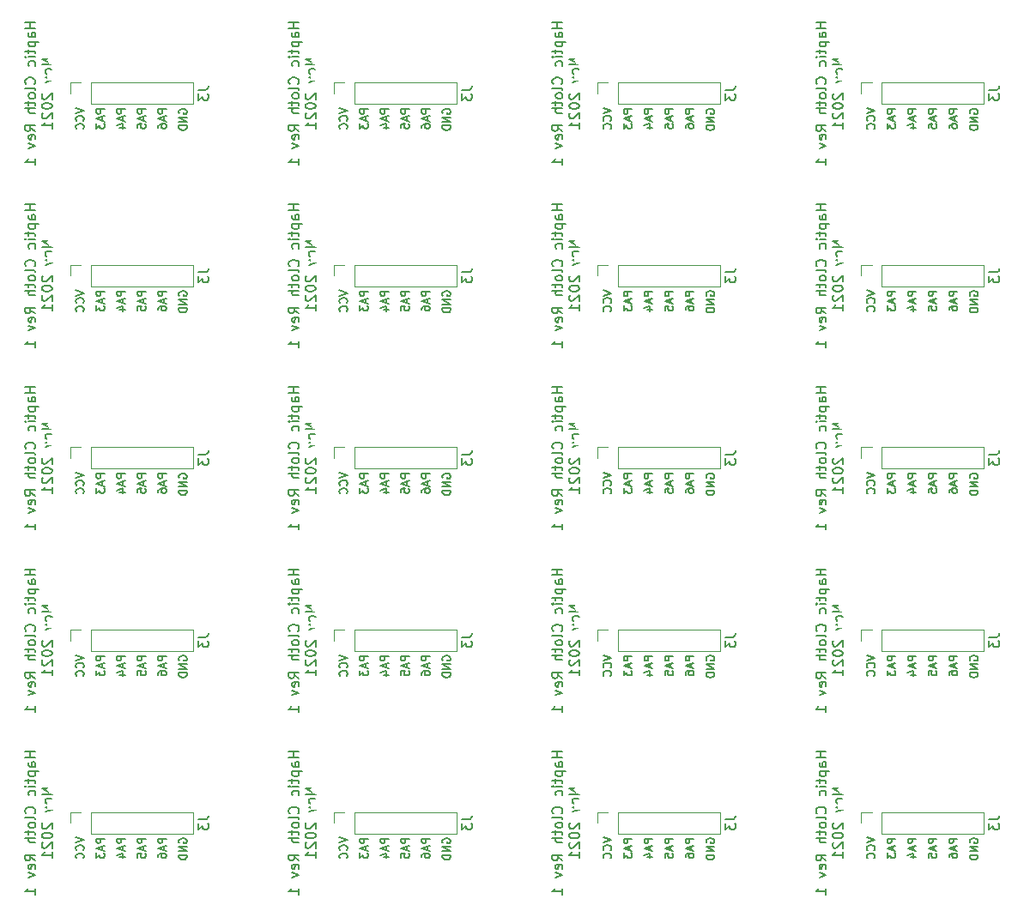
<source format=gbo>
G04 #@! TF.GenerationSoftware,KiCad,Pcbnew,(5.1.7)-1*
G04 #@! TF.CreationDate,2021-12-09T14:19:56+08:00*
G04 #@! TF.ProjectId,haptic-cloth-panelized,68617074-6963-42d6-936c-6f74682d7061,rev?*
G04 #@! TF.SameCoordinates,Original*
G04 #@! TF.FileFunction,Legend,Bot*
G04 #@! TF.FilePolarity,Positive*
%FSLAX46Y46*%
G04 Gerber Fmt 4.6, Leading zero omitted, Abs format (unit mm)*
G04 Created by KiCad (PCBNEW (5.1.7)-1) date 2021-12-09 14:19:56*
%MOMM*%
%LPD*%
G01*
G04 APERTURE LIST*
%ADD10C,0.150000*%
%ADD11C,0.120000*%
%ADD12C,1.500000*%
%ADD13C,2.500000*%
%ADD14R,1.000000X1.000000*%
%ADD15C,1.000000*%
%ADD16R,1.350000X1.350000*%
%ADD17O,1.350000X1.350000*%
G04 APERTURE END LIST*
D10*
X137313932Y-131558013D02*
X136513932Y-131558013D01*
X136513932Y-131862775D01*
X136552028Y-131938965D01*
X136590123Y-131977060D01*
X136666313Y-132015156D01*
X136780599Y-132015156D01*
X136856789Y-131977060D01*
X136894885Y-131938965D01*
X136932980Y-131862775D01*
X136932980Y-131558013D01*
X137085361Y-132319917D02*
X137085361Y-132700870D01*
X137313932Y-132243727D02*
X136513932Y-132510394D01*
X137313932Y-132777060D01*
X136513932Y-132967537D02*
X136513932Y-133462775D01*
X136818694Y-133196108D01*
X136818694Y-133310394D01*
X136856789Y-133386584D01*
X136894885Y-133424679D01*
X136971075Y-133462775D01*
X137161551Y-133462775D01*
X137237742Y-133424679D01*
X137275837Y-133386584D01*
X137313932Y-133310394D01*
X137313932Y-133081822D01*
X137275837Y-133005632D01*
X137237742Y-132967537D01*
X134481932Y-131443727D02*
X135281932Y-131710394D01*
X134481932Y-131977060D01*
X135205742Y-132700870D02*
X135243837Y-132662775D01*
X135281932Y-132548489D01*
X135281932Y-132472298D01*
X135243837Y-132358013D01*
X135167647Y-132281822D01*
X135091456Y-132243727D01*
X134939075Y-132205632D01*
X134824789Y-132205632D01*
X134672408Y-132243727D01*
X134596218Y-132281822D01*
X134520028Y-132358013D01*
X134481932Y-132472298D01*
X134481932Y-132548489D01*
X134520028Y-132662775D01*
X134558123Y-132700870D01*
X135205742Y-133500870D02*
X135243837Y-133462775D01*
X135281932Y-133348489D01*
X135281932Y-133272298D01*
X135243837Y-133158013D01*
X135167647Y-133081822D01*
X135091456Y-133043727D01*
X134939075Y-133005632D01*
X134824789Y-133005632D01*
X134672408Y-133043727D01*
X134596218Y-133081822D01*
X134520028Y-133158013D01*
X134481932Y-133272298D01*
X134481932Y-133348489D01*
X134520028Y-133462775D01*
X134558123Y-133500870D01*
X139345932Y-131558013D02*
X138545932Y-131558013D01*
X138545932Y-131862775D01*
X138584028Y-131938965D01*
X138622123Y-131977060D01*
X138698313Y-132015156D01*
X138812599Y-132015156D01*
X138888789Y-131977060D01*
X138926885Y-131938965D01*
X138964980Y-131862775D01*
X138964980Y-131558013D01*
X139117361Y-132319917D02*
X139117361Y-132700870D01*
X139345932Y-132243727D02*
X138545932Y-132510394D01*
X139345932Y-132777060D01*
X138812599Y-133386584D02*
X139345932Y-133386584D01*
X138507837Y-133196108D02*
X139079266Y-133005632D01*
X139079266Y-133500870D01*
X141377932Y-131558013D02*
X140577932Y-131558013D01*
X140577932Y-131862775D01*
X140616028Y-131938965D01*
X140654123Y-131977060D01*
X140730313Y-132015156D01*
X140844599Y-132015156D01*
X140920789Y-131977060D01*
X140958885Y-131938965D01*
X140996980Y-131862775D01*
X140996980Y-131558013D01*
X141149361Y-132319917D02*
X141149361Y-132700870D01*
X141377932Y-132243727D02*
X140577932Y-132510394D01*
X141377932Y-132777060D01*
X140577932Y-133424679D02*
X140577932Y-133043727D01*
X140958885Y-133005632D01*
X140920789Y-133043727D01*
X140882694Y-133119917D01*
X140882694Y-133310394D01*
X140920789Y-133386584D01*
X140958885Y-133424679D01*
X141035075Y-133462775D01*
X141225551Y-133462775D01*
X141301742Y-133424679D01*
X141339837Y-133386584D01*
X141377932Y-133310394D01*
X141377932Y-133119917D01*
X141339837Y-133043727D01*
X141301742Y-133005632D01*
X143409932Y-131558013D02*
X142609932Y-131558013D01*
X142609932Y-131862775D01*
X142648028Y-131938965D01*
X142686123Y-131977060D01*
X142762313Y-132015156D01*
X142876599Y-132015156D01*
X142952789Y-131977060D01*
X142990885Y-131938965D01*
X143028980Y-131862775D01*
X143028980Y-131558013D01*
X143181361Y-132319917D02*
X143181361Y-132700870D01*
X143409932Y-132243727D02*
X142609932Y-132510394D01*
X143409932Y-132777060D01*
X142609932Y-133386584D02*
X142609932Y-133234203D01*
X142648028Y-133158013D01*
X142686123Y-133119917D01*
X142800408Y-133043727D01*
X142952789Y-133005632D01*
X143257551Y-133005632D01*
X143333742Y-133043727D01*
X143371837Y-133081822D01*
X143409932Y-133158013D01*
X143409932Y-133310394D01*
X143371837Y-133386584D01*
X143333742Y-133424679D01*
X143257551Y-133462775D01*
X143067075Y-133462775D01*
X142990885Y-133424679D01*
X142952789Y-133386584D01*
X142914694Y-133310394D01*
X142914694Y-133158013D01*
X142952789Y-133081822D01*
X142990885Y-133043727D01*
X143067075Y-133005632D01*
X144680028Y-131977060D02*
X144641932Y-131900870D01*
X144641932Y-131786584D01*
X144680028Y-131672298D01*
X144756218Y-131596108D01*
X144832408Y-131558013D01*
X144984789Y-131519917D01*
X145099075Y-131519917D01*
X145251456Y-131558013D01*
X145327647Y-131596108D01*
X145403837Y-131672298D01*
X145441932Y-131786584D01*
X145441932Y-131862775D01*
X145403837Y-131977060D01*
X145365742Y-132015156D01*
X145099075Y-132015156D01*
X145099075Y-131862775D01*
X145441932Y-132358013D02*
X144641932Y-132358013D01*
X145441932Y-132815156D01*
X144641932Y-132815156D01*
X145441932Y-133196108D02*
X144641932Y-133196108D01*
X144641932Y-133386584D01*
X144680028Y-133500870D01*
X144756218Y-133577060D01*
X144832408Y-133615156D01*
X144984789Y-133653251D01*
X145099075Y-133653251D01*
X145251456Y-133615156D01*
X145327647Y-133577060D01*
X145403837Y-133500870D01*
X145441932Y-133386584D01*
X145441932Y-133196108D01*
X130483408Y-122976227D02*
X129483408Y-122976227D01*
X129959599Y-122976227D02*
X129959599Y-123547656D01*
X130483408Y-123547656D02*
X129483408Y-123547656D01*
X130483408Y-124452417D02*
X129959599Y-124452417D01*
X129864361Y-124404798D01*
X129816742Y-124309560D01*
X129816742Y-124119084D01*
X129864361Y-124023846D01*
X130435789Y-124452417D02*
X130483408Y-124357179D01*
X130483408Y-124119084D01*
X130435789Y-124023846D01*
X130340551Y-123976227D01*
X130245313Y-123976227D01*
X130150075Y-124023846D01*
X130102456Y-124119084D01*
X130102456Y-124357179D01*
X130054837Y-124452417D01*
X129816742Y-124928608D02*
X130816742Y-124928608D01*
X129864361Y-124928608D02*
X129816742Y-125023846D01*
X129816742Y-125214322D01*
X129864361Y-125309560D01*
X129911980Y-125357179D01*
X130007218Y-125404798D01*
X130292932Y-125404798D01*
X130388170Y-125357179D01*
X130435789Y-125309560D01*
X130483408Y-125214322D01*
X130483408Y-125023846D01*
X130435789Y-124928608D01*
X129816742Y-125690513D02*
X129816742Y-126071465D01*
X129483408Y-125833370D02*
X130340551Y-125833370D01*
X130435789Y-125880989D01*
X130483408Y-125976227D01*
X130483408Y-126071465D01*
X130483408Y-126404798D02*
X129816742Y-126404798D01*
X129483408Y-126404798D02*
X129531028Y-126357179D01*
X129578647Y-126404798D01*
X129531028Y-126452417D01*
X129483408Y-126404798D01*
X129578647Y-126404798D01*
X130435789Y-127309560D02*
X130483408Y-127214322D01*
X130483408Y-127023846D01*
X130435789Y-126928608D01*
X130388170Y-126880989D01*
X130292932Y-126833370D01*
X130007218Y-126833370D01*
X129911980Y-126880989D01*
X129864361Y-126928608D01*
X129816742Y-127023846D01*
X129816742Y-127214322D01*
X129864361Y-127309560D01*
X130388170Y-129071465D02*
X130435789Y-129023846D01*
X130483408Y-128880989D01*
X130483408Y-128785751D01*
X130435789Y-128642894D01*
X130340551Y-128547656D01*
X130245313Y-128500037D01*
X130054837Y-128452417D01*
X129911980Y-128452417D01*
X129721504Y-128500037D01*
X129626266Y-128547656D01*
X129531028Y-128642894D01*
X129483408Y-128785751D01*
X129483408Y-128880989D01*
X129531028Y-129023846D01*
X129578647Y-129071465D01*
X130483408Y-129642894D02*
X130435789Y-129547656D01*
X130340551Y-129500037D01*
X129483408Y-129500037D01*
X130483408Y-130166703D02*
X130435789Y-130071465D01*
X130388170Y-130023846D01*
X130292932Y-129976227D01*
X130007218Y-129976227D01*
X129911980Y-130023846D01*
X129864361Y-130071465D01*
X129816742Y-130166703D01*
X129816742Y-130309560D01*
X129864361Y-130404798D01*
X129911980Y-130452417D01*
X130007218Y-130500037D01*
X130292932Y-130500037D01*
X130388170Y-130452417D01*
X130435789Y-130404798D01*
X130483408Y-130309560D01*
X130483408Y-130166703D01*
X129816742Y-130785751D02*
X129816742Y-131166703D01*
X129483408Y-130928608D02*
X130340551Y-130928608D01*
X130435789Y-130976227D01*
X130483408Y-131071465D01*
X130483408Y-131166703D01*
X130483408Y-131500037D02*
X129483408Y-131500037D01*
X130483408Y-131928608D02*
X129959599Y-131928608D01*
X129864361Y-131880989D01*
X129816742Y-131785751D01*
X129816742Y-131642894D01*
X129864361Y-131547656D01*
X129911980Y-131500037D01*
X130483408Y-133738132D02*
X130007218Y-133404798D01*
X130483408Y-133166703D02*
X129483408Y-133166703D01*
X129483408Y-133547656D01*
X129531028Y-133642894D01*
X129578647Y-133690513D01*
X129673885Y-133738132D01*
X129816742Y-133738132D01*
X129911980Y-133690513D01*
X129959599Y-133642894D01*
X130007218Y-133547656D01*
X130007218Y-133166703D01*
X130435789Y-134547656D02*
X130483408Y-134452417D01*
X130483408Y-134261941D01*
X130435789Y-134166703D01*
X130340551Y-134119084D01*
X129959599Y-134119084D01*
X129864361Y-134166703D01*
X129816742Y-134261941D01*
X129816742Y-134452417D01*
X129864361Y-134547656D01*
X129959599Y-134595275D01*
X130054837Y-134595275D01*
X130150075Y-134119084D01*
X129816742Y-134928608D02*
X130483408Y-135166703D01*
X129816742Y-135404798D01*
X130483408Y-137071465D02*
X130483408Y-136500037D01*
X130483408Y-136785751D02*
X129483408Y-136785751D01*
X129626266Y-136690513D01*
X129721504Y-136595275D01*
X129769123Y-136500037D01*
X132133408Y-126595275D02*
X131133408Y-126595275D01*
X132133408Y-127166703D01*
X131133408Y-127166703D01*
X132133408Y-127785751D02*
X132085789Y-127690513D01*
X132038170Y-127642894D01*
X131942932Y-127595275D01*
X131657218Y-127595275D01*
X131561980Y-127642894D01*
X131514361Y-127690513D01*
X131466742Y-127785751D01*
X131466742Y-127928608D01*
X131514361Y-128023846D01*
X131561980Y-128071465D01*
X131657218Y-128119084D01*
X131942932Y-128119084D01*
X132038170Y-128071465D01*
X132085789Y-128023846D01*
X132133408Y-127928608D01*
X132133408Y-127785751D01*
X131466742Y-128452417D02*
X132133408Y-128690513D01*
X131466742Y-128928608D01*
X131228647Y-130023846D02*
X131181028Y-130071465D01*
X131133408Y-130166703D01*
X131133408Y-130404798D01*
X131181028Y-130500037D01*
X131228647Y-130547656D01*
X131323885Y-130595275D01*
X131419123Y-130595275D01*
X131561980Y-130547656D01*
X132133408Y-129976227D01*
X132133408Y-130595275D01*
X131133408Y-131214322D02*
X131133408Y-131309560D01*
X131181028Y-131404798D01*
X131228647Y-131452417D01*
X131323885Y-131500037D01*
X131514361Y-131547656D01*
X131752456Y-131547656D01*
X131942932Y-131500037D01*
X132038170Y-131452417D01*
X132085789Y-131404798D01*
X132133408Y-131309560D01*
X132133408Y-131214322D01*
X132085789Y-131119084D01*
X132038170Y-131071465D01*
X131942932Y-131023846D01*
X131752456Y-130976227D01*
X131514361Y-130976227D01*
X131323885Y-131023846D01*
X131228647Y-131071465D01*
X131181028Y-131119084D01*
X131133408Y-131214322D01*
X131228647Y-131928608D02*
X131181028Y-131976227D01*
X131133408Y-132071465D01*
X131133408Y-132309560D01*
X131181028Y-132404798D01*
X131228647Y-132452417D01*
X131323885Y-132500037D01*
X131419123Y-132500037D01*
X131561980Y-132452417D01*
X132133408Y-131880989D01*
X132133408Y-132500037D01*
X132133408Y-133452417D02*
X132133408Y-132880989D01*
X132133408Y-133166703D02*
X131133408Y-133166703D01*
X131276266Y-133071465D01*
X131371504Y-132976227D01*
X131419123Y-132880989D01*
X111313923Y-131558013D02*
X110513923Y-131558013D01*
X110513923Y-131862775D01*
X110552019Y-131938965D01*
X110590114Y-131977060D01*
X110666304Y-132015156D01*
X110780590Y-132015156D01*
X110856780Y-131977060D01*
X110894876Y-131938965D01*
X110932971Y-131862775D01*
X110932971Y-131558013D01*
X111085352Y-132319917D02*
X111085352Y-132700870D01*
X111313923Y-132243727D02*
X110513923Y-132510394D01*
X111313923Y-132777060D01*
X110513923Y-132967537D02*
X110513923Y-133462775D01*
X110818685Y-133196108D01*
X110818685Y-133310394D01*
X110856780Y-133386584D01*
X110894876Y-133424679D01*
X110971066Y-133462775D01*
X111161542Y-133462775D01*
X111237733Y-133424679D01*
X111275828Y-133386584D01*
X111313923Y-133310394D01*
X111313923Y-133081822D01*
X111275828Y-133005632D01*
X111237733Y-132967537D01*
X108481923Y-131443727D02*
X109281923Y-131710394D01*
X108481923Y-131977060D01*
X109205733Y-132700870D02*
X109243828Y-132662775D01*
X109281923Y-132548489D01*
X109281923Y-132472298D01*
X109243828Y-132358013D01*
X109167638Y-132281822D01*
X109091447Y-132243727D01*
X108939066Y-132205632D01*
X108824780Y-132205632D01*
X108672399Y-132243727D01*
X108596209Y-132281822D01*
X108520019Y-132358013D01*
X108481923Y-132472298D01*
X108481923Y-132548489D01*
X108520019Y-132662775D01*
X108558114Y-132700870D01*
X109205733Y-133500870D02*
X109243828Y-133462775D01*
X109281923Y-133348489D01*
X109281923Y-133272298D01*
X109243828Y-133158013D01*
X109167638Y-133081822D01*
X109091447Y-133043727D01*
X108939066Y-133005632D01*
X108824780Y-133005632D01*
X108672399Y-133043727D01*
X108596209Y-133081822D01*
X108520019Y-133158013D01*
X108481923Y-133272298D01*
X108481923Y-133348489D01*
X108520019Y-133462775D01*
X108558114Y-133500870D01*
X113345923Y-131558013D02*
X112545923Y-131558013D01*
X112545923Y-131862775D01*
X112584019Y-131938965D01*
X112622114Y-131977060D01*
X112698304Y-132015156D01*
X112812590Y-132015156D01*
X112888780Y-131977060D01*
X112926876Y-131938965D01*
X112964971Y-131862775D01*
X112964971Y-131558013D01*
X113117352Y-132319917D02*
X113117352Y-132700870D01*
X113345923Y-132243727D02*
X112545923Y-132510394D01*
X113345923Y-132777060D01*
X112812590Y-133386584D02*
X113345923Y-133386584D01*
X112507828Y-133196108D02*
X113079257Y-133005632D01*
X113079257Y-133500870D01*
X115377923Y-131558013D02*
X114577923Y-131558013D01*
X114577923Y-131862775D01*
X114616019Y-131938965D01*
X114654114Y-131977060D01*
X114730304Y-132015156D01*
X114844590Y-132015156D01*
X114920780Y-131977060D01*
X114958876Y-131938965D01*
X114996971Y-131862775D01*
X114996971Y-131558013D01*
X115149352Y-132319917D02*
X115149352Y-132700870D01*
X115377923Y-132243727D02*
X114577923Y-132510394D01*
X115377923Y-132777060D01*
X114577923Y-133424679D02*
X114577923Y-133043727D01*
X114958876Y-133005632D01*
X114920780Y-133043727D01*
X114882685Y-133119917D01*
X114882685Y-133310394D01*
X114920780Y-133386584D01*
X114958876Y-133424679D01*
X115035066Y-133462775D01*
X115225542Y-133462775D01*
X115301733Y-133424679D01*
X115339828Y-133386584D01*
X115377923Y-133310394D01*
X115377923Y-133119917D01*
X115339828Y-133043727D01*
X115301733Y-133005632D01*
X117409923Y-131558013D02*
X116609923Y-131558013D01*
X116609923Y-131862775D01*
X116648019Y-131938965D01*
X116686114Y-131977060D01*
X116762304Y-132015156D01*
X116876590Y-132015156D01*
X116952780Y-131977060D01*
X116990876Y-131938965D01*
X117028971Y-131862775D01*
X117028971Y-131558013D01*
X117181352Y-132319917D02*
X117181352Y-132700870D01*
X117409923Y-132243727D02*
X116609923Y-132510394D01*
X117409923Y-132777060D01*
X116609923Y-133386584D02*
X116609923Y-133234203D01*
X116648019Y-133158013D01*
X116686114Y-133119917D01*
X116800399Y-133043727D01*
X116952780Y-133005632D01*
X117257542Y-133005632D01*
X117333733Y-133043727D01*
X117371828Y-133081822D01*
X117409923Y-133158013D01*
X117409923Y-133310394D01*
X117371828Y-133386584D01*
X117333733Y-133424679D01*
X117257542Y-133462775D01*
X117067066Y-133462775D01*
X116990876Y-133424679D01*
X116952780Y-133386584D01*
X116914685Y-133310394D01*
X116914685Y-133158013D01*
X116952780Y-133081822D01*
X116990876Y-133043727D01*
X117067066Y-133005632D01*
X118680019Y-131977060D02*
X118641923Y-131900870D01*
X118641923Y-131786584D01*
X118680019Y-131672298D01*
X118756209Y-131596108D01*
X118832399Y-131558013D01*
X118984780Y-131519917D01*
X119099066Y-131519917D01*
X119251447Y-131558013D01*
X119327638Y-131596108D01*
X119403828Y-131672298D01*
X119441923Y-131786584D01*
X119441923Y-131862775D01*
X119403828Y-131977060D01*
X119365733Y-132015156D01*
X119099066Y-132015156D01*
X119099066Y-131862775D01*
X119441923Y-132358013D02*
X118641923Y-132358013D01*
X119441923Y-132815156D01*
X118641923Y-132815156D01*
X119441923Y-133196108D02*
X118641923Y-133196108D01*
X118641923Y-133386584D01*
X118680019Y-133500870D01*
X118756209Y-133577060D01*
X118832399Y-133615156D01*
X118984780Y-133653251D01*
X119099066Y-133653251D01*
X119251447Y-133615156D01*
X119327638Y-133577060D01*
X119403828Y-133500870D01*
X119441923Y-133386584D01*
X119441923Y-133196108D01*
X104483399Y-122976227D02*
X103483399Y-122976227D01*
X103959590Y-122976227D02*
X103959590Y-123547656D01*
X104483399Y-123547656D02*
X103483399Y-123547656D01*
X104483399Y-124452417D02*
X103959590Y-124452417D01*
X103864352Y-124404798D01*
X103816733Y-124309560D01*
X103816733Y-124119084D01*
X103864352Y-124023846D01*
X104435780Y-124452417D02*
X104483399Y-124357179D01*
X104483399Y-124119084D01*
X104435780Y-124023846D01*
X104340542Y-123976227D01*
X104245304Y-123976227D01*
X104150066Y-124023846D01*
X104102447Y-124119084D01*
X104102447Y-124357179D01*
X104054828Y-124452417D01*
X103816733Y-124928608D02*
X104816733Y-124928608D01*
X103864352Y-124928608D02*
X103816733Y-125023846D01*
X103816733Y-125214322D01*
X103864352Y-125309560D01*
X103911971Y-125357179D01*
X104007209Y-125404798D01*
X104292923Y-125404798D01*
X104388161Y-125357179D01*
X104435780Y-125309560D01*
X104483399Y-125214322D01*
X104483399Y-125023846D01*
X104435780Y-124928608D01*
X103816733Y-125690513D02*
X103816733Y-126071465D01*
X103483399Y-125833370D02*
X104340542Y-125833370D01*
X104435780Y-125880989D01*
X104483399Y-125976227D01*
X104483399Y-126071465D01*
X104483399Y-126404798D02*
X103816733Y-126404798D01*
X103483399Y-126404798D02*
X103531019Y-126357179D01*
X103578638Y-126404798D01*
X103531019Y-126452417D01*
X103483399Y-126404798D01*
X103578638Y-126404798D01*
X104435780Y-127309560D02*
X104483399Y-127214322D01*
X104483399Y-127023846D01*
X104435780Y-126928608D01*
X104388161Y-126880989D01*
X104292923Y-126833370D01*
X104007209Y-126833370D01*
X103911971Y-126880989D01*
X103864352Y-126928608D01*
X103816733Y-127023846D01*
X103816733Y-127214322D01*
X103864352Y-127309560D01*
X104388161Y-129071465D02*
X104435780Y-129023846D01*
X104483399Y-128880989D01*
X104483399Y-128785751D01*
X104435780Y-128642894D01*
X104340542Y-128547656D01*
X104245304Y-128500037D01*
X104054828Y-128452417D01*
X103911971Y-128452417D01*
X103721495Y-128500037D01*
X103626257Y-128547656D01*
X103531019Y-128642894D01*
X103483399Y-128785751D01*
X103483399Y-128880989D01*
X103531019Y-129023846D01*
X103578638Y-129071465D01*
X104483399Y-129642894D02*
X104435780Y-129547656D01*
X104340542Y-129500037D01*
X103483399Y-129500037D01*
X104483399Y-130166703D02*
X104435780Y-130071465D01*
X104388161Y-130023846D01*
X104292923Y-129976227D01*
X104007209Y-129976227D01*
X103911971Y-130023846D01*
X103864352Y-130071465D01*
X103816733Y-130166703D01*
X103816733Y-130309560D01*
X103864352Y-130404798D01*
X103911971Y-130452417D01*
X104007209Y-130500037D01*
X104292923Y-130500037D01*
X104388161Y-130452417D01*
X104435780Y-130404798D01*
X104483399Y-130309560D01*
X104483399Y-130166703D01*
X103816733Y-130785751D02*
X103816733Y-131166703D01*
X103483399Y-130928608D02*
X104340542Y-130928608D01*
X104435780Y-130976227D01*
X104483399Y-131071465D01*
X104483399Y-131166703D01*
X104483399Y-131500037D02*
X103483399Y-131500037D01*
X104483399Y-131928608D02*
X103959590Y-131928608D01*
X103864352Y-131880989D01*
X103816733Y-131785751D01*
X103816733Y-131642894D01*
X103864352Y-131547656D01*
X103911971Y-131500037D01*
X104483399Y-133738132D02*
X104007209Y-133404798D01*
X104483399Y-133166703D02*
X103483399Y-133166703D01*
X103483399Y-133547656D01*
X103531019Y-133642894D01*
X103578638Y-133690513D01*
X103673876Y-133738132D01*
X103816733Y-133738132D01*
X103911971Y-133690513D01*
X103959590Y-133642894D01*
X104007209Y-133547656D01*
X104007209Y-133166703D01*
X104435780Y-134547656D02*
X104483399Y-134452417D01*
X104483399Y-134261941D01*
X104435780Y-134166703D01*
X104340542Y-134119084D01*
X103959590Y-134119084D01*
X103864352Y-134166703D01*
X103816733Y-134261941D01*
X103816733Y-134452417D01*
X103864352Y-134547656D01*
X103959590Y-134595275D01*
X104054828Y-134595275D01*
X104150066Y-134119084D01*
X103816733Y-134928608D02*
X104483399Y-135166703D01*
X103816733Y-135404798D01*
X104483399Y-137071465D02*
X104483399Y-136500037D01*
X104483399Y-136785751D02*
X103483399Y-136785751D01*
X103626257Y-136690513D01*
X103721495Y-136595275D01*
X103769114Y-136500037D01*
X106133399Y-126595275D02*
X105133399Y-126595275D01*
X106133399Y-127166703D01*
X105133399Y-127166703D01*
X106133399Y-127785751D02*
X106085780Y-127690513D01*
X106038161Y-127642894D01*
X105942923Y-127595275D01*
X105657209Y-127595275D01*
X105561971Y-127642894D01*
X105514352Y-127690513D01*
X105466733Y-127785751D01*
X105466733Y-127928608D01*
X105514352Y-128023846D01*
X105561971Y-128071465D01*
X105657209Y-128119084D01*
X105942923Y-128119084D01*
X106038161Y-128071465D01*
X106085780Y-128023846D01*
X106133399Y-127928608D01*
X106133399Y-127785751D01*
X105466733Y-128452417D02*
X106133399Y-128690513D01*
X105466733Y-128928608D01*
X105228638Y-130023846D02*
X105181019Y-130071465D01*
X105133399Y-130166703D01*
X105133399Y-130404798D01*
X105181019Y-130500037D01*
X105228638Y-130547656D01*
X105323876Y-130595275D01*
X105419114Y-130595275D01*
X105561971Y-130547656D01*
X106133399Y-129976227D01*
X106133399Y-130595275D01*
X105133399Y-131214322D02*
X105133399Y-131309560D01*
X105181019Y-131404798D01*
X105228638Y-131452417D01*
X105323876Y-131500037D01*
X105514352Y-131547656D01*
X105752447Y-131547656D01*
X105942923Y-131500037D01*
X106038161Y-131452417D01*
X106085780Y-131404798D01*
X106133399Y-131309560D01*
X106133399Y-131214322D01*
X106085780Y-131119084D01*
X106038161Y-131071465D01*
X105942923Y-131023846D01*
X105752447Y-130976227D01*
X105514352Y-130976227D01*
X105323876Y-131023846D01*
X105228638Y-131071465D01*
X105181019Y-131119084D01*
X105133399Y-131214322D01*
X105228638Y-131928608D02*
X105181019Y-131976227D01*
X105133399Y-132071465D01*
X105133399Y-132309560D01*
X105181019Y-132404798D01*
X105228638Y-132452417D01*
X105323876Y-132500037D01*
X105419114Y-132500037D01*
X105561971Y-132452417D01*
X106133399Y-131880989D01*
X106133399Y-132500037D01*
X106133399Y-133452417D02*
X106133399Y-132880989D01*
X106133399Y-133166703D02*
X105133399Y-133166703D01*
X105276257Y-133071465D01*
X105371495Y-132976227D01*
X105419114Y-132880989D01*
X85313914Y-131558013D02*
X84513914Y-131558013D01*
X84513914Y-131862775D01*
X84552010Y-131938965D01*
X84590105Y-131977060D01*
X84666295Y-132015156D01*
X84780581Y-132015156D01*
X84856771Y-131977060D01*
X84894867Y-131938965D01*
X84932962Y-131862775D01*
X84932962Y-131558013D01*
X85085343Y-132319917D02*
X85085343Y-132700870D01*
X85313914Y-132243727D02*
X84513914Y-132510394D01*
X85313914Y-132777060D01*
X84513914Y-132967537D02*
X84513914Y-133462775D01*
X84818676Y-133196108D01*
X84818676Y-133310394D01*
X84856771Y-133386584D01*
X84894867Y-133424679D01*
X84971057Y-133462775D01*
X85161533Y-133462775D01*
X85237724Y-133424679D01*
X85275819Y-133386584D01*
X85313914Y-133310394D01*
X85313914Y-133081822D01*
X85275819Y-133005632D01*
X85237724Y-132967537D01*
X82481914Y-131443727D02*
X83281914Y-131710394D01*
X82481914Y-131977060D01*
X83205724Y-132700870D02*
X83243819Y-132662775D01*
X83281914Y-132548489D01*
X83281914Y-132472298D01*
X83243819Y-132358013D01*
X83167629Y-132281822D01*
X83091438Y-132243727D01*
X82939057Y-132205632D01*
X82824771Y-132205632D01*
X82672390Y-132243727D01*
X82596200Y-132281822D01*
X82520010Y-132358013D01*
X82481914Y-132472298D01*
X82481914Y-132548489D01*
X82520010Y-132662775D01*
X82558105Y-132700870D01*
X83205724Y-133500870D02*
X83243819Y-133462775D01*
X83281914Y-133348489D01*
X83281914Y-133272298D01*
X83243819Y-133158013D01*
X83167629Y-133081822D01*
X83091438Y-133043727D01*
X82939057Y-133005632D01*
X82824771Y-133005632D01*
X82672390Y-133043727D01*
X82596200Y-133081822D01*
X82520010Y-133158013D01*
X82481914Y-133272298D01*
X82481914Y-133348489D01*
X82520010Y-133462775D01*
X82558105Y-133500870D01*
X87345914Y-131558013D02*
X86545914Y-131558013D01*
X86545914Y-131862775D01*
X86584010Y-131938965D01*
X86622105Y-131977060D01*
X86698295Y-132015156D01*
X86812581Y-132015156D01*
X86888771Y-131977060D01*
X86926867Y-131938965D01*
X86964962Y-131862775D01*
X86964962Y-131558013D01*
X87117343Y-132319917D02*
X87117343Y-132700870D01*
X87345914Y-132243727D02*
X86545914Y-132510394D01*
X87345914Y-132777060D01*
X86812581Y-133386584D02*
X87345914Y-133386584D01*
X86507819Y-133196108D02*
X87079248Y-133005632D01*
X87079248Y-133500870D01*
X89377914Y-131558013D02*
X88577914Y-131558013D01*
X88577914Y-131862775D01*
X88616010Y-131938965D01*
X88654105Y-131977060D01*
X88730295Y-132015156D01*
X88844581Y-132015156D01*
X88920771Y-131977060D01*
X88958867Y-131938965D01*
X88996962Y-131862775D01*
X88996962Y-131558013D01*
X89149343Y-132319917D02*
X89149343Y-132700870D01*
X89377914Y-132243727D02*
X88577914Y-132510394D01*
X89377914Y-132777060D01*
X88577914Y-133424679D02*
X88577914Y-133043727D01*
X88958867Y-133005632D01*
X88920771Y-133043727D01*
X88882676Y-133119917D01*
X88882676Y-133310394D01*
X88920771Y-133386584D01*
X88958867Y-133424679D01*
X89035057Y-133462775D01*
X89225533Y-133462775D01*
X89301724Y-133424679D01*
X89339819Y-133386584D01*
X89377914Y-133310394D01*
X89377914Y-133119917D01*
X89339819Y-133043727D01*
X89301724Y-133005632D01*
X91409914Y-131558013D02*
X90609914Y-131558013D01*
X90609914Y-131862775D01*
X90648010Y-131938965D01*
X90686105Y-131977060D01*
X90762295Y-132015156D01*
X90876581Y-132015156D01*
X90952771Y-131977060D01*
X90990867Y-131938965D01*
X91028962Y-131862775D01*
X91028962Y-131558013D01*
X91181343Y-132319917D02*
X91181343Y-132700870D01*
X91409914Y-132243727D02*
X90609914Y-132510394D01*
X91409914Y-132777060D01*
X90609914Y-133386584D02*
X90609914Y-133234203D01*
X90648010Y-133158013D01*
X90686105Y-133119917D01*
X90800390Y-133043727D01*
X90952771Y-133005632D01*
X91257533Y-133005632D01*
X91333724Y-133043727D01*
X91371819Y-133081822D01*
X91409914Y-133158013D01*
X91409914Y-133310394D01*
X91371819Y-133386584D01*
X91333724Y-133424679D01*
X91257533Y-133462775D01*
X91067057Y-133462775D01*
X90990867Y-133424679D01*
X90952771Y-133386584D01*
X90914676Y-133310394D01*
X90914676Y-133158013D01*
X90952771Y-133081822D01*
X90990867Y-133043727D01*
X91067057Y-133005632D01*
X92680010Y-131977060D02*
X92641914Y-131900870D01*
X92641914Y-131786584D01*
X92680010Y-131672298D01*
X92756200Y-131596108D01*
X92832390Y-131558013D01*
X92984771Y-131519917D01*
X93099057Y-131519917D01*
X93251438Y-131558013D01*
X93327629Y-131596108D01*
X93403819Y-131672298D01*
X93441914Y-131786584D01*
X93441914Y-131862775D01*
X93403819Y-131977060D01*
X93365724Y-132015156D01*
X93099057Y-132015156D01*
X93099057Y-131862775D01*
X93441914Y-132358013D02*
X92641914Y-132358013D01*
X93441914Y-132815156D01*
X92641914Y-132815156D01*
X93441914Y-133196108D02*
X92641914Y-133196108D01*
X92641914Y-133386584D01*
X92680010Y-133500870D01*
X92756200Y-133577060D01*
X92832390Y-133615156D01*
X92984771Y-133653251D01*
X93099057Y-133653251D01*
X93251438Y-133615156D01*
X93327629Y-133577060D01*
X93403819Y-133500870D01*
X93441914Y-133386584D01*
X93441914Y-133196108D01*
X78483390Y-122976227D02*
X77483390Y-122976227D01*
X77959581Y-122976227D02*
X77959581Y-123547656D01*
X78483390Y-123547656D02*
X77483390Y-123547656D01*
X78483390Y-124452417D02*
X77959581Y-124452417D01*
X77864343Y-124404798D01*
X77816724Y-124309560D01*
X77816724Y-124119084D01*
X77864343Y-124023846D01*
X78435771Y-124452417D02*
X78483390Y-124357179D01*
X78483390Y-124119084D01*
X78435771Y-124023846D01*
X78340533Y-123976227D01*
X78245295Y-123976227D01*
X78150057Y-124023846D01*
X78102438Y-124119084D01*
X78102438Y-124357179D01*
X78054819Y-124452417D01*
X77816724Y-124928608D02*
X78816724Y-124928608D01*
X77864343Y-124928608D02*
X77816724Y-125023846D01*
X77816724Y-125214322D01*
X77864343Y-125309560D01*
X77911962Y-125357179D01*
X78007200Y-125404798D01*
X78292914Y-125404798D01*
X78388152Y-125357179D01*
X78435771Y-125309560D01*
X78483390Y-125214322D01*
X78483390Y-125023846D01*
X78435771Y-124928608D01*
X77816724Y-125690513D02*
X77816724Y-126071465D01*
X77483390Y-125833370D02*
X78340533Y-125833370D01*
X78435771Y-125880989D01*
X78483390Y-125976227D01*
X78483390Y-126071465D01*
X78483390Y-126404798D02*
X77816724Y-126404798D01*
X77483390Y-126404798D02*
X77531010Y-126357179D01*
X77578629Y-126404798D01*
X77531010Y-126452417D01*
X77483390Y-126404798D01*
X77578629Y-126404798D01*
X78435771Y-127309560D02*
X78483390Y-127214322D01*
X78483390Y-127023846D01*
X78435771Y-126928608D01*
X78388152Y-126880989D01*
X78292914Y-126833370D01*
X78007200Y-126833370D01*
X77911962Y-126880989D01*
X77864343Y-126928608D01*
X77816724Y-127023846D01*
X77816724Y-127214322D01*
X77864343Y-127309560D01*
X78388152Y-129071465D02*
X78435771Y-129023846D01*
X78483390Y-128880989D01*
X78483390Y-128785751D01*
X78435771Y-128642894D01*
X78340533Y-128547656D01*
X78245295Y-128500037D01*
X78054819Y-128452417D01*
X77911962Y-128452417D01*
X77721486Y-128500037D01*
X77626248Y-128547656D01*
X77531010Y-128642894D01*
X77483390Y-128785751D01*
X77483390Y-128880989D01*
X77531010Y-129023846D01*
X77578629Y-129071465D01*
X78483390Y-129642894D02*
X78435771Y-129547656D01*
X78340533Y-129500037D01*
X77483390Y-129500037D01*
X78483390Y-130166703D02*
X78435771Y-130071465D01*
X78388152Y-130023846D01*
X78292914Y-129976227D01*
X78007200Y-129976227D01*
X77911962Y-130023846D01*
X77864343Y-130071465D01*
X77816724Y-130166703D01*
X77816724Y-130309560D01*
X77864343Y-130404798D01*
X77911962Y-130452417D01*
X78007200Y-130500037D01*
X78292914Y-130500037D01*
X78388152Y-130452417D01*
X78435771Y-130404798D01*
X78483390Y-130309560D01*
X78483390Y-130166703D01*
X77816724Y-130785751D02*
X77816724Y-131166703D01*
X77483390Y-130928608D02*
X78340533Y-130928608D01*
X78435771Y-130976227D01*
X78483390Y-131071465D01*
X78483390Y-131166703D01*
X78483390Y-131500037D02*
X77483390Y-131500037D01*
X78483390Y-131928608D02*
X77959581Y-131928608D01*
X77864343Y-131880989D01*
X77816724Y-131785751D01*
X77816724Y-131642894D01*
X77864343Y-131547656D01*
X77911962Y-131500037D01*
X78483390Y-133738132D02*
X78007200Y-133404798D01*
X78483390Y-133166703D02*
X77483390Y-133166703D01*
X77483390Y-133547656D01*
X77531010Y-133642894D01*
X77578629Y-133690513D01*
X77673867Y-133738132D01*
X77816724Y-133738132D01*
X77911962Y-133690513D01*
X77959581Y-133642894D01*
X78007200Y-133547656D01*
X78007200Y-133166703D01*
X78435771Y-134547656D02*
X78483390Y-134452417D01*
X78483390Y-134261941D01*
X78435771Y-134166703D01*
X78340533Y-134119084D01*
X77959581Y-134119084D01*
X77864343Y-134166703D01*
X77816724Y-134261941D01*
X77816724Y-134452417D01*
X77864343Y-134547656D01*
X77959581Y-134595275D01*
X78054819Y-134595275D01*
X78150057Y-134119084D01*
X77816724Y-134928608D02*
X78483390Y-135166703D01*
X77816724Y-135404798D01*
X78483390Y-137071465D02*
X78483390Y-136500037D01*
X78483390Y-136785751D02*
X77483390Y-136785751D01*
X77626248Y-136690513D01*
X77721486Y-136595275D01*
X77769105Y-136500037D01*
X80133390Y-126595275D02*
X79133390Y-126595275D01*
X80133390Y-127166703D01*
X79133390Y-127166703D01*
X80133390Y-127785751D02*
X80085771Y-127690513D01*
X80038152Y-127642894D01*
X79942914Y-127595275D01*
X79657200Y-127595275D01*
X79561962Y-127642894D01*
X79514343Y-127690513D01*
X79466724Y-127785751D01*
X79466724Y-127928608D01*
X79514343Y-128023846D01*
X79561962Y-128071465D01*
X79657200Y-128119084D01*
X79942914Y-128119084D01*
X80038152Y-128071465D01*
X80085771Y-128023846D01*
X80133390Y-127928608D01*
X80133390Y-127785751D01*
X79466724Y-128452417D02*
X80133390Y-128690513D01*
X79466724Y-128928608D01*
X79228629Y-130023846D02*
X79181010Y-130071465D01*
X79133390Y-130166703D01*
X79133390Y-130404798D01*
X79181010Y-130500037D01*
X79228629Y-130547656D01*
X79323867Y-130595275D01*
X79419105Y-130595275D01*
X79561962Y-130547656D01*
X80133390Y-129976227D01*
X80133390Y-130595275D01*
X79133390Y-131214322D02*
X79133390Y-131309560D01*
X79181010Y-131404798D01*
X79228629Y-131452417D01*
X79323867Y-131500037D01*
X79514343Y-131547656D01*
X79752438Y-131547656D01*
X79942914Y-131500037D01*
X80038152Y-131452417D01*
X80085771Y-131404798D01*
X80133390Y-131309560D01*
X80133390Y-131214322D01*
X80085771Y-131119084D01*
X80038152Y-131071465D01*
X79942914Y-131023846D01*
X79752438Y-130976227D01*
X79514343Y-130976227D01*
X79323867Y-131023846D01*
X79228629Y-131071465D01*
X79181010Y-131119084D01*
X79133390Y-131214322D01*
X79228629Y-131928608D02*
X79181010Y-131976227D01*
X79133390Y-132071465D01*
X79133390Y-132309560D01*
X79181010Y-132404798D01*
X79228629Y-132452417D01*
X79323867Y-132500037D01*
X79419105Y-132500037D01*
X79561962Y-132452417D01*
X80133390Y-131880989D01*
X80133390Y-132500037D01*
X80133390Y-133452417D02*
X80133390Y-132880989D01*
X80133390Y-133166703D02*
X79133390Y-133166703D01*
X79276248Y-133071465D01*
X79371486Y-132976227D01*
X79419105Y-132880989D01*
X59313905Y-131558013D02*
X58513905Y-131558013D01*
X58513905Y-131862775D01*
X58552001Y-131938965D01*
X58590096Y-131977060D01*
X58666286Y-132015156D01*
X58780572Y-132015156D01*
X58856762Y-131977060D01*
X58894858Y-131938965D01*
X58932953Y-131862775D01*
X58932953Y-131558013D01*
X59085334Y-132319917D02*
X59085334Y-132700870D01*
X59313905Y-132243727D02*
X58513905Y-132510394D01*
X59313905Y-132777060D01*
X58513905Y-132967537D02*
X58513905Y-133462775D01*
X58818667Y-133196108D01*
X58818667Y-133310394D01*
X58856762Y-133386584D01*
X58894858Y-133424679D01*
X58971048Y-133462775D01*
X59161524Y-133462775D01*
X59237715Y-133424679D01*
X59275810Y-133386584D01*
X59313905Y-133310394D01*
X59313905Y-133081822D01*
X59275810Y-133005632D01*
X59237715Y-132967537D01*
X56481905Y-131443727D02*
X57281905Y-131710394D01*
X56481905Y-131977060D01*
X57205715Y-132700870D02*
X57243810Y-132662775D01*
X57281905Y-132548489D01*
X57281905Y-132472298D01*
X57243810Y-132358013D01*
X57167620Y-132281822D01*
X57091429Y-132243727D01*
X56939048Y-132205632D01*
X56824762Y-132205632D01*
X56672381Y-132243727D01*
X56596191Y-132281822D01*
X56520001Y-132358013D01*
X56481905Y-132472298D01*
X56481905Y-132548489D01*
X56520001Y-132662775D01*
X56558096Y-132700870D01*
X57205715Y-133500870D02*
X57243810Y-133462775D01*
X57281905Y-133348489D01*
X57281905Y-133272298D01*
X57243810Y-133158013D01*
X57167620Y-133081822D01*
X57091429Y-133043727D01*
X56939048Y-133005632D01*
X56824762Y-133005632D01*
X56672381Y-133043727D01*
X56596191Y-133081822D01*
X56520001Y-133158013D01*
X56481905Y-133272298D01*
X56481905Y-133348489D01*
X56520001Y-133462775D01*
X56558096Y-133500870D01*
X61345905Y-131558013D02*
X60545905Y-131558013D01*
X60545905Y-131862775D01*
X60584001Y-131938965D01*
X60622096Y-131977060D01*
X60698286Y-132015156D01*
X60812572Y-132015156D01*
X60888762Y-131977060D01*
X60926858Y-131938965D01*
X60964953Y-131862775D01*
X60964953Y-131558013D01*
X61117334Y-132319917D02*
X61117334Y-132700870D01*
X61345905Y-132243727D02*
X60545905Y-132510394D01*
X61345905Y-132777060D01*
X60812572Y-133386584D02*
X61345905Y-133386584D01*
X60507810Y-133196108D02*
X61079239Y-133005632D01*
X61079239Y-133500870D01*
X63377905Y-131558013D02*
X62577905Y-131558013D01*
X62577905Y-131862775D01*
X62616001Y-131938965D01*
X62654096Y-131977060D01*
X62730286Y-132015156D01*
X62844572Y-132015156D01*
X62920762Y-131977060D01*
X62958858Y-131938965D01*
X62996953Y-131862775D01*
X62996953Y-131558013D01*
X63149334Y-132319917D02*
X63149334Y-132700870D01*
X63377905Y-132243727D02*
X62577905Y-132510394D01*
X63377905Y-132777060D01*
X62577905Y-133424679D02*
X62577905Y-133043727D01*
X62958858Y-133005632D01*
X62920762Y-133043727D01*
X62882667Y-133119917D01*
X62882667Y-133310394D01*
X62920762Y-133386584D01*
X62958858Y-133424679D01*
X63035048Y-133462775D01*
X63225524Y-133462775D01*
X63301715Y-133424679D01*
X63339810Y-133386584D01*
X63377905Y-133310394D01*
X63377905Y-133119917D01*
X63339810Y-133043727D01*
X63301715Y-133005632D01*
X65409905Y-131558013D02*
X64609905Y-131558013D01*
X64609905Y-131862775D01*
X64648001Y-131938965D01*
X64686096Y-131977060D01*
X64762286Y-132015156D01*
X64876572Y-132015156D01*
X64952762Y-131977060D01*
X64990858Y-131938965D01*
X65028953Y-131862775D01*
X65028953Y-131558013D01*
X65181334Y-132319917D02*
X65181334Y-132700870D01*
X65409905Y-132243727D02*
X64609905Y-132510394D01*
X65409905Y-132777060D01*
X64609905Y-133386584D02*
X64609905Y-133234203D01*
X64648001Y-133158013D01*
X64686096Y-133119917D01*
X64800381Y-133043727D01*
X64952762Y-133005632D01*
X65257524Y-133005632D01*
X65333715Y-133043727D01*
X65371810Y-133081822D01*
X65409905Y-133158013D01*
X65409905Y-133310394D01*
X65371810Y-133386584D01*
X65333715Y-133424679D01*
X65257524Y-133462775D01*
X65067048Y-133462775D01*
X64990858Y-133424679D01*
X64952762Y-133386584D01*
X64914667Y-133310394D01*
X64914667Y-133158013D01*
X64952762Y-133081822D01*
X64990858Y-133043727D01*
X65067048Y-133005632D01*
X66680001Y-131977060D02*
X66641905Y-131900870D01*
X66641905Y-131786584D01*
X66680001Y-131672298D01*
X66756191Y-131596108D01*
X66832381Y-131558013D01*
X66984762Y-131519917D01*
X67099048Y-131519917D01*
X67251429Y-131558013D01*
X67327620Y-131596108D01*
X67403810Y-131672298D01*
X67441905Y-131786584D01*
X67441905Y-131862775D01*
X67403810Y-131977060D01*
X67365715Y-132015156D01*
X67099048Y-132015156D01*
X67099048Y-131862775D01*
X67441905Y-132358013D02*
X66641905Y-132358013D01*
X67441905Y-132815156D01*
X66641905Y-132815156D01*
X67441905Y-133196108D02*
X66641905Y-133196108D01*
X66641905Y-133386584D01*
X66680001Y-133500870D01*
X66756191Y-133577060D01*
X66832381Y-133615156D01*
X66984762Y-133653251D01*
X67099048Y-133653251D01*
X67251429Y-133615156D01*
X67327620Y-133577060D01*
X67403810Y-133500870D01*
X67441905Y-133386584D01*
X67441905Y-133196108D01*
X52483381Y-122976227D02*
X51483381Y-122976227D01*
X51959572Y-122976227D02*
X51959572Y-123547656D01*
X52483381Y-123547656D02*
X51483381Y-123547656D01*
X52483381Y-124452417D02*
X51959572Y-124452417D01*
X51864334Y-124404798D01*
X51816715Y-124309560D01*
X51816715Y-124119084D01*
X51864334Y-124023846D01*
X52435762Y-124452417D02*
X52483381Y-124357179D01*
X52483381Y-124119084D01*
X52435762Y-124023846D01*
X52340524Y-123976227D01*
X52245286Y-123976227D01*
X52150048Y-124023846D01*
X52102429Y-124119084D01*
X52102429Y-124357179D01*
X52054810Y-124452417D01*
X51816715Y-124928608D02*
X52816715Y-124928608D01*
X51864334Y-124928608D02*
X51816715Y-125023846D01*
X51816715Y-125214322D01*
X51864334Y-125309560D01*
X51911953Y-125357179D01*
X52007191Y-125404798D01*
X52292905Y-125404798D01*
X52388143Y-125357179D01*
X52435762Y-125309560D01*
X52483381Y-125214322D01*
X52483381Y-125023846D01*
X52435762Y-124928608D01*
X51816715Y-125690513D02*
X51816715Y-126071465D01*
X51483381Y-125833370D02*
X52340524Y-125833370D01*
X52435762Y-125880989D01*
X52483381Y-125976227D01*
X52483381Y-126071465D01*
X52483381Y-126404798D02*
X51816715Y-126404798D01*
X51483381Y-126404798D02*
X51531001Y-126357179D01*
X51578620Y-126404798D01*
X51531001Y-126452417D01*
X51483381Y-126404798D01*
X51578620Y-126404798D01*
X52435762Y-127309560D02*
X52483381Y-127214322D01*
X52483381Y-127023846D01*
X52435762Y-126928608D01*
X52388143Y-126880989D01*
X52292905Y-126833370D01*
X52007191Y-126833370D01*
X51911953Y-126880989D01*
X51864334Y-126928608D01*
X51816715Y-127023846D01*
X51816715Y-127214322D01*
X51864334Y-127309560D01*
X52388143Y-129071465D02*
X52435762Y-129023846D01*
X52483381Y-128880989D01*
X52483381Y-128785751D01*
X52435762Y-128642894D01*
X52340524Y-128547656D01*
X52245286Y-128500037D01*
X52054810Y-128452417D01*
X51911953Y-128452417D01*
X51721477Y-128500037D01*
X51626239Y-128547656D01*
X51531001Y-128642894D01*
X51483381Y-128785751D01*
X51483381Y-128880989D01*
X51531001Y-129023846D01*
X51578620Y-129071465D01*
X52483381Y-129642894D02*
X52435762Y-129547656D01*
X52340524Y-129500037D01*
X51483381Y-129500036D01*
X52483381Y-130166703D02*
X52435762Y-130071465D01*
X52388143Y-130023846D01*
X52292905Y-129976227D01*
X52007191Y-129976227D01*
X51911953Y-130023846D01*
X51864334Y-130071465D01*
X51816715Y-130166703D01*
X51816715Y-130309560D01*
X51864334Y-130404798D01*
X51911953Y-130452417D01*
X52007191Y-130500037D01*
X52292905Y-130500037D01*
X52388143Y-130452417D01*
X52435762Y-130404798D01*
X52483381Y-130309560D01*
X52483381Y-130166703D01*
X51816715Y-130785751D02*
X51816715Y-131166703D01*
X51483381Y-130928608D02*
X52340524Y-130928608D01*
X52435762Y-130976227D01*
X52483381Y-131071465D01*
X52483381Y-131166703D01*
X52483381Y-131500037D02*
X51483381Y-131500037D01*
X52483381Y-131928608D02*
X51959572Y-131928608D01*
X51864334Y-131880989D01*
X51816715Y-131785751D01*
X51816715Y-131642894D01*
X51864334Y-131547656D01*
X51911953Y-131500037D01*
X52483381Y-133738132D02*
X52007191Y-133404798D01*
X52483381Y-133166703D02*
X51483381Y-133166703D01*
X51483381Y-133547656D01*
X51531001Y-133642894D01*
X51578620Y-133690513D01*
X51673858Y-133738132D01*
X51816715Y-133738132D01*
X51911953Y-133690513D01*
X51959572Y-133642894D01*
X52007191Y-133547656D01*
X52007191Y-133166703D01*
X52435762Y-134547656D02*
X52483381Y-134452417D01*
X52483381Y-134261941D01*
X52435762Y-134166703D01*
X52340524Y-134119084D01*
X51959572Y-134119084D01*
X51864334Y-134166703D01*
X51816715Y-134261941D01*
X51816715Y-134452417D01*
X51864334Y-134547656D01*
X51959572Y-134595275D01*
X52054810Y-134595275D01*
X52150048Y-134119084D01*
X51816715Y-134928608D02*
X52483381Y-135166703D01*
X51816715Y-135404798D01*
X52483381Y-137071465D02*
X52483381Y-136500037D01*
X52483381Y-136785751D02*
X51483381Y-136785751D01*
X51626239Y-136690513D01*
X51721477Y-136595275D01*
X51769096Y-136500037D01*
X54133381Y-126595275D02*
X53133381Y-126595275D01*
X54133381Y-127166703D01*
X53133381Y-127166703D01*
X54133381Y-127785751D02*
X54085762Y-127690513D01*
X54038143Y-127642894D01*
X53942905Y-127595275D01*
X53657191Y-127595275D01*
X53561953Y-127642894D01*
X53514334Y-127690513D01*
X53466715Y-127785751D01*
X53466715Y-127928608D01*
X53514334Y-128023846D01*
X53561953Y-128071465D01*
X53657191Y-128119084D01*
X53942905Y-128119084D01*
X54038143Y-128071465D01*
X54085762Y-128023846D01*
X54133381Y-127928608D01*
X54133381Y-127785751D01*
X53466715Y-128452417D02*
X54133381Y-128690513D01*
X53466715Y-128928608D01*
X53228620Y-130023846D02*
X53181001Y-130071465D01*
X53133381Y-130166703D01*
X53133381Y-130404798D01*
X53181001Y-130500037D01*
X53228620Y-130547656D01*
X53323858Y-130595275D01*
X53419096Y-130595275D01*
X53561953Y-130547656D01*
X54133381Y-129976227D01*
X54133381Y-130595275D01*
X53133381Y-131214322D02*
X53133381Y-131309560D01*
X53181001Y-131404798D01*
X53228620Y-131452417D01*
X53323858Y-131500037D01*
X53514334Y-131547656D01*
X53752429Y-131547656D01*
X53942905Y-131500037D01*
X54038143Y-131452417D01*
X54085762Y-131404798D01*
X54133381Y-131309560D01*
X54133381Y-131214322D01*
X54085762Y-131119084D01*
X54038143Y-131071465D01*
X53942905Y-131023846D01*
X53752429Y-130976227D01*
X53514334Y-130976227D01*
X53323858Y-131023846D01*
X53228620Y-131071465D01*
X53181001Y-131119084D01*
X53133381Y-131214322D01*
X53228620Y-131928608D02*
X53181001Y-131976227D01*
X53133381Y-132071465D01*
X53133381Y-132309560D01*
X53181001Y-132404798D01*
X53228620Y-132452417D01*
X53323858Y-132500037D01*
X53419096Y-132500037D01*
X53561953Y-132452417D01*
X54133381Y-131880989D01*
X54133381Y-132500037D01*
X54133381Y-133452417D02*
X54133381Y-132880989D01*
X54133381Y-133166703D02*
X53133381Y-133166703D01*
X53276239Y-133071465D01*
X53371477Y-132976227D01*
X53419096Y-132880989D01*
X137313932Y-113558004D02*
X136513932Y-113558004D01*
X136513932Y-113862766D01*
X136552028Y-113938956D01*
X136590123Y-113977051D01*
X136666313Y-114015147D01*
X136780599Y-114015147D01*
X136856789Y-113977051D01*
X136894885Y-113938956D01*
X136932980Y-113862766D01*
X136932980Y-113558004D01*
X137085361Y-114319908D02*
X137085361Y-114700861D01*
X137313932Y-114243718D02*
X136513932Y-114510385D01*
X137313932Y-114777051D01*
X136513932Y-114967528D02*
X136513932Y-115462766D01*
X136818694Y-115196099D01*
X136818694Y-115310385D01*
X136856789Y-115386575D01*
X136894885Y-115424670D01*
X136971075Y-115462766D01*
X137161551Y-115462766D01*
X137237742Y-115424670D01*
X137275837Y-115386575D01*
X137313932Y-115310385D01*
X137313932Y-115081813D01*
X137275837Y-115005623D01*
X137237742Y-114967528D01*
X134481932Y-113443718D02*
X135281932Y-113710385D01*
X134481932Y-113977051D01*
X135205742Y-114700861D02*
X135243837Y-114662766D01*
X135281932Y-114548480D01*
X135281932Y-114472289D01*
X135243837Y-114358004D01*
X135167647Y-114281813D01*
X135091456Y-114243718D01*
X134939075Y-114205623D01*
X134824789Y-114205623D01*
X134672408Y-114243718D01*
X134596218Y-114281813D01*
X134520028Y-114358004D01*
X134481932Y-114472289D01*
X134481932Y-114548480D01*
X134520028Y-114662766D01*
X134558123Y-114700861D01*
X135205742Y-115500861D02*
X135243837Y-115462766D01*
X135281932Y-115348480D01*
X135281932Y-115272289D01*
X135243837Y-115158004D01*
X135167647Y-115081813D01*
X135091456Y-115043718D01*
X134939075Y-115005623D01*
X134824789Y-115005623D01*
X134672408Y-115043718D01*
X134596218Y-115081813D01*
X134520028Y-115158004D01*
X134481932Y-115272289D01*
X134481932Y-115348480D01*
X134520028Y-115462766D01*
X134558123Y-115500861D01*
X139345932Y-113558004D02*
X138545932Y-113558004D01*
X138545932Y-113862766D01*
X138584028Y-113938956D01*
X138622123Y-113977051D01*
X138698313Y-114015147D01*
X138812599Y-114015147D01*
X138888789Y-113977051D01*
X138926885Y-113938956D01*
X138964980Y-113862766D01*
X138964980Y-113558004D01*
X139117361Y-114319908D02*
X139117361Y-114700861D01*
X139345932Y-114243718D02*
X138545932Y-114510385D01*
X139345932Y-114777051D01*
X138812599Y-115386575D02*
X139345932Y-115386575D01*
X138507837Y-115196099D02*
X139079266Y-115005623D01*
X139079266Y-115500861D01*
X141377932Y-113558004D02*
X140577932Y-113558004D01*
X140577932Y-113862766D01*
X140616028Y-113938956D01*
X140654123Y-113977051D01*
X140730313Y-114015147D01*
X140844599Y-114015147D01*
X140920789Y-113977051D01*
X140958885Y-113938956D01*
X140996980Y-113862766D01*
X140996980Y-113558004D01*
X141149361Y-114319908D02*
X141149361Y-114700861D01*
X141377932Y-114243718D02*
X140577932Y-114510385D01*
X141377932Y-114777051D01*
X140577932Y-115424670D02*
X140577932Y-115043718D01*
X140958885Y-115005623D01*
X140920789Y-115043718D01*
X140882694Y-115119908D01*
X140882694Y-115310385D01*
X140920789Y-115386575D01*
X140958885Y-115424670D01*
X141035075Y-115462766D01*
X141225551Y-115462766D01*
X141301742Y-115424670D01*
X141339837Y-115386575D01*
X141377932Y-115310385D01*
X141377932Y-115119908D01*
X141339837Y-115043718D01*
X141301742Y-115005623D01*
X143409932Y-113558004D02*
X142609932Y-113558004D01*
X142609932Y-113862766D01*
X142648028Y-113938956D01*
X142686123Y-113977051D01*
X142762313Y-114015147D01*
X142876599Y-114015147D01*
X142952789Y-113977051D01*
X142990885Y-113938956D01*
X143028980Y-113862766D01*
X143028980Y-113558004D01*
X143181361Y-114319908D02*
X143181361Y-114700861D01*
X143409932Y-114243718D02*
X142609932Y-114510385D01*
X143409932Y-114777051D01*
X142609932Y-115386575D02*
X142609932Y-115234194D01*
X142648028Y-115158004D01*
X142686123Y-115119908D01*
X142800408Y-115043718D01*
X142952789Y-115005623D01*
X143257551Y-115005623D01*
X143333742Y-115043718D01*
X143371837Y-115081813D01*
X143409932Y-115158004D01*
X143409932Y-115310385D01*
X143371837Y-115386575D01*
X143333742Y-115424670D01*
X143257551Y-115462766D01*
X143067075Y-115462766D01*
X142990885Y-115424670D01*
X142952789Y-115386575D01*
X142914694Y-115310385D01*
X142914694Y-115158004D01*
X142952789Y-115081813D01*
X142990885Y-115043718D01*
X143067075Y-115005623D01*
X144680028Y-113977051D02*
X144641932Y-113900861D01*
X144641932Y-113786575D01*
X144680028Y-113672289D01*
X144756218Y-113596099D01*
X144832408Y-113558004D01*
X144984789Y-113519908D01*
X145099075Y-113519908D01*
X145251456Y-113558004D01*
X145327647Y-113596099D01*
X145403837Y-113672289D01*
X145441932Y-113786575D01*
X145441932Y-113862766D01*
X145403837Y-113977051D01*
X145365742Y-114015147D01*
X145099075Y-114015147D01*
X145099075Y-113862766D01*
X145441932Y-114358004D02*
X144641932Y-114358004D01*
X145441932Y-114815147D01*
X144641932Y-114815147D01*
X145441932Y-115196099D02*
X144641932Y-115196099D01*
X144641932Y-115386575D01*
X144680028Y-115500861D01*
X144756218Y-115577051D01*
X144832408Y-115615147D01*
X144984789Y-115653242D01*
X145099075Y-115653242D01*
X145251456Y-115615147D01*
X145327647Y-115577051D01*
X145403837Y-115500861D01*
X145441932Y-115386575D01*
X145441932Y-115196099D01*
X130483408Y-104976218D02*
X129483408Y-104976218D01*
X129959599Y-104976218D02*
X129959599Y-105547647D01*
X130483408Y-105547647D02*
X129483408Y-105547647D01*
X130483408Y-106452408D02*
X129959599Y-106452408D01*
X129864361Y-106404789D01*
X129816742Y-106309551D01*
X129816742Y-106119075D01*
X129864361Y-106023837D01*
X130435789Y-106452408D02*
X130483408Y-106357170D01*
X130483408Y-106119075D01*
X130435789Y-106023837D01*
X130340551Y-105976218D01*
X130245313Y-105976218D01*
X130150075Y-106023837D01*
X130102456Y-106119075D01*
X130102456Y-106357170D01*
X130054837Y-106452408D01*
X129816742Y-106928599D02*
X130816742Y-106928599D01*
X129864361Y-106928599D02*
X129816742Y-107023837D01*
X129816742Y-107214313D01*
X129864361Y-107309551D01*
X129911980Y-107357170D01*
X130007218Y-107404789D01*
X130292932Y-107404789D01*
X130388170Y-107357170D01*
X130435789Y-107309551D01*
X130483408Y-107214313D01*
X130483408Y-107023837D01*
X130435789Y-106928599D01*
X129816742Y-107690504D02*
X129816742Y-108071456D01*
X129483408Y-107833361D02*
X130340551Y-107833361D01*
X130435789Y-107880980D01*
X130483408Y-107976218D01*
X130483408Y-108071456D01*
X130483408Y-108404789D02*
X129816742Y-108404789D01*
X129483408Y-108404789D02*
X129531028Y-108357170D01*
X129578647Y-108404789D01*
X129531028Y-108452408D01*
X129483408Y-108404789D01*
X129578647Y-108404789D01*
X130435789Y-109309551D02*
X130483408Y-109214313D01*
X130483408Y-109023837D01*
X130435789Y-108928599D01*
X130388170Y-108880980D01*
X130292932Y-108833361D01*
X130007218Y-108833361D01*
X129911980Y-108880980D01*
X129864361Y-108928599D01*
X129816742Y-109023837D01*
X129816742Y-109214313D01*
X129864361Y-109309551D01*
X130388170Y-111071456D02*
X130435789Y-111023837D01*
X130483408Y-110880980D01*
X130483408Y-110785742D01*
X130435789Y-110642885D01*
X130340551Y-110547647D01*
X130245313Y-110500028D01*
X130054837Y-110452408D01*
X129911980Y-110452408D01*
X129721504Y-110500028D01*
X129626266Y-110547647D01*
X129531028Y-110642885D01*
X129483408Y-110785742D01*
X129483408Y-110880980D01*
X129531028Y-111023837D01*
X129578647Y-111071456D01*
X130483408Y-111642885D02*
X130435789Y-111547647D01*
X130340551Y-111500028D01*
X129483408Y-111500028D01*
X130483408Y-112166694D02*
X130435789Y-112071456D01*
X130388170Y-112023837D01*
X130292932Y-111976218D01*
X130007218Y-111976218D01*
X129911980Y-112023837D01*
X129864361Y-112071456D01*
X129816742Y-112166694D01*
X129816742Y-112309551D01*
X129864361Y-112404789D01*
X129911980Y-112452408D01*
X130007218Y-112500028D01*
X130292932Y-112500028D01*
X130388170Y-112452408D01*
X130435789Y-112404789D01*
X130483408Y-112309551D01*
X130483408Y-112166694D01*
X129816742Y-112785742D02*
X129816742Y-113166694D01*
X129483408Y-112928599D02*
X130340551Y-112928599D01*
X130435789Y-112976218D01*
X130483408Y-113071456D01*
X130483408Y-113166694D01*
X130483408Y-113500028D02*
X129483408Y-113500028D01*
X130483408Y-113928599D02*
X129959599Y-113928599D01*
X129864361Y-113880980D01*
X129816742Y-113785742D01*
X129816742Y-113642885D01*
X129864361Y-113547647D01*
X129911980Y-113500028D01*
X130483408Y-115738123D02*
X130007218Y-115404789D01*
X130483408Y-115166694D02*
X129483408Y-115166694D01*
X129483408Y-115547647D01*
X129531028Y-115642885D01*
X129578647Y-115690504D01*
X129673885Y-115738123D01*
X129816742Y-115738123D01*
X129911980Y-115690504D01*
X129959599Y-115642885D01*
X130007218Y-115547647D01*
X130007218Y-115166694D01*
X130435789Y-116547647D02*
X130483408Y-116452408D01*
X130483408Y-116261932D01*
X130435789Y-116166694D01*
X130340551Y-116119075D01*
X129959599Y-116119075D01*
X129864361Y-116166694D01*
X129816742Y-116261932D01*
X129816742Y-116452408D01*
X129864361Y-116547647D01*
X129959599Y-116595266D01*
X130054837Y-116595266D01*
X130150075Y-116119075D01*
X129816742Y-116928599D02*
X130483408Y-117166694D01*
X129816742Y-117404789D01*
X130483408Y-119071456D02*
X130483408Y-118500028D01*
X130483408Y-118785742D02*
X129483408Y-118785742D01*
X129626266Y-118690504D01*
X129721504Y-118595266D01*
X129769123Y-118500028D01*
X132133408Y-108595266D02*
X131133408Y-108595266D01*
X132133408Y-109166694D01*
X131133408Y-109166694D01*
X132133408Y-109785742D02*
X132085789Y-109690504D01*
X132038170Y-109642885D01*
X131942932Y-109595266D01*
X131657218Y-109595266D01*
X131561980Y-109642885D01*
X131514361Y-109690504D01*
X131466742Y-109785742D01*
X131466742Y-109928599D01*
X131514361Y-110023837D01*
X131561980Y-110071456D01*
X131657218Y-110119075D01*
X131942932Y-110119075D01*
X132038170Y-110071456D01*
X132085789Y-110023837D01*
X132133408Y-109928599D01*
X132133408Y-109785742D01*
X131466742Y-110452408D02*
X132133408Y-110690504D01*
X131466742Y-110928599D01*
X131228647Y-112023837D02*
X131181028Y-112071456D01*
X131133408Y-112166694D01*
X131133408Y-112404789D01*
X131181028Y-112500028D01*
X131228647Y-112547647D01*
X131323885Y-112595266D01*
X131419123Y-112595266D01*
X131561980Y-112547647D01*
X132133408Y-111976218D01*
X132133408Y-112595266D01*
X131133408Y-113214313D02*
X131133408Y-113309551D01*
X131181028Y-113404789D01*
X131228647Y-113452408D01*
X131323885Y-113500028D01*
X131514361Y-113547647D01*
X131752456Y-113547647D01*
X131942932Y-113500028D01*
X132038170Y-113452408D01*
X132085789Y-113404789D01*
X132133408Y-113309551D01*
X132133408Y-113214313D01*
X132085789Y-113119075D01*
X132038170Y-113071456D01*
X131942932Y-113023837D01*
X131752456Y-112976218D01*
X131514361Y-112976218D01*
X131323885Y-113023837D01*
X131228647Y-113071456D01*
X131181028Y-113119075D01*
X131133408Y-113214313D01*
X131228647Y-113928599D02*
X131181028Y-113976218D01*
X131133408Y-114071456D01*
X131133408Y-114309551D01*
X131181028Y-114404789D01*
X131228647Y-114452408D01*
X131323885Y-114500028D01*
X131419123Y-114500028D01*
X131561980Y-114452408D01*
X132133408Y-113880980D01*
X132133408Y-114500028D01*
X132133408Y-115452408D02*
X132133408Y-114880980D01*
X132133408Y-115166694D02*
X131133408Y-115166694D01*
X131276266Y-115071456D01*
X131371504Y-114976218D01*
X131419123Y-114880980D01*
X111313923Y-113558004D02*
X110513923Y-113558004D01*
X110513923Y-113862766D01*
X110552019Y-113938956D01*
X110590114Y-113977051D01*
X110666304Y-114015147D01*
X110780590Y-114015147D01*
X110856780Y-113977051D01*
X110894876Y-113938956D01*
X110932971Y-113862766D01*
X110932971Y-113558004D01*
X111085352Y-114319908D02*
X111085352Y-114700861D01*
X111313923Y-114243718D02*
X110513923Y-114510385D01*
X111313923Y-114777051D01*
X110513923Y-114967528D02*
X110513923Y-115462766D01*
X110818685Y-115196099D01*
X110818685Y-115310385D01*
X110856780Y-115386575D01*
X110894876Y-115424670D01*
X110971066Y-115462766D01*
X111161542Y-115462766D01*
X111237733Y-115424670D01*
X111275828Y-115386575D01*
X111313923Y-115310385D01*
X111313923Y-115081813D01*
X111275828Y-115005623D01*
X111237733Y-114967528D01*
X108481923Y-113443718D02*
X109281923Y-113710385D01*
X108481923Y-113977051D01*
X109205733Y-114700861D02*
X109243828Y-114662766D01*
X109281923Y-114548480D01*
X109281923Y-114472289D01*
X109243828Y-114358004D01*
X109167638Y-114281813D01*
X109091447Y-114243718D01*
X108939066Y-114205623D01*
X108824780Y-114205623D01*
X108672399Y-114243718D01*
X108596209Y-114281813D01*
X108520019Y-114358004D01*
X108481923Y-114472289D01*
X108481923Y-114548480D01*
X108520019Y-114662766D01*
X108558114Y-114700861D01*
X109205733Y-115500861D02*
X109243828Y-115462766D01*
X109281923Y-115348480D01*
X109281923Y-115272289D01*
X109243828Y-115158004D01*
X109167638Y-115081813D01*
X109091447Y-115043718D01*
X108939066Y-115005623D01*
X108824780Y-115005623D01*
X108672399Y-115043718D01*
X108596209Y-115081813D01*
X108520019Y-115158004D01*
X108481923Y-115272289D01*
X108481923Y-115348480D01*
X108520019Y-115462766D01*
X108558114Y-115500861D01*
X113345923Y-113558004D02*
X112545923Y-113558004D01*
X112545923Y-113862766D01*
X112584019Y-113938956D01*
X112622114Y-113977051D01*
X112698304Y-114015147D01*
X112812590Y-114015147D01*
X112888780Y-113977051D01*
X112926876Y-113938956D01*
X112964971Y-113862766D01*
X112964971Y-113558004D01*
X113117352Y-114319908D02*
X113117352Y-114700861D01*
X113345923Y-114243718D02*
X112545923Y-114510385D01*
X113345923Y-114777051D01*
X112812590Y-115386575D02*
X113345923Y-115386575D01*
X112507828Y-115196099D02*
X113079257Y-115005623D01*
X113079257Y-115500861D01*
X115377923Y-113558004D02*
X114577923Y-113558004D01*
X114577923Y-113862766D01*
X114616019Y-113938956D01*
X114654114Y-113977051D01*
X114730304Y-114015147D01*
X114844590Y-114015147D01*
X114920780Y-113977051D01*
X114958876Y-113938956D01*
X114996971Y-113862766D01*
X114996971Y-113558004D01*
X115149352Y-114319908D02*
X115149352Y-114700861D01*
X115377923Y-114243718D02*
X114577923Y-114510385D01*
X115377923Y-114777051D01*
X114577923Y-115424670D02*
X114577923Y-115043718D01*
X114958876Y-115005623D01*
X114920780Y-115043718D01*
X114882685Y-115119908D01*
X114882685Y-115310385D01*
X114920780Y-115386575D01*
X114958876Y-115424670D01*
X115035066Y-115462766D01*
X115225542Y-115462766D01*
X115301733Y-115424670D01*
X115339828Y-115386575D01*
X115377923Y-115310385D01*
X115377923Y-115119908D01*
X115339828Y-115043718D01*
X115301733Y-115005623D01*
X117409923Y-113558004D02*
X116609923Y-113558004D01*
X116609923Y-113862766D01*
X116648019Y-113938956D01*
X116686114Y-113977051D01*
X116762304Y-114015147D01*
X116876590Y-114015147D01*
X116952780Y-113977051D01*
X116990876Y-113938956D01*
X117028971Y-113862766D01*
X117028971Y-113558004D01*
X117181352Y-114319908D02*
X117181352Y-114700861D01*
X117409923Y-114243718D02*
X116609923Y-114510385D01*
X117409923Y-114777051D01*
X116609923Y-115386575D02*
X116609923Y-115234194D01*
X116648019Y-115158004D01*
X116686114Y-115119908D01*
X116800399Y-115043718D01*
X116952780Y-115005623D01*
X117257542Y-115005623D01*
X117333733Y-115043718D01*
X117371828Y-115081813D01*
X117409923Y-115158004D01*
X117409923Y-115310385D01*
X117371828Y-115386575D01*
X117333733Y-115424670D01*
X117257542Y-115462766D01*
X117067066Y-115462766D01*
X116990876Y-115424670D01*
X116952780Y-115386575D01*
X116914685Y-115310385D01*
X116914685Y-115158004D01*
X116952780Y-115081813D01*
X116990876Y-115043718D01*
X117067066Y-115005623D01*
X118680019Y-113977051D02*
X118641923Y-113900861D01*
X118641923Y-113786575D01*
X118680019Y-113672289D01*
X118756209Y-113596099D01*
X118832399Y-113558004D01*
X118984780Y-113519908D01*
X119099066Y-113519908D01*
X119251447Y-113558004D01*
X119327638Y-113596099D01*
X119403828Y-113672289D01*
X119441923Y-113786575D01*
X119441923Y-113862766D01*
X119403828Y-113977051D01*
X119365733Y-114015147D01*
X119099066Y-114015147D01*
X119099066Y-113862766D01*
X119441923Y-114358004D02*
X118641923Y-114358004D01*
X119441923Y-114815147D01*
X118641923Y-114815147D01*
X119441923Y-115196099D02*
X118641923Y-115196099D01*
X118641923Y-115386575D01*
X118680019Y-115500861D01*
X118756209Y-115577051D01*
X118832399Y-115615147D01*
X118984780Y-115653242D01*
X119099066Y-115653242D01*
X119251447Y-115615147D01*
X119327638Y-115577051D01*
X119403828Y-115500861D01*
X119441923Y-115386575D01*
X119441923Y-115196099D01*
X104483399Y-104976218D02*
X103483399Y-104976218D01*
X103959590Y-104976218D02*
X103959590Y-105547647D01*
X104483399Y-105547647D02*
X103483399Y-105547647D01*
X104483399Y-106452408D02*
X103959590Y-106452408D01*
X103864352Y-106404789D01*
X103816733Y-106309551D01*
X103816733Y-106119075D01*
X103864352Y-106023837D01*
X104435780Y-106452408D02*
X104483399Y-106357170D01*
X104483399Y-106119075D01*
X104435780Y-106023837D01*
X104340542Y-105976218D01*
X104245304Y-105976218D01*
X104150066Y-106023837D01*
X104102447Y-106119075D01*
X104102447Y-106357170D01*
X104054828Y-106452408D01*
X103816733Y-106928599D02*
X104816733Y-106928599D01*
X103864352Y-106928599D02*
X103816733Y-107023837D01*
X103816733Y-107214313D01*
X103864352Y-107309551D01*
X103911971Y-107357170D01*
X104007209Y-107404789D01*
X104292923Y-107404789D01*
X104388161Y-107357170D01*
X104435780Y-107309551D01*
X104483399Y-107214313D01*
X104483399Y-107023837D01*
X104435780Y-106928599D01*
X103816733Y-107690504D02*
X103816733Y-108071456D01*
X103483399Y-107833361D02*
X104340542Y-107833361D01*
X104435780Y-107880980D01*
X104483399Y-107976218D01*
X104483399Y-108071456D01*
X104483399Y-108404789D02*
X103816733Y-108404789D01*
X103483399Y-108404789D02*
X103531019Y-108357170D01*
X103578638Y-108404789D01*
X103531019Y-108452408D01*
X103483399Y-108404789D01*
X103578638Y-108404789D01*
X104435780Y-109309551D02*
X104483399Y-109214313D01*
X104483399Y-109023837D01*
X104435780Y-108928599D01*
X104388161Y-108880980D01*
X104292923Y-108833361D01*
X104007209Y-108833361D01*
X103911971Y-108880980D01*
X103864352Y-108928599D01*
X103816733Y-109023837D01*
X103816733Y-109214313D01*
X103864352Y-109309551D01*
X104388161Y-111071456D02*
X104435780Y-111023837D01*
X104483399Y-110880980D01*
X104483399Y-110785742D01*
X104435780Y-110642885D01*
X104340542Y-110547647D01*
X104245304Y-110500028D01*
X104054828Y-110452408D01*
X103911971Y-110452408D01*
X103721495Y-110500028D01*
X103626257Y-110547647D01*
X103531019Y-110642885D01*
X103483399Y-110785742D01*
X103483399Y-110880980D01*
X103531019Y-111023837D01*
X103578638Y-111071456D01*
X104483399Y-111642885D02*
X104435780Y-111547647D01*
X104340542Y-111500028D01*
X103483399Y-111500028D01*
X104483399Y-112166694D02*
X104435780Y-112071456D01*
X104388161Y-112023837D01*
X104292923Y-111976218D01*
X104007209Y-111976218D01*
X103911971Y-112023837D01*
X103864352Y-112071456D01*
X103816733Y-112166694D01*
X103816733Y-112309551D01*
X103864352Y-112404789D01*
X103911971Y-112452408D01*
X104007209Y-112500028D01*
X104292923Y-112500028D01*
X104388161Y-112452408D01*
X104435780Y-112404789D01*
X104483399Y-112309551D01*
X104483399Y-112166694D01*
X103816733Y-112785742D02*
X103816733Y-113166694D01*
X103483399Y-112928599D02*
X104340542Y-112928599D01*
X104435780Y-112976218D01*
X104483399Y-113071456D01*
X104483399Y-113166694D01*
X104483399Y-113500028D02*
X103483399Y-113500028D01*
X104483399Y-113928599D02*
X103959590Y-113928599D01*
X103864352Y-113880980D01*
X103816733Y-113785742D01*
X103816733Y-113642885D01*
X103864352Y-113547647D01*
X103911971Y-113500028D01*
X104483399Y-115738123D02*
X104007209Y-115404789D01*
X104483399Y-115166694D02*
X103483399Y-115166694D01*
X103483399Y-115547647D01*
X103531019Y-115642885D01*
X103578638Y-115690504D01*
X103673876Y-115738123D01*
X103816733Y-115738123D01*
X103911971Y-115690504D01*
X103959590Y-115642885D01*
X104007209Y-115547647D01*
X104007209Y-115166694D01*
X104435780Y-116547647D02*
X104483399Y-116452408D01*
X104483399Y-116261932D01*
X104435780Y-116166694D01*
X104340542Y-116119075D01*
X103959590Y-116119075D01*
X103864352Y-116166694D01*
X103816733Y-116261932D01*
X103816733Y-116452408D01*
X103864352Y-116547647D01*
X103959590Y-116595266D01*
X104054828Y-116595266D01*
X104150066Y-116119075D01*
X103816733Y-116928599D02*
X104483399Y-117166694D01*
X103816733Y-117404789D01*
X104483399Y-119071456D02*
X104483399Y-118500028D01*
X104483399Y-118785742D02*
X103483399Y-118785742D01*
X103626257Y-118690504D01*
X103721495Y-118595266D01*
X103769114Y-118500028D01*
X106133399Y-108595266D02*
X105133399Y-108595266D01*
X106133399Y-109166694D01*
X105133399Y-109166694D01*
X106133399Y-109785742D02*
X106085780Y-109690504D01*
X106038161Y-109642885D01*
X105942923Y-109595266D01*
X105657209Y-109595266D01*
X105561971Y-109642885D01*
X105514352Y-109690504D01*
X105466733Y-109785742D01*
X105466733Y-109928599D01*
X105514352Y-110023837D01*
X105561971Y-110071456D01*
X105657209Y-110119075D01*
X105942923Y-110119075D01*
X106038161Y-110071456D01*
X106085780Y-110023837D01*
X106133399Y-109928599D01*
X106133399Y-109785742D01*
X105466733Y-110452408D02*
X106133399Y-110690504D01*
X105466733Y-110928599D01*
X105228638Y-112023837D02*
X105181019Y-112071456D01*
X105133399Y-112166694D01*
X105133399Y-112404789D01*
X105181019Y-112500028D01*
X105228638Y-112547647D01*
X105323876Y-112595266D01*
X105419114Y-112595266D01*
X105561971Y-112547647D01*
X106133399Y-111976218D01*
X106133399Y-112595266D01*
X105133399Y-113214313D02*
X105133399Y-113309551D01*
X105181019Y-113404789D01*
X105228638Y-113452408D01*
X105323876Y-113500028D01*
X105514352Y-113547647D01*
X105752447Y-113547647D01*
X105942923Y-113500028D01*
X106038161Y-113452408D01*
X106085780Y-113404789D01*
X106133399Y-113309551D01*
X106133399Y-113214313D01*
X106085780Y-113119075D01*
X106038161Y-113071456D01*
X105942923Y-113023837D01*
X105752447Y-112976218D01*
X105514352Y-112976218D01*
X105323876Y-113023837D01*
X105228638Y-113071456D01*
X105181019Y-113119075D01*
X105133399Y-113214313D01*
X105228638Y-113928599D02*
X105181019Y-113976218D01*
X105133399Y-114071456D01*
X105133399Y-114309551D01*
X105181019Y-114404789D01*
X105228638Y-114452408D01*
X105323876Y-114500028D01*
X105419114Y-114500028D01*
X105561971Y-114452408D01*
X106133399Y-113880980D01*
X106133399Y-114500028D01*
X106133399Y-115452408D02*
X106133399Y-114880980D01*
X106133399Y-115166694D02*
X105133399Y-115166694D01*
X105276257Y-115071456D01*
X105371495Y-114976218D01*
X105419114Y-114880980D01*
X85313914Y-113558004D02*
X84513914Y-113558004D01*
X84513914Y-113862766D01*
X84552010Y-113938956D01*
X84590105Y-113977051D01*
X84666295Y-114015147D01*
X84780581Y-114015147D01*
X84856771Y-113977051D01*
X84894867Y-113938956D01*
X84932962Y-113862766D01*
X84932962Y-113558004D01*
X85085343Y-114319908D02*
X85085343Y-114700861D01*
X85313914Y-114243718D02*
X84513914Y-114510385D01*
X85313914Y-114777051D01*
X84513914Y-114967528D02*
X84513914Y-115462766D01*
X84818676Y-115196099D01*
X84818676Y-115310385D01*
X84856771Y-115386575D01*
X84894867Y-115424670D01*
X84971057Y-115462766D01*
X85161533Y-115462766D01*
X85237724Y-115424670D01*
X85275819Y-115386575D01*
X85313914Y-115310385D01*
X85313914Y-115081813D01*
X85275819Y-115005623D01*
X85237724Y-114967528D01*
X82481914Y-113443718D02*
X83281914Y-113710385D01*
X82481914Y-113977051D01*
X83205724Y-114700861D02*
X83243819Y-114662766D01*
X83281914Y-114548480D01*
X83281914Y-114472289D01*
X83243819Y-114358004D01*
X83167629Y-114281813D01*
X83091438Y-114243718D01*
X82939057Y-114205623D01*
X82824771Y-114205623D01*
X82672390Y-114243718D01*
X82596200Y-114281813D01*
X82520010Y-114358004D01*
X82481914Y-114472289D01*
X82481914Y-114548480D01*
X82520010Y-114662766D01*
X82558105Y-114700861D01*
X83205724Y-115500861D02*
X83243819Y-115462766D01*
X83281914Y-115348480D01*
X83281914Y-115272289D01*
X83243819Y-115158004D01*
X83167629Y-115081813D01*
X83091438Y-115043718D01*
X82939057Y-115005623D01*
X82824771Y-115005623D01*
X82672390Y-115043718D01*
X82596200Y-115081813D01*
X82520010Y-115158004D01*
X82481914Y-115272289D01*
X82481914Y-115348480D01*
X82520010Y-115462766D01*
X82558105Y-115500861D01*
X87345914Y-113558004D02*
X86545914Y-113558004D01*
X86545914Y-113862766D01*
X86584010Y-113938956D01*
X86622105Y-113977051D01*
X86698295Y-114015147D01*
X86812581Y-114015147D01*
X86888771Y-113977051D01*
X86926867Y-113938956D01*
X86964962Y-113862766D01*
X86964962Y-113558004D01*
X87117343Y-114319908D02*
X87117343Y-114700861D01*
X87345914Y-114243718D02*
X86545914Y-114510385D01*
X87345914Y-114777051D01*
X86812581Y-115386575D02*
X87345914Y-115386575D01*
X86507819Y-115196099D02*
X87079248Y-115005623D01*
X87079248Y-115500861D01*
X89377914Y-113558004D02*
X88577914Y-113558004D01*
X88577914Y-113862766D01*
X88616010Y-113938956D01*
X88654105Y-113977051D01*
X88730295Y-114015147D01*
X88844581Y-114015147D01*
X88920771Y-113977051D01*
X88958867Y-113938956D01*
X88996962Y-113862766D01*
X88996962Y-113558004D01*
X89149343Y-114319908D02*
X89149343Y-114700861D01*
X89377914Y-114243718D02*
X88577914Y-114510385D01*
X89377914Y-114777051D01*
X88577914Y-115424670D02*
X88577914Y-115043718D01*
X88958867Y-115005623D01*
X88920771Y-115043718D01*
X88882676Y-115119908D01*
X88882676Y-115310385D01*
X88920771Y-115386575D01*
X88958867Y-115424670D01*
X89035057Y-115462766D01*
X89225533Y-115462766D01*
X89301724Y-115424670D01*
X89339819Y-115386575D01*
X89377914Y-115310385D01*
X89377914Y-115119908D01*
X89339819Y-115043718D01*
X89301724Y-115005623D01*
X91409914Y-113558004D02*
X90609914Y-113558004D01*
X90609914Y-113862766D01*
X90648010Y-113938956D01*
X90686105Y-113977051D01*
X90762295Y-114015147D01*
X90876581Y-114015147D01*
X90952771Y-113977051D01*
X90990867Y-113938956D01*
X91028962Y-113862766D01*
X91028962Y-113558004D01*
X91181343Y-114319908D02*
X91181343Y-114700861D01*
X91409914Y-114243718D02*
X90609914Y-114510385D01*
X91409914Y-114777051D01*
X90609914Y-115386575D02*
X90609914Y-115234194D01*
X90648010Y-115158004D01*
X90686105Y-115119908D01*
X90800390Y-115043718D01*
X90952771Y-115005623D01*
X91257533Y-115005623D01*
X91333724Y-115043718D01*
X91371819Y-115081813D01*
X91409914Y-115158004D01*
X91409914Y-115310385D01*
X91371819Y-115386575D01*
X91333724Y-115424670D01*
X91257533Y-115462766D01*
X91067057Y-115462766D01*
X90990867Y-115424670D01*
X90952771Y-115386575D01*
X90914676Y-115310385D01*
X90914676Y-115158004D01*
X90952771Y-115081813D01*
X90990867Y-115043718D01*
X91067057Y-115005623D01*
X92680010Y-113977051D02*
X92641914Y-113900861D01*
X92641914Y-113786575D01*
X92680010Y-113672289D01*
X92756200Y-113596099D01*
X92832390Y-113558004D01*
X92984771Y-113519908D01*
X93099057Y-113519908D01*
X93251438Y-113558004D01*
X93327629Y-113596099D01*
X93403819Y-113672289D01*
X93441914Y-113786575D01*
X93441914Y-113862766D01*
X93403819Y-113977051D01*
X93365724Y-114015147D01*
X93099057Y-114015147D01*
X93099057Y-113862766D01*
X93441914Y-114358004D02*
X92641914Y-114358004D01*
X93441914Y-114815147D01*
X92641914Y-114815147D01*
X93441914Y-115196099D02*
X92641914Y-115196099D01*
X92641914Y-115386575D01*
X92680010Y-115500861D01*
X92756200Y-115577051D01*
X92832390Y-115615147D01*
X92984771Y-115653242D01*
X93099057Y-115653242D01*
X93251438Y-115615147D01*
X93327629Y-115577051D01*
X93403819Y-115500861D01*
X93441914Y-115386575D01*
X93441914Y-115196099D01*
X78483390Y-104976218D02*
X77483390Y-104976218D01*
X77959581Y-104976218D02*
X77959581Y-105547647D01*
X78483390Y-105547647D02*
X77483390Y-105547647D01*
X78483390Y-106452408D02*
X77959581Y-106452408D01*
X77864343Y-106404789D01*
X77816724Y-106309551D01*
X77816724Y-106119075D01*
X77864343Y-106023837D01*
X78435771Y-106452408D02*
X78483390Y-106357170D01*
X78483390Y-106119075D01*
X78435771Y-106023837D01*
X78340533Y-105976218D01*
X78245295Y-105976218D01*
X78150057Y-106023837D01*
X78102438Y-106119075D01*
X78102438Y-106357170D01*
X78054819Y-106452408D01*
X77816724Y-106928599D02*
X78816724Y-106928599D01*
X77864343Y-106928599D02*
X77816724Y-107023837D01*
X77816724Y-107214313D01*
X77864343Y-107309551D01*
X77911962Y-107357170D01*
X78007200Y-107404789D01*
X78292914Y-107404789D01*
X78388152Y-107357170D01*
X78435771Y-107309551D01*
X78483390Y-107214313D01*
X78483390Y-107023837D01*
X78435771Y-106928599D01*
X77816724Y-107690504D02*
X77816724Y-108071456D01*
X77483390Y-107833361D02*
X78340533Y-107833361D01*
X78435771Y-107880980D01*
X78483390Y-107976218D01*
X78483390Y-108071456D01*
X78483390Y-108404789D02*
X77816724Y-108404789D01*
X77483390Y-108404789D02*
X77531010Y-108357170D01*
X77578629Y-108404789D01*
X77531010Y-108452408D01*
X77483390Y-108404789D01*
X77578629Y-108404789D01*
X78435771Y-109309551D02*
X78483390Y-109214313D01*
X78483390Y-109023837D01*
X78435771Y-108928599D01*
X78388152Y-108880980D01*
X78292914Y-108833361D01*
X78007200Y-108833361D01*
X77911962Y-108880980D01*
X77864343Y-108928599D01*
X77816724Y-109023837D01*
X77816724Y-109214313D01*
X77864343Y-109309551D01*
X78388152Y-111071456D02*
X78435771Y-111023837D01*
X78483390Y-110880980D01*
X78483390Y-110785742D01*
X78435771Y-110642885D01*
X78340533Y-110547647D01*
X78245295Y-110500028D01*
X78054819Y-110452408D01*
X77911962Y-110452408D01*
X77721486Y-110500028D01*
X77626248Y-110547647D01*
X77531010Y-110642885D01*
X77483390Y-110785742D01*
X77483390Y-110880980D01*
X77531010Y-111023837D01*
X77578629Y-111071456D01*
X78483390Y-111642885D02*
X78435771Y-111547647D01*
X78340533Y-111500028D01*
X77483390Y-111500028D01*
X78483390Y-112166694D02*
X78435771Y-112071456D01*
X78388152Y-112023837D01*
X78292914Y-111976218D01*
X78007200Y-111976218D01*
X77911962Y-112023837D01*
X77864343Y-112071456D01*
X77816724Y-112166694D01*
X77816724Y-112309551D01*
X77864343Y-112404789D01*
X77911962Y-112452408D01*
X78007200Y-112500028D01*
X78292914Y-112500028D01*
X78388152Y-112452408D01*
X78435771Y-112404789D01*
X78483390Y-112309551D01*
X78483390Y-112166694D01*
X77816724Y-112785742D02*
X77816724Y-113166694D01*
X77483390Y-112928599D02*
X78340533Y-112928599D01*
X78435771Y-112976218D01*
X78483390Y-113071456D01*
X78483390Y-113166694D01*
X78483390Y-113500028D02*
X77483390Y-113500028D01*
X78483390Y-113928599D02*
X77959581Y-113928599D01*
X77864343Y-113880980D01*
X77816724Y-113785742D01*
X77816724Y-113642885D01*
X77864343Y-113547647D01*
X77911962Y-113500028D01*
X78483390Y-115738123D02*
X78007200Y-115404789D01*
X78483390Y-115166694D02*
X77483390Y-115166694D01*
X77483390Y-115547647D01*
X77531010Y-115642885D01*
X77578629Y-115690504D01*
X77673867Y-115738123D01*
X77816724Y-115738123D01*
X77911962Y-115690504D01*
X77959581Y-115642885D01*
X78007200Y-115547647D01*
X78007200Y-115166694D01*
X78435771Y-116547647D02*
X78483390Y-116452408D01*
X78483390Y-116261932D01*
X78435771Y-116166694D01*
X78340533Y-116119075D01*
X77959581Y-116119075D01*
X77864343Y-116166694D01*
X77816724Y-116261932D01*
X77816724Y-116452408D01*
X77864343Y-116547647D01*
X77959581Y-116595266D01*
X78054819Y-116595266D01*
X78150057Y-116119075D01*
X77816724Y-116928599D02*
X78483390Y-117166694D01*
X77816724Y-117404789D01*
X78483390Y-119071456D02*
X78483390Y-118500028D01*
X78483390Y-118785742D02*
X77483390Y-118785742D01*
X77626248Y-118690504D01*
X77721486Y-118595266D01*
X77769105Y-118500028D01*
X80133390Y-108595266D02*
X79133390Y-108595266D01*
X80133390Y-109166694D01*
X79133390Y-109166694D01*
X80133390Y-109785742D02*
X80085771Y-109690504D01*
X80038152Y-109642885D01*
X79942914Y-109595266D01*
X79657200Y-109595266D01*
X79561962Y-109642885D01*
X79514343Y-109690504D01*
X79466724Y-109785742D01*
X79466724Y-109928599D01*
X79514343Y-110023837D01*
X79561962Y-110071456D01*
X79657200Y-110119075D01*
X79942914Y-110119075D01*
X80038152Y-110071456D01*
X80085771Y-110023837D01*
X80133390Y-109928599D01*
X80133390Y-109785742D01*
X79466724Y-110452408D02*
X80133390Y-110690504D01*
X79466724Y-110928599D01*
X79228629Y-112023837D02*
X79181010Y-112071456D01*
X79133390Y-112166694D01*
X79133390Y-112404789D01*
X79181010Y-112500028D01*
X79228629Y-112547647D01*
X79323867Y-112595266D01*
X79419105Y-112595266D01*
X79561962Y-112547647D01*
X80133390Y-111976218D01*
X80133390Y-112595266D01*
X79133390Y-113214313D02*
X79133390Y-113309551D01*
X79181010Y-113404789D01*
X79228629Y-113452408D01*
X79323867Y-113500028D01*
X79514343Y-113547647D01*
X79752438Y-113547647D01*
X79942914Y-113500028D01*
X80038152Y-113452408D01*
X80085771Y-113404789D01*
X80133390Y-113309551D01*
X80133390Y-113214313D01*
X80085771Y-113119075D01*
X80038152Y-113071456D01*
X79942914Y-113023837D01*
X79752438Y-112976218D01*
X79514343Y-112976218D01*
X79323867Y-113023837D01*
X79228629Y-113071456D01*
X79181010Y-113119075D01*
X79133390Y-113214313D01*
X79228629Y-113928599D02*
X79181010Y-113976218D01*
X79133390Y-114071456D01*
X79133390Y-114309551D01*
X79181010Y-114404789D01*
X79228629Y-114452408D01*
X79323867Y-114500028D01*
X79419105Y-114500028D01*
X79561962Y-114452408D01*
X80133390Y-113880980D01*
X80133390Y-114500028D01*
X80133390Y-115452408D02*
X80133390Y-114880980D01*
X80133390Y-115166694D02*
X79133390Y-115166694D01*
X79276248Y-115071456D01*
X79371486Y-114976218D01*
X79419105Y-114880980D01*
X59313905Y-113558004D02*
X58513905Y-113558004D01*
X58513905Y-113862766D01*
X58552001Y-113938956D01*
X58590096Y-113977051D01*
X58666286Y-114015147D01*
X58780572Y-114015147D01*
X58856762Y-113977051D01*
X58894858Y-113938956D01*
X58932953Y-113862766D01*
X58932953Y-113558004D01*
X59085334Y-114319908D02*
X59085334Y-114700861D01*
X59313905Y-114243718D02*
X58513905Y-114510385D01*
X59313905Y-114777051D01*
X58513905Y-114967528D02*
X58513905Y-115462766D01*
X58818667Y-115196099D01*
X58818667Y-115310385D01*
X58856762Y-115386575D01*
X58894858Y-115424670D01*
X58971048Y-115462766D01*
X59161524Y-115462766D01*
X59237715Y-115424670D01*
X59275810Y-115386575D01*
X59313905Y-115310385D01*
X59313905Y-115081813D01*
X59275810Y-115005623D01*
X59237715Y-114967528D01*
X56481905Y-113443718D02*
X57281905Y-113710385D01*
X56481905Y-113977051D01*
X57205715Y-114700861D02*
X57243810Y-114662766D01*
X57281905Y-114548480D01*
X57281905Y-114472289D01*
X57243810Y-114358004D01*
X57167620Y-114281813D01*
X57091429Y-114243718D01*
X56939048Y-114205623D01*
X56824762Y-114205623D01*
X56672381Y-114243718D01*
X56596191Y-114281813D01*
X56520001Y-114358004D01*
X56481905Y-114472289D01*
X56481905Y-114548480D01*
X56520001Y-114662766D01*
X56558096Y-114700861D01*
X57205715Y-115500861D02*
X57243810Y-115462766D01*
X57281905Y-115348480D01*
X57281905Y-115272289D01*
X57243810Y-115158004D01*
X57167620Y-115081813D01*
X57091429Y-115043718D01*
X56939048Y-115005623D01*
X56824762Y-115005623D01*
X56672381Y-115043718D01*
X56596191Y-115081813D01*
X56520001Y-115158004D01*
X56481905Y-115272289D01*
X56481905Y-115348480D01*
X56520001Y-115462766D01*
X56558096Y-115500861D01*
X61345905Y-113558004D02*
X60545905Y-113558004D01*
X60545905Y-113862766D01*
X60584001Y-113938956D01*
X60622096Y-113977051D01*
X60698286Y-114015147D01*
X60812572Y-114015147D01*
X60888762Y-113977051D01*
X60926858Y-113938956D01*
X60964953Y-113862766D01*
X60964953Y-113558004D01*
X61117334Y-114319908D02*
X61117334Y-114700861D01*
X61345905Y-114243718D02*
X60545905Y-114510385D01*
X61345905Y-114777051D01*
X60812572Y-115386575D02*
X61345905Y-115386575D01*
X60507810Y-115196099D02*
X61079239Y-115005623D01*
X61079239Y-115500861D01*
X63377905Y-113558004D02*
X62577905Y-113558004D01*
X62577905Y-113862766D01*
X62616001Y-113938956D01*
X62654096Y-113977051D01*
X62730286Y-114015147D01*
X62844572Y-114015147D01*
X62920762Y-113977051D01*
X62958858Y-113938956D01*
X62996953Y-113862766D01*
X62996953Y-113558004D01*
X63149334Y-114319908D02*
X63149334Y-114700861D01*
X63377905Y-114243718D02*
X62577905Y-114510385D01*
X63377905Y-114777051D01*
X62577905Y-115424670D02*
X62577905Y-115043718D01*
X62958858Y-115005623D01*
X62920762Y-115043718D01*
X62882667Y-115119908D01*
X62882667Y-115310385D01*
X62920762Y-115386575D01*
X62958858Y-115424670D01*
X63035048Y-115462766D01*
X63225524Y-115462766D01*
X63301715Y-115424670D01*
X63339810Y-115386575D01*
X63377905Y-115310385D01*
X63377905Y-115119908D01*
X63339810Y-115043718D01*
X63301715Y-115005623D01*
X65409905Y-113558004D02*
X64609905Y-113558004D01*
X64609905Y-113862766D01*
X64648001Y-113938956D01*
X64686096Y-113977051D01*
X64762286Y-114015147D01*
X64876572Y-114015147D01*
X64952762Y-113977051D01*
X64990858Y-113938956D01*
X65028953Y-113862766D01*
X65028953Y-113558004D01*
X65181334Y-114319908D02*
X65181334Y-114700861D01*
X65409905Y-114243718D02*
X64609905Y-114510385D01*
X65409905Y-114777051D01*
X64609905Y-115386575D02*
X64609905Y-115234194D01*
X64648001Y-115158004D01*
X64686096Y-115119908D01*
X64800381Y-115043718D01*
X64952762Y-115005623D01*
X65257524Y-115005623D01*
X65333715Y-115043718D01*
X65371810Y-115081813D01*
X65409905Y-115158004D01*
X65409905Y-115310385D01*
X65371810Y-115386575D01*
X65333715Y-115424670D01*
X65257524Y-115462766D01*
X65067048Y-115462766D01*
X64990858Y-115424670D01*
X64952762Y-115386575D01*
X64914667Y-115310385D01*
X64914667Y-115158004D01*
X64952762Y-115081813D01*
X64990858Y-115043718D01*
X65067048Y-115005623D01*
X66680001Y-113977051D02*
X66641905Y-113900861D01*
X66641905Y-113786575D01*
X66680001Y-113672289D01*
X66756191Y-113596099D01*
X66832381Y-113558004D01*
X66984762Y-113519908D01*
X67099048Y-113519908D01*
X67251429Y-113558004D01*
X67327620Y-113596099D01*
X67403810Y-113672289D01*
X67441905Y-113786575D01*
X67441905Y-113862766D01*
X67403810Y-113977051D01*
X67365715Y-114015147D01*
X67099048Y-114015147D01*
X67099048Y-113862766D01*
X67441905Y-114358004D02*
X66641905Y-114358004D01*
X67441905Y-114815147D01*
X66641905Y-114815147D01*
X67441905Y-115196099D02*
X66641905Y-115196099D01*
X66641905Y-115386575D01*
X66680001Y-115500861D01*
X66756191Y-115577051D01*
X66832381Y-115615147D01*
X66984762Y-115653242D01*
X67099048Y-115653242D01*
X67251429Y-115615147D01*
X67327620Y-115577051D01*
X67403810Y-115500861D01*
X67441905Y-115386575D01*
X67441905Y-115196099D01*
X52483381Y-104976218D02*
X51483381Y-104976218D01*
X51959572Y-104976218D02*
X51959572Y-105547647D01*
X52483381Y-105547647D02*
X51483381Y-105547647D01*
X52483381Y-106452408D02*
X51959572Y-106452408D01*
X51864334Y-106404789D01*
X51816715Y-106309551D01*
X51816715Y-106119075D01*
X51864334Y-106023837D01*
X52435762Y-106452408D02*
X52483381Y-106357170D01*
X52483381Y-106119075D01*
X52435762Y-106023837D01*
X52340524Y-105976218D01*
X52245286Y-105976218D01*
X52150048Y-106023837D01*
X52102429Y-106119075D01*
X52102429Y-106357170D01*
X52054810Y-106452408D01*
X51816715Y-106928599D02*
X52816715Y-106928599D01*
X51864334Y-106928599D02*
X51816715Y-107023837D01*
X51816715Y-107214313D01*
X51864334Y-107309551D01*
X51911953Y-107357170D01*
X52007191Y-107404789D01*
X52292905Y-107404789D01*
X52388143Y-107357170D01*
X52435762Y-107309551D01*
X52483381Y-107214313D01*
X52483381Y-107023837D01*
X52435762Y-106928599D01*
X51816715Y-107690504D02*
X51816715Y-108071456D01*
X51483381Y-107833361D02*
X52340524Y-107833361D01*
X52435762Y-107880980D01*
X52483381Y-107976218D01*
X52483381Y-108071456D01*
X52483381Y-108404789D02*
X51816715Y-108404789D01*
X51483381Y-108404789D02*
X51531001Y-108357170D01*
X51578620Y-108404789D01*
X51531001Y-108452408D01*
X51483381Y-108404789D01*
X51578620Y-108404789D01*
X52435762Y-109309551D02*
X52483381Y-109214313D01*
X52483381Y-109023837D01*
X52435762Y-108928599D01*
X52388143Y-108880980D01*
X52292905Y-108833361D01*
X52007191Y-108833361D01*
X51911953Y-108880980D01*
X51864334Y-108928599D01*
X51816715Y-109023837D01*
X51816715Y-109214313D01*
X51864334Y-109309551D01*
X52388143Y-111071456D02*
X52435762Y-111023837D01*
X52483381Y-110880980D01*
X52483381Y-110785742D01*
X52435762Y-110642885D01*
X52340524Y-110547647D01*
X52245286Y-110500028D01*
X52054810Y-110452408D01*
X51911953Y-110452408D01*
X51721477Y-110500028D01*
X51626239Y-110547647D01*
X51531001Y-110642885D01*
X51483381Y-110785742D01*
X51483381Y-110880980D01*
X51531001Y-111023837D01*
X51578620Y-111071456D01*
X52483381Y-111642885D02*
X52435762Y-111547647D01*
X52340524Y-111500028D01*
X51483381Y-111500027D01*
X52483381Y-112166694D02*
X52435762Y-112071456D01*
X52388143Y-112023837D01*
X52292905Y-111976218D01*
X52007191Y-111976218D01*
X51911953Y-112023837D01*
X51864334Y-112071456D01*
X51816715Y-112166694D01*
X51816715Y-112309551D01*
X51864334Y-112404789D01*
X51911953Y-112452408D01*
X52007191Y-112500028D01*
X52292905Y-112500028D01*
X52388143Y-112452408D01*
X52435762Y-112404789D01*
X52483381Y-112309551D01*
X52483381Y-112166694D01*
X51816715Y-112785742D02*
X51816715Y-113166694D01*
X51483381Y-112928599D02*
X52340524Y-112928599D01*
X52435762Y-112976218D01*
X52483381Y-113071456D01*
X52483381Y-113166694D01*
X52483381Y-113500028D02*
X51483381Y-113500028D01*
X52483381Y-113928599D02*
X51959572Y-113928599D01*
X51864334Y-113880980D01*
X51816715Y-113785742D01*
X51816715Y-113642885D01*
X51864334Y-113547647D01*
X51911953Y-113500028D01*
X52483381Y-115738123D02*
X52007191Y-115404789D01*
X52483381Y-115166694D02*
X51483381Y-115166694D01*
X51483381Y-115547647D01*
X51531001Y-115642885D01*
X51578620Y-115690504D01*
X51673858Y-115738123D01*
X51816715Y-115738123D01*
X51911953Y-115690504D01*
X51959572Y-115642885D01*
X52007191Y-115547647D01*
X52007191Y-115166694D01*
X52435762Y-116547647D02*
X52483381Y-116452408D01*
X52483381Y-116261932D01*
X52435762Y-116166694D01*
X52340524Y-116119075D01*
X51959572Y-116119075D01*
X51864334Y-116166694D01*
X51816715Y-116261932D01*
X51816715Y-116452408D01*
X51864334Y-116547647D01*
X51959572Y-116595266D01*
X52054810Y-116595266D01*
X52150048Y-116119075D01*
X51816715Y-116928599D02*
X52483381Y-117166694D01*
X51816715Y-117404789D01*
X52483381Y-119071456D02*
X52483381Y-118500028D01*
X52483381Y-118785742D02*
X51483381Y-118785742D01*
X51626239Y-118690504D01*
X51721477Y-118595266D01*
X51769096Y-118500028D01*
X54133381Y-108595266D02*
X53133381Y-108595266D01*
X54133381Y-109166694D01*
X53133381Y-109166694D01*
X54133381Y-109785742D02*
X54085762Y-109690504D01*
X54038143Y-109642885D01*
X53942905Y-109595266D01*
X53657191Y-109595266D01*
X53561953Y-109642885D01*
X53514334Y-109690504D01*
X53466715Y-109785742D01*
X53466715Y-109928599D01*
X53514334Y-110023837D01*
X53561953Y-110071456D01*
X53657191Y-110119075D01*
X53942905Y-110119075D01*
X54038143Y-110071456D01*
X54085762Y-110023837D01*
X54133381Y-109928599D01*
X54133381Y-109785742D01*
X53466715Y-110452408D02*
X54133381Y-110690504D01*
X53466715Y-110928599D01*
X53228620Y-112023837D02*
X53181001Y-112071456D01*
X53133381Y-112166694D01*
X53133381Y-112404789D01*
X53181001Y-112500028D01*
X53228620Y-112547647D01*
X53323858Y-112595266D01*
X53419096Y-112595266D01*
X53561953Y-112547647D01*
X54133381Y-111976218D01*
X54133381Y-112595266D01*
X53133381Y-113214313D02*
X53133381Y-113309551D01*
X53181001Y-113404789D01*
X53228620Y-113452408D01*
X53323858Y-113500028D01*
X53514334Y-113547647D01*
X53752429Y-113547647D01*
X53942905Y-113500028D01*
X54038143Y-113452408D01*
X54085762Y-113404789D01*
X54133381Y-113309551D01*
X54133381Y-113214313D01*
X54085762Y-113119075D01*
X54038143Y-113071456D01*
X53942905Y-113023837D01*
X53752429Y-112976218D01*
X53514334Y-112976218D01*
X53323858Y-113023837D01*
X53228620Y-113071456D01*
X53181001Y-113119075D01*
X53133381Y-113214313D01*
X53228620Y-113928599D02*
X53181001Y-113976218D01*
X53133381Y-114071456D01*
X53133381Y-114309551D01*
X53181001Y-114404789D01*
X53228620Y-114452408D01*
X53323858Y-114500028D01*
X53419096Y-114500028D01*
X53561953Y-114452408D01*
X54133381Y-113880980D01*
X54133381Y-114500028D01*
X54133381Y-115452408D02*
X54133381Y-114880980D01*
X54133381Y-115166694D02*
X53133381Y-115166694D01*
X53276239Y-115071456D01*
X53371477Y-114976218D01*
X53419096Y-114880980D01*
X137313932Y-95557995D02*
X136513932Y-95557995D01*
X136513932Y-95862757D01*
X136552028Y-95938947D01*
X136590123Y-95977042D01*
X136666313Y-96015138D01*
X136780599Y-96015138D01*
X136856789Y-95977042D01*
X136894885Y-95938947D01*
X136932980Y-95862757D01*
X136932980Y-95557995D01*
X137085361Y-96319899D02*
X137085361Y-96700852D01*
X137313932Y-96243709D02*
X136513932Y-96510376D01*
X137313932Y-96777042D01*
X136513932Y-96967519D02*
X136513932Y-97462757D01*
X136818694Y-97196090D01*
X136818694Y-97310376D01*
X136856789Y-97386566D01*
X136894885Y-97424661D01*
X136971075Y-97462757D01*
X137161551Y-97462757D01*
X137237742Y-97424661D01*
X137275837Y-97386566D01*
X137313932Y-97310376D01*
X137313932Y-97081804D01*
X137275837Y-97005614D01*
X137237742Y-96967519D01*
X134481932Y-95443709D02*
X135281932Y-95710376D01*
X134481932Y-95977042D01*
X135205742Y-96700852D02*
X135243837Y-96662757D01*
X135281932Y-96548471D01*
X135281932Y-96472280D01*
X135243837Y-96357995D01*
X135167647Y-96281804D01*
X135091456Y-96243709D01*
X134939075Y-96205614D01*
X134824789Y-96205614D01*
X134672408Y-96243709D01*
X134596218Y-96281804D01*
X134520028Y-96357995D01*
X134481932Y-96472280D01*
X134481932Y-96548471D01*
X134520028Y-96662757D01*
X134558123Y-96700852D01*
X135205742Y-97500852D02*
X135243837Y-97462757D01*
X135281932Y-97348471D01*
X135281932Y-97272280D01*
X135243837Y-97157995D01*
X135167647Y-97081804D01*
X135091456Y-97043709D01*
X134939075Y-97005614D01*
X134824789Y-97005614D01*
X134672408Y-97043709D01*
X134596218Y-97081804D01*
X134520028Y-97157995D01*
X134481932Y-97272280D01*
X134481932Y-97348471D01*
X134520028Y-97462757D01*
X134558123Y-97500852D01*
X139345932Y-95557995D02*
X138545932Y-95557995D01*
X138545932Y-95862757D01*
X138584028Y-95938947D01*
X138622123Y-95977042D01*
X138698313Y-96015138D01*
X138812599Y-96015138D01*
X138888789Y-95977042D01*
X138926885Y-95938947D01*
X138964980Y-95862757D01*
X138964980Y-95557995D01*
X139117361Y-96319899D02*
X139117361Y-96700852D01*
X139345932Y-96243709D02*
X138545932Y-96510376D01*
X139345932Y-96777042D01*
X138812599Y-97386566D02*
X139345932Y-97386566D01*
X138507837Y-97196090D02*
X139079266Y-97005614D01*
X139079266Y-97500852D01*
X141377932Y-95557995D02*
X140577932Y-95557995D01*
X140577932Y-95862757D01*
X140616028Y-95938947D01*
X140654123Y-95977042D01*
X140730313Y-96015138D01*
X140844599Y-96015138D01*
X140920789Y-95977042D01*
X140958885Y-95938947D01*
X140996980Y-95862757D01*
X140996980Y-95557995D01*
X141149361Y-96319899D02*
X141149361Y-96700852D01*
X141377932Y-96243709D02*
X140577932Y-96510376D01*
X141377932Y-96777042D01*
X140577932Y-97424661D02*
X140577932Y-97043709D01*
X140958885Y-97005614D01*
X140920789Y-97043709D01*
X140882694Y-97119899D01*
X140882694Y-97310376D01*
X140920789Y-97386566D01*
X140958885Y-97424661D01*
X141035075Y-97462757D01*
X141225551Y-97462757D01*
X141301742Y-97424661D01*
X141339837Y-97386566D01*
X141377932Y-97310376D01*
X141377932Y-97119899D01*
X141339837Y-97043709D01*
X141301742Y-97005614D01*
X143409932Y-95557995D02*
X142609932Y-95557995D01*
X142609932Y-95862757D01*
X142648028Y-95938947D01*
X142686123Y-95977042D01*
X142762313Y-96015138D01*
X142876599Y-96015138D01*
X142952789Y-95977042D01*
X142990885Y-95938947D01*
X143028980Y-95862757D01*
X143028980Y-95557995D01*
X143181361Y-96319899D02*
X143181361Y-96700852D01*
X143409932Y-96243709D02*
X142609932Y-96510376D01*
X143409932Y-96777042D01*
X142609932Y-97386566D02*
X142609932Y-97234185D01*
X142648028Y-97157995D01*
X142686123Y-97119899D01*
X142800408Y-97043709D01*
X142952789Y-97005614D01*
X143257551Y-97005614D01*
X143333742Y-97043709D01*
X143371837Y-97081804D01*
X143409932Y-97157995D01*
X143409932Y-97310376D01*
X143371837Y-97386566D01*
X143333742Y-97424661D01*
X143257551Y-97462757D01*
X143067075Y-97462757D01*
X142990885Y-97424661D01*
X142952789Y-97386566D01*
X142914694Y-97310376D01*
X142914694Y-97157995D01*
X142952789Y-97081804D01*
X142990885Y-97043709D01*
X143067075Y-97005614D01*
X144680028Y-95977042D02*
X144641932Y-95900852D01*
X144641932Y-95786566D01*
X144680028Y-95672280D01*
X144756218Y-95596090D01*
X144832408Y-95557995D01*
X144984789Y-95519899D01*
X145099075Y-95519899D01*
X145251456Y-95557995D01*
X145327647Y-95596090D01*
X145403837Y-95672280D01*
X145441932Y-95786566D01*
X145441932Y-95862757D01*
X145403837Y-95977042D01*
X145365742Y-96015138D01*
X145099075Y-96015138D01*
X145099075Y-95862757D01*
X145441932Y-96357995D02*
X144641932Y-96357995D01*
X145441932Y-96815138D01*
X144641932Y-96815138D01*
X145441932Y-97196090D02*
X144641932Y-97196090D01*
X144641932Y-97386566D01*
X144680028Y-97500852D01*
X144756218Y-97577042D01*
X144832408Y-97615138D01*
X144984789Y-97653233D01*
X145099075Y-97653233D01*
X145251456Y-97615138D01*
X145327647Y-97577042D01*
X145403837Y-97500852D01*
X145441932Y-97386566D01*
X145441932Y-97196090D01*
X130483408Y-86976209D02*
X129483408Y-86976209D01*
X129959599Y-86976209D02*
X129959599Y-87547638D01*
X130483408Y-87547638D02*
X129483408Y-87547638D01*
X130483408Y-88452399D02*
X129959599Y-88452399D01*
X129864361Y-88404780D01*
X129816742Y-88309542D01*
X129816742Y-88119066D01*
X129864361Y-88023828D01*
X130435789Y-88452399D02*
X130483408Y-88357161D01*
X130483408Y-88119066D01*
X130435789Y-88023828D01*
X130340551Y-87976209D01*
X130245313Y-87976209D01*
X130150075Y-88023828D01*
X130102456Y-88119066D01*
X130102456Y-88357161D01*
X130054837Y-88452399D01*
X129816742Y-88928590D02*
X130816742Y-88928590D01*
X129864361Y-88928590D02*
X129816742Y-89023828D01*
X129816742Y-89214304D01*
X129864361Y-89309542D01*
X129911980Y-89357161D01*
X130007218Y-89404780D01*
X130292932Y-89404780D01*
X130388170Y-89357161D01*
X130435789Y-89309542D01*
X130483408Y-89214304D01*
X130483408Y-89023828D01*
X130435789Y-88928590D01*
X129816742Y-89690495D02*
X129816742Y-90071447D01*
X129483408Y-89833352D02*
X130340551Y-89833352D01*
X130435789Y-89880971D01*
X130483408Y-89976209D01*
X130483408Y-90071447D01*
X130483408Y-90404780D02*
X129816742Y-90404780D01*
X129483408Y-90404780D02*
X129531028Y-90357161D01*
X129578647Y-90404780D01*
X129531028Y-90452399D01*
X129483408Y-90404780D01*
X129578647Y-90404780D01*
X130435789Y-91309542D02*
X130483408Y-91214304D01*
X130483408Y-91023828D01*
X130435789Y-90928590D01*
X130388170Y-90880971D01*
X130292932Y-90833352D01*
X130007218Y-90833352D01*
X129911980Y-90880971D01*
X129864361Y-90928590D01*
X129816742Y-91023828D01*
X129816742Y-91214304D01*
X129864361Y-91309542D01*
X130388170Y-93071447D02*
X130435789Y-93023828D01*
X130483408Y-92880971D01*
X130483408Y-92785733D01*
X130435789Y-92642876D01*
X130340551Y-92547638D01*
X130245313Y-92500019D01*
X130054837Y-92452399D01*
X129911980Y-92452399D01*
X129721504Y-92500019D01*
X129626266Y-92547638D01*
X129531028Y-92642876D01*
X129483408Y-92785733D01*
X129483408Y-92880971D01*
X129531028Y-93023828D01*
X129578647Y-93071447D01*
X130483408Y-93642876D02*
X130435789Y-93547638D01*
X130340551Y-93500019D01*
X129483408Y-93500019D01*
X130483408Y-94166685D02*
X130435789Y-94071447D01*
X130388170Y-94023828D01*
X130292932Y-93976209D01*
X130007218Y-93976209D01*
X129911980Y-94023828D01*
X129864361Y-94071447D01*
X129816742Y-94166685D01*
X129816742Y-94309542D01*
X129864361Y-94404780D01*
X129911980Y-94452399D01*
X130007218Y-94500019D01*
X130292932Y-94500019D01*
X130388170Y-94452399D01*
X130435789Y-94404780D01*
X130483408Y-94309542D01*
X130483408Y-94166685D01*
X129816742Y-94785733D02*
X129816742Y-95166685D01*
X129483408Y-94928590D02*
X130340551Y-94928590D01*
X130435789Y-94976209D01*
X130483408Y-95071447D01*
X130483408Y-95166685D01*
X130483408Y-95500019D02*
X129483408Y-95500019D01*
X130483408Y-95928590D02*
X129959599Y-95928590D01*
X129864361Y-95880971D01*
X129816742Y-95785733D01*
X129816742Y-95642876D01*
X129864361Y-95547638D01*
X129911980Y-95500019D01*
X130483408Y-97738114D02*
X130007218Y-97404780D01*
X130483408Y-97166685D02*
X129483408Y-97166685D01*
X129483408Y-97547638D01*
X129531028Y-97642876D01*
X129578647Y-97690495D01*
X129673885Y-97738114D01*
X129816742Y-97738114D01*
X129911980Y-97690495D01*
X129959599Y-97642876D01*
X130007218Y-97547638D01*
X130007218Y-97166685D01*
X130435789Y-98547638D02*
X130483408Y-98452399D01*
X130483408Y-98261923D01*
X130435789Y-98166685D01*
X130340551Y-98119066D01*
X129959599Y-98119066D01*
X129864361Y-98166685D01*
X129816742Y-98261923D01*
X129816742Y-98452399D01*
X129864361Y-98547638D01*
X129959599Y-98595257D01*
X130054837Y-98595257D01*
X130150075Y-98119066D01*
X129816742Y-98928590D02*
X130483408Y-99166685D01*
X129816742Y-99404780D01*
X130483408Y-101071447D02*
X130483408Y-100500019D01*
X130483408Y-100785733D02*
X129483408Y-100785733D01*
X129626266Y-100690495D01*
X129721504Y-100595257D01*
X129769123Y-100500019D01*
X132133408Y-90595257D02*
X131133408Y-90595257D01*
X132133408Y-91166685D01*
X131133408Y-91166685D01*
X132133408Y-91785733D02*
X132085789Y-91690495D01*
X132038170Y-91642876D01*
X131942932Y-91595257D01*
X131657218Y-91595257D01*
X131561980Y-91642876D01*
X131514361Y-91690495D01*
X131466742Y-91785733D01*
X131466742Y-91928590D01*
X131514361Y-92023828D01*
X131561980Y-92071447D01*
X131657218Y-92119066D01*
X131942932Y-92119066D01*
X132038170Y-92071447D01*
X132085789Y-92023828D01*
X132133408Y-91928590D01*
X132133408Y-91785733D01*
X131466742Y-92452399D02*
X132133408Y-92690495D01*
X131466742Y-92928590D01*
X131228647Y-94023828D02*
X131181028Y-94071447D01*
X131133408Y-94166685D01*
X131133408Y-94404780D01*
X131181028Y-94500019D01*
X131228647Y-94547638D01*
X131323885Y-94595257D01*
X131419123Y-94595257D01*
X131561980Y-94547638D01*
X132133408Y-93976209D01*
X132133408Y-94595257D01*
X131133408Y-95214304D02*
X131133408Y-95309542D01*
X131181028Y-95404780D01*
X131228647Y-95452399D01*
X131323885Y-95500019D01*
X131514361Y-95547638D01*
X131752456Y-95547638D01*
X131942932Y-95500019D01*
X132038170Y-95452399D01*
X132085789Y-95404780D01*
X132133408Y-95309542D01*
X132133408Y-95214304D01*
X132085789Y-95119066D01*
X132038170Y-95071447D01*
X131942932Y-95023828D01*
X131752456Y-94976209D01*
X131514361Y-94976209D01*
X131323885Y-95023828D01*
X131228647Y-95071447D01*
X131181028Y-95119066D01*
X131133408Y-95214304D01*
X131228647Y-95928590D02*
X131181028Y-95976209D01*
X131133408Y-96071447D01*
X131133408Y-96309542D01*
X131181028Y-96404780D01*
X131228647Y-96452399D01*
X131323885Y-96500019D01*
X131419123Y-96500019D01*
X131561980Y-96452399D01*
X132133408Y-95880971D01*
X132133408Y-96500019D01*
X132133408Y-97452399D02*
X132133408Y-96880971D01*
X132133408Y-97166685D02*
X131133408Y-97166685D01*
X131276266Y-97071447D01*
X131371504Y-96976209D01*
X131419123Y-96880971D01*
X111313923Y-95557995D02*
X110513923Y-95557995D01*
X110513923Y-95862757D01*
X110552019Y-95938947D01*
X110590114Y-95977042D01*
X110666304Y-96015138D01*
X110780590Y-96015138D01*
X110856780Y-95977042D01*
X110894876Y-95938947D01*
X110932971Y-95862757D01*
X110932971Y-95557995D01*
X111085352Y-96319899D02*
X111085352Y-96700852D01*
X111313923Y-96243709D02*
X110513923Y-96510376D01*
X111313923Y-96777042D01*
X110513923Y-96967519D02*
X110513923Y-97462757D01*
X110818685Y-97196090D01*
X110818685Y-97310376D01*
X110856780Y-97386566D01*
X110894876Y-97424661D01*
X110971066Y-97462757D01*
X111161542Y-97462757D01*
X111237733Y-97424661D01*
X111275828Y-97386566D01*
X111313923Y-97310376D01*
X111313923Y-97081804D01*
X111275828Y-97005614D01*
X111237733Y-96967519D01*
X108481923Y-95443709D02*
X109281923Y-95710376D01*
X108481923Y-95977042D01*
X109205733Y-96700852D02*
X109243828Y-96662757D01*
X109281923Y-96548471D01*
X109281923Y-96472280D01*
X109243828Y-96357995D01*
X109167638Y-96281804D01*
X109091447Y-96243709D01*
X108939066Y-96205614D01*
X108824780Y-96205614D01*
X108672399Y-96243709D01*
X108596209Y-96281804D01*
X108520019Y-96357995D01*
X108481923Y-96472280D01*
X108481923Y-96548471D01*
X108520019Y-96662757D01*
X108558114Y-96700852D01*
X109205733Y-97500852D02*
X109243828Y-97462757D01*
X109281923Y-97348471D01*
X109281923Y-97272280D01*
X109243828Y-97157995D01*
X109167638Y-97081804D01*
X109091447Y-97043709D01*
X108939066Y-97005614D01*
X108824780Y-97005614D01*
X108672399Y-97043709D01*
X108596209Y-97081804D01*
X108520019Y-97157995D01*
X108481923Y-97272280D01*
X108481923Y-97348471D01*
X108520019Y-97462757D01*
X108558114Y-97500852D01*
X113345923Y-95557995D02*
X112545923Y-95557995D01*
X112545923Y-95862757D01*
X112584019Y-95938947D01*
X112622114Y-95977042D01*
X112698304Y-96015138D01*
X112812590Y-96015138D01*
X112888780Y-95977042D01*
X112926876Y-95938947D01*
X112964971Y-95862757D01*
X112964971Y-95557995D01*
X113117352Y-96319899D02*
X113117352Y-96700852D01*
X113345923Y-96243709D02*
X112545923Y-96510376D01*
X113345923Y-96777042D01*
X112812590Y-97386566D02*
X113345923Y-97386566D01*
X112507828Y-97196090D02*
X113079257Y-97005614D01*
X113079257Y-97500852D01*
X115377923Y-95557995D02*
X114577923Y-95557995D01*
X114577923Y-95862757D01*
X114616019Y-95938947D01*
X114654114Y-95977042D01*
X114730304Y-96015138D01*
X114844590Y-96015138D01*
X114920780Y-95977042D01*
X114958876Y-95938947D01*
X114996971Y-95862757D01*
X114996971Y-95557995D01*
X115149352Y-96319899D02*
X115149352Y-96700852D01*
X115377923Y-96243709D02*
X114577923Y-96510376D01*
X115377923Y-96777042D01*
X114577923Y-97424661D02*
X114577923Y-97043709D01*
X114958876Y-97005614D01*
X114920780Y-97043709D01*
X114882685Y-97119899D01*
X114882685Y-97310376D01*
X114920780Y-97386566D01*
X114958876Y-97424661D01*
X115035066Y-97462757D01*
X115225542Y-97462757D01*
X115301733Y-97424661D01*
X115339828Y-97386566D01*
X115377923Y-97310376D01*
X115377923Y-97119899D01*
X115339828Y-97043709D01*
X115301733Y-97005614D01*
X117409923Y-95557995D02*
X116609923Y-95557995D01*
X116609923Y-95862757D01*
X116648019Y-95938947D01*
X116686114Y-95977042D01*
X116762304Y-96015138D01*
X116876590Y-96015138D01*
X116952780Y-95977042D01*
X116990876Y-95938947D01*
X117028971Y-95862757D01*
X117028971Y-95557995D01*
X117181352Y-96319899D02*
X117181352Y-96700852D01*
X117409923Y-96243709D02*
X116609923Y-96510376D01*
X117409923Y-96777042D01*
X116609923Y-97386566D02*
X116609923Y-97234185D01*
X116648019Y-97157995D01*
X116686114Y-97119899D01*
X116800399Y-97043709D01*
X116952780Y-97005614D01*
X117257542Y-97005614D01*
X117333733Y-97043709D01*
X117371828Y-97081804D01*
X117409923Y-97157995D01*
X117409923Y-97310376D01*
X117371828Y-97386566D01*
X117333733Y-97424661D01*
X117257542Y-97462757D01*
X117067066Y-97462757D01*
X116990876Y-97424661D01*
X116952780Y-97386566D01*
X116914685Y-97310376D01*
X116914685Y-97157995D01*
X116952780Y-97081804D01*
X116990876Y-97043709D01*
X117067066Y-97005614D01*
X118680019Y-95977042D02*
X118641923Y-95900852D01*
X118641923Y-95786566D01*
X118680019Y-95672280D01*
X118756209Y-95596090D01*
X118832399Y-95557995D01*
X118984780Y-95519899D01*
X119099066Y-95519899D01*
X119251447Y-95557995D01*
X119327638Y-95596090D01*
X119403828Y-95672280D01*
X119441923Y-95786566D01*
X119441923Y-95862757D01*
X119403828Y-95977042D01*
X119365733Y-96015138D01*
X119099066Y-96015138D01*
X119099066Y-95862757D01*
X119441923Y-96357995D02*
X118641923Y-96357995D01*
X119441923Y-96815138D01*
X118641923Y-96815138D01*
X119441923Y-97196090D02*
X118641923Y-97196090D01*
X118641923Y-97386566D01*
X118680019Y-97500852D01*
X118756209Y-97577042D01*
X118832399Y-97615138D01*
X118984780Y-97653233D01*
X119099066Y-97653233D01*
X119251447Y-97615138D01*
X119327638Y-97577042D01*
X119403828Y-97500852D01*
X119441923Y-97386566D01*
X119441923Y-97196090D01*
X104483399Y-86976209D02*
X103483399Y-86976209D01*
X103959590Y-86976209D02*
X103959590Y-87547638D01*
X104483399Y-87547638D02*
X103483399Y-87547638D01*
X104483399Y-88452399D02*
X103959590Y-88452399D01*
X103864352Y-88404780D01*
X103816733Y-88309542D01*
X103816733Y-88119066D01*
X103864352Y-88023828D01*
X104435780Y-88452399D02*
X104483399Y-88357161D01*
X104483399Y-88119066D01*
X104435780Y-88023828D01*
X104340542Y-87976209D01*
X104245304Y-87976209D01*
X104150066Y-88023828D01*
X104102447Y-88119066D01*
X104102447Y-88357161D01*
X104054828Y-88452399D01*
X103816733Y-88928590D02*
X104816733Y-88928590D01*
X103864352Y-88928590D02*
X103816733Y-89023828D01*
X103816733Y-89214304D01*
X103864352Y-89309542D01*
X103911971Y-89357161D01*
X104007209Y-89404780D01*
X104292923Y-89404780D01*
X104388161Y-89357161D01*
X104435780Y-89309542D01*
X104483399Y-89214304D01*
X104483399Y-89023828D01*
X104435780Y-88928590D01*
X103816733Y-89690495D02*
X103816733Y-90071447D01*
X103483399Y-89833352D02*
X104340542Y-89833352D01*
X104435780Y-89880971D01*
X104483399Y-89976209D01*
X104483399Y-90071447D01*
X104483399Y-90404780D02*
X103816733Y-90404780D01*
X103483399Y-90404780D02*
X103531019Y-90357161D01*
X103578638Y-90404780D01*
X103531019Y-90452399D01*
X103483399Y-90404780D01*
X103578638Y-90404780D01*
X104435780Y-91309542D02*
X104483399Y-91214304D01*
X104483399Y-91023828D01*
X104435780Y-90928590D01*
X104388161Y-90880971D01*
X104292923Y-90833352D01*
X104007209Y-90833352D01*
X103911971Y-90880971D01*
X103864352Y-90928590D01*
X103816733Y-91023828D01*
X103816733Y-91214304D01*
X103864352Y-91309542D01*
X104388161Y-93071447D02*
X104435780Y-93023828D01*
X104483399Y-92880971D01*
X104483399Y-92785733D01*
X104435780Y-92642876D01*
X104340542Y-92547638D01*
X104245304Y-92500019D01*
X104054828Y-92452399D01*
X103911971Y-92452399D01*
X103721495Y-92500019D01*
X103626257Y-92547638D01*
X103531019Y-92642876D01*
X103483399Y-92785733D01*
X103483399Y-92880971D01*
X103531019Y-93023828D01*
X103578638Y-93071447D01*
X104483399Y-93642876D02*
X104435780Y-93547638D01*
X104340542Y-93500019D01*
X103483399Y-93500019D01*
X104483399Y-94166685D02*
X104435780Y-94071447D01*
X104388161Y-94023828D01*
X104292923Y-93976209D01*
X104007209Y-93976209D01*
X103911971Y-94023828D01*
X103864352Y-94071447D01*
X103816733Y-94166685D01*
X103816733Y-94309542D01*
X103864352Y-94404780D01*
X103911971Y-94452399D01*
X104007209Y-94500019D01*
X104292923Y-94500019D01*
X104388161Y-94452399D01*
X104435780Y-94404780D01*
X104483399Y-94309542D01*
X104483399Y-94166685D01*
X103816733Y-94785733D02*
X103816733Y-95166685D01*
X103483399Y-94928590D02*
X104340542Y-94928590D01*
X104435780Y-94976209D01*
X104483399Y-95071447D01*
X104483399Y-95166685D01*
X104483399Y-95500019D02*
X103483399Y-95500019D01*
X104483399Y-95928590D02*
X103959590Y-95928590D01*
X103864352Y-95880971D01*
X103816733Y-95785733D01*
X103816733Y-95642876D01*
X103864352Y-95547638D01*
X103911971Y-95500019D01*
X104483399Y-97738114D02*
X104007209Y-97404780D01*
X104483399Y-97166685D02*
X103483399Y-97166685D01*
X103483399Y-97547638D01*
X103531019Y-97642876D01*
X103578638Y-97690495D01*
X103673876Y-97738114D01*
X103816733Y-97738114D01*
X103911971Y-97690495D01*
X103959590Y-97642876D01*
X104007209Y-97547638D01*
X104007209Y-97166685D01*
X104435780Y-98547638D02*
X104483399Y-98452399D01*
X104483399Y-98261923D01*
X104435780Y-98166685D01*
X104340542Y-98119066D01*
X103959590Y-98119066D01*
X103864352Y-98166685D01*
X103816733Y-98261923D01*
X103816733Y-98452399D01*
X103864352Y-98547638D01*
X103959590Y-98595257D01*
X104054828Y-98595257D01*
X104150066Y-98119066D01*
X103816733Y-98928590D02*
X104483399Y-99166685D01*
X103816733Y-99404780D01*
X104483399Y-101071447D02*
X104483399Y-100500019D01*
X104483399Y-100785733D02*
X103483399Y-100785733D01*
X103626257Y-100690495D01*
X103721495Y-100595257D01*
X103769114Y-100500019D01*
X106133399Y-90595257D02*
X105133399Y-90595257D01*
X106133399Y-91166685D01*
X105133399Y-91166685D01*
X106133399Y-91785733D02*
X106085780Y-91690495D01*
X106038161Y-91642876D01*
X105942923Y-91595257D01*
X105657209Y-91595257D01*
X105561971Y-91642876D01*
X105514352Y-91690495D01*
X105466733Y-91785733D01*
X105466733Y-91928590D01*
X105514352Y-92023828D01*
X105561971Y-92071447D01*
X105657209Y-92119066D01*
X105942923Y-92119066D01*
X106038161Y-92071447D01*
X106085780Y-92023828D01*
X106133399Y-91928590D01*
X106133399Y-91785733D01*
X105466733Y-92452399D02*
X106133399Y-92690495D01*
X105466733Y-92928590D01*
X105228638Y-94023828D02*
X105181019Y-94071447D01*
X105133399Y-94166685D01*
X105133399Y-94404780D01*
X105181019Y-94500019D01*
X105228638Y-94547638D01*
X105323876Y-94595257D01*
X105419114Y-94595257D01*
X105561971Y-94547638D01*
X106133399Y-93976209D01*
X106133399Y-94595257D01*
X105133399Y-95214304D02*
X105133399Y-95309542D01*
X105181019Y-95404780D01*
X105228638Y-95452399D01*
X105323876Y-95500019D01*
X105514352Y-95547638D01*
X105752447Y-95547638D01*
X105942923Y-95500019D01*
X106038161Y-95452399D01*
X106085780Y-95404780D01*
X106133399Y-95309542D01*
X106133399Y-95214304D01*
X106085780Y-95119066D01*
X106038161Y-95071447D01*
X105942923Y-95023828D01*
X105752447Y-94976209D01*
X105514352Y-94976209D01*
X105323876Y-95023828D01*
X105228638Y-95071447D01*
X105181019Y-95119066D01*
X105133399Y-95214304D01*
X105228638Y-95928590D02*
X105181019Y-95976209D01*
X105133399Y-96071447D01*
X105133399Y-96309542D01*
X105181019Y-96404780D01*
X105228638Y-96452399D01*
X105323876Y-96500019D01*
X105419114Y-96500019D01*
X105561971Y-96452399D01*
X106133399Y-95880971D01*
X106133399Y-96500019D01*
X106133399Y-97452399D02*
X106133399Y-96880971D01*
X106133399Y-97166685D02*
X105133399Y-97166685D01*
X105276257Y-97071447D01*
X105371495Y-96976209D01*
X105419114Y-96880971D01*
X85313914Y-95557995D02*
X84513914Y-95557995D01*
X84513914Y-95862757D01*
X84552010Y-95938947D01*
X84590105Y-95977042D01*
X84666295Y-96015138D01*
X84780581Y-96015138D01*
X84856771Y-95977042D01*
X84894867Y-95938947D01*
X84932962Y-95862757D01*
X84932962Y-95557995D01*
X85085343Y-96319899D02*
X85085343Y-96700852D01*
X85313914Y-96243709D02*
X84513914Y-96510376D01*
X85313914Y-96777042D01*
X84513914Y-96967519D02*
X84513914Y-97462757D01*
X84818676Y-97196090D01*
X84818676Y-97310376D01*
X84856771Y-97386566D01*
X84894867Y-97424661D01*
X84971057Y-97462757D01*
X85161533Y-97462757D01*
X85237724Y-97424661D01*
X85275819Y-97386566D01*
X85313914Y-97310376D01*
X85313914Y-97081804D01*
X85275819Y-97005614D01*
X85237724Y-96967519D01*
X82481914Y-95443709D02*
X83281914Y-95710376D01*
X82481914Y-95977042D01*
X83205724Y-96700852D02*
X83243819Y-96662757D01*
X83281914Y-96548471D01*
X83281914Y-96472280D01*
X83243819Y-96357995D01*
X83167629Y-96281804D01*
X83091438Y-96243709D01*
X82939057Y-96205614D01*
X82824771Y-96205614D01*
X82672390Y-96243709D01*
X82596200Y-96281804D01*
X82520010Y-96357995D01*
X82481914Y-96472280D01*
X82481914Y-96548471D01*
X82520010Y-96662757D01*
X82558105Y-96700852D01*
X83205724Y-97500852D02*
X83243819Y-97462757D01*
X83281914Y-97348471D01*
X83281914Y-97272280D01*
X83243819Y-97157995D01*
X83167629Y-97081804D01*
X83091438Y-97043709D01*
X82939057Y-97005614D01*
X82824771Y-97005614D01*
X82672390Y-97043709D01*
X82596200Y-97081804D01*
X82520010Y-97157995D01*
X82481914Y-97272280D01*
X82481914Y-97348471D01*
X82520010Y-97462757D01*
X82558105Y-97500852D01*
X87345914Y-95557995D02*
X86545914Y-95557995D01*
X86545914Y-95862757D01*
X86584010Y-95938947D01*
X86622105Y-95977042D01*
X86698295Y-96015138D01*
X86812581Y-96015138D01*
X86888771Y-95977042D01*
X86926867Y-95938947D01*
X86964962Y-95862757D01*
X86964962Y-95557995D01*
X87117343Y-96319899D02*
X87117343Y-96700852D01*
X87345914Y-96243709D02*
X86545914Y-96510376D01*
X87345914Y-96777042D01*
X86812581Y-97386566D02*
X87345914Y-97386566D01*
X86507819Y-97196090D02*
X87079248Y-97005614D01*
X87079248Y-97500852D01*
X89377914Y-95557995D02*
X88577914Y-95557995D01*
X88577914Y-95862757D01*
X88616010Y-95938947D01*
X88654105Y-95977042D01*
X88730295Y-96015138D01*
X88844581Y-96015138D01*
X88920771Y-95977042D01*
X88958867Y-95938947D01*
X88996962Y-95862757D01*
X88996962Y-95557995D01*
X89149343Y-96319899D02*
X89149343Y-96700852D01*
X89377914Y-96243709D02*
X88577914Y-96510376D01*
X89377914Y-96777042D01*
X88577914Y-97424661D02*
X88577914Y-97043709D01*
X88958867Y-97005614D01*
X88920771Y-97043709D01*
X88882676Y-97119899D01*
X88882676Y-97310376D01*
X88920771Y-97386566D01*
X88958867Y-97424661D01*
X89035057Y-97462757D01*
X89225533Y-97462757D01*
X89301724Y-97424661D01*
X89339819Y-97386566D01*
X89377914Y-97310376D01*
X89377914Y-97119899D01*
X89339819Y-97043709D01*
X89301724Y-97005614D01*
X91409914Y-95557995D02*
X90609914Y-95557995D01*
X90609914Y-95862757D01*
X90648010Y-95938947D01*
X90686105Y-95977042D01*
X90762295Y-96015138D01*
X90876581Y-96015138D01*
X90952771Y-95977042D01*
X90990867Y-95938947D01*
X91028962Y-95862757D01*
X91028962Y-95557995D01*
X91181343Y-96319899D02*
X91181343Y-96700852D01*
X91409914Y-96243709D02*
X90609914Y-96510376D01*
X91409914Y-96777042D01*
X90609914Y-97386566D02*
X90609914Y-97234185D01*
X90648010Y-97157995D01*
X90686105Y-97119899D01*
X90800390Y-97043709D01*
X90952771Y-97005614D01*
X91257533Y-97005614D01*
X91333724Y-97043709D01*
X91371819Y-97081804D01*
X91409914Y-97157995D01*
X91409914Y-97310376D01*
X91371819Y-97386566D01*
X91333724Y-97424661D01*
X91257533Y-97462757D01*
X91067057Y-97462757D01*
X90990867Y-97424661D01*
X90952771Y-97386566D01*
X90914676Y-97310376D01*
X90914676Y-97157995D01*
X90952771Y-97081804D01*
X90990867Y-97043709D01*
X91067057Y-97005614D01*
X92680010Y-95977042D02*
X92641914Y-95900852D01*
X92641914Y-95786566D01*
X92680010Y-95672280D01*
X92756200Y-95596090D01*
X92832390Y-95557995D01*
X92984771Y-95519899D01*
X93099057Y-95519899D01*
X93251438Y-95557995D01*
X93327629Y-95596090D01*
X93403819Y-95672280D01*
X93441914Y-95786566D01*
X93441914Y-95862757D01*
X93403819Y-95977042D01*
X93365724Y-96015138D01*
X93099057Y-96015138D01*
X93099057Y-95862757D01*
X93441914Y-96357995D02*
X92641914Y-96357995D01*
X93441914Y-96815138D01*
X92641914Y-96815138D01*
X93441914Y-97196090D02*
X92641914Y-97196090D01*
X92641914Y-97386566D01*
X92680010Y-97500852D01*
X92756200Y-97577042D01*
X92832390Y-97615138D01*
X92984771Y-97653233D01*
X93099057Y-97653233D01*
X93251438Y-97615138D01*
X93327629Y-97577042D01*
X93403819Y-97500852D01*
X93441914Y-97386566D01*
X93441914Y-97196090D01*
X78483390Y-86976209D02*
X77483390Y-86976209D01*
X77959581Y-86976209D02*
X77959581Y-87547638D01*
X78483390Y-87547638D02*
X77483390Y-87547638D01*
X78483390Y-88452399D02*
X77959581Y-88452399D01*
X77864343Y-88404780D01*
X77816724Y-88309542D01*
X77816724Y-88119066D01*
X77864343Y-88023828D01*
X78435771Y-88452399D02*
X78483390Y-88357161D01*
X78483390Y-88119066D01*
X78435771Y-88023828D01*
X78340533Y-87976209D01*
X78245295Y-87976209D01*
X78150057Y-88023828D01*
X78102438Y-88119066D01*
X78102438Y-88357161D01*
X78054819Y-88452399D01*
X77816724Y-88928590D02*
X78816724Y-88928590D01*
X77864343Y-88928590D02*
X77816724Y-89023828D01*
X77816724Y-89214304D01*
X77864343Y-89309542D01*
X77911962Y-89357161D01*
X78007200Y-89404780D01*
X78292914Y-89404780D01*
X78388152Y-89357161D01*
X78435771Y-89309542D01*
X78483390Y-89214304D01*
X78483390Y-89023828D01*
X78435771Y-88928590D01*
X77816724Y-89690495D02*
X77816724Y-90071447D01*
X77483390Y-89833352D02*
X78340533Y-89833352D01*
X78435771Y-89880971D01*
X78483390Y-89976209D01*
X78483390Y-90071447D01*
X78483390Y-90404780D02*
X77816724Y-90404780D01*
X77483390Y-90404780D02*
X77531010Y-90357161D01*
X77578629Y-90404780D01*
X77531010Y-90452399D01*
X77483390Y-90404780D01*
X77578629Y-90404780D01*
X78435771Y-91309542D02*
X78483390Y-91214304D01*
X78483390Y-91023828D01*
X78435771Y-90928590D01*
X78388152Y-90880971D01*
X78292914Y-90833352D01*
X78007200Y-90833352D01*
X77911962Y-90880971D01*
X77864343Y-90928590D01*
X77816724Y-91023828D01*
X77816724Y-91214304D01*
X77864343Y-91309542D01*
X78388152Y-93071447D02*
X78435771Y-93023828D01*
X78483390Y-92880971D01*
X78483390Y-92785733D01*
X78435771Y-92642876D01*
X78340533Y-92547638D01*
X78245295Y-92500019D01*
X78054819Y-92452399D01*
X77911962Y-92452399D01*
X77721486Y-92500019D01*
X77626248Y-92547638D01*
X77531010Y-92642876D01*
X77483390Y-92785733D01*
X77483390Y-92880971D01*
X77531010Y-93023828D01*
X77578629Y-93071447D01*
X78483390Y-93642876D02*
X78435771Y-93547638D01*
X78340533Y-93500019D01*
X77483390Y-93500019D01*
X78483390Y-94166685D02*
X78435771Y-94071447D01*
X78388152Y-94023828D01*
X78292914Y-93976209D01*
X78007200Y-93976209D01*
X77911962Y-94023828D01*
X77864343Y-94071447D01*
X77816724Y-94166685D01*
X77816724Y-94309542D01*
X77864343Y-94404780D01*
X77911962Y-94452399D01*
X78007200Y-94500019D01*
X78292914Y-94500019D01*
X78388152Y-94452399D01*
X78435771Y-94404780D01*
X78483390Y-94309542D01*
X78483390Y-94166685D01*
X77816724Y-94785733D02*
X77816724Y-95166685D01*
X77483390Y-94928590D02*
X78340533Y-94928590D01*
X78435771Y-94976209D01*
X78483390Y-95071447D01*
X78483390Y-95166685D01*
X78483390Y-95500019D02*
X77483390Y-95500019D01*
X78483390Y-95928590D02*
X77959581Y-95928590D01*
X77864343Y-95880971D01*
X77816724Y-95785733D01*
X77816724Y-95642876D01*
X77864343Y-95547638D01*
X77911962Y-95500019D01*
X78483390Y-97738114D02*
X78007200Y-97404780D01*
X78483390Y-97166685D02*
X77483390Y-97166685D01*
X77483390Y-97547638D01*
X77531010Y-97642876D01*
X77578629Y-97690495D01*
X77673867Y-97738114D01*
X77816724Y-97738114D01*
X77911962Y-97690495D01*
X77959581Y-97642876D01*
X78007200Y-97547638D01*
X78007200Y-97166685D01*
X78435771Y-98547638D02*
X78483390Y-98452399D01*
X78483390Y-98261923D01*
X78435771Y-98166685D01*
X78340533Y-98119066D01*
X77959581Y-98119066D01*
X77864343Y-98166685D01*
X77816724Y-98261923D01*
X77816724Y-98452399D01*
X77864343Y-98547638D01*
X77959581Y-98595257D01*
X78054819Y-98595257D01*
X78150057Y-98119066D01*
X77816724Y-98928590D02*
X78483390Y-99166685D01*
X77816724Y-99404780D01*
X78483390Y-101071447D02*
X78483390Y-100500019D01*
X78483390Y-100785733D02*
X77483390Y-100785733D01*
X77626248Y-100690495D01*
X77721486Y-100595257D01*
X77769105Y-100500019D01*
X80133390Y-90595257D02*
X79133390Y-90595257D01*
X80133390Y-91166685D01*
X79133390Y-91166685D01*
X80133390Y-91785733D02*
X80085771Y-91690495D01*
X80038152Y-91642876D01*
X79942914Y-91595257D01*
X79657200Y-91595257D01*
X79561962Y-91642876D01*
X79514343Y-91690495D01*
X79466724Y-91785733D01*
X79466724Y-91928590D01*
X79514343Y-92023828D01*
X79561962Y-92071447D01*
X79657200Y-92119066D01*
X79942914Y-92119066D01*
X80038152Y-92071447D01*
X80085771Y-92023828D01*
X80133390Y-91928590D01*
X80133390Y-91785733D01*
X79466724Y-92452399D02*
X80133390Y-92690495D01*
X79466724Y-92928590D01*
X79228629Y-94023828D02*
X79181010Y-94071447D01*
X79133390Y-94166685D01*
X79133390Y-94404780D01*
X79181010Y-94500019D01*
X79228629Y-94547638D01*
X79323867Y-94595257D01*
X79419105Y-94595257D01*
X79561962Y-94547638D01*
X80133390Y-93976209D01*
X80133390Y-94595257D01*
X79133390Y-95214304D02*
X79133390Y-95309542D01*
X79181010Y-95404780D01*
X79228629Y-95452399D01*
X79323867Y-95500019D01*
X79514343Y-95547638D01*
X79752438Y-95547638D01*
X79942914Y-95500019D01*
X80038152Y-95452399D01*
X80085771Y-95404780D01*
X80133390Y-95309542D01*
X80133390Y-95214304D01*
X80085771Y-95119066D01*
X80038152Y-95071447D01*
X79942914Y-95023828D01*
X79752438Y-94976209D01*
X79514343Y-94976209D01*
X79323867Y-95023828D01*
X79228629Y-95071447D01*
X79181010Y-95119066D01*
X79133390Y-95214304D01*
X79228629Y-95928590D02*
X79181010Y-95976209D01*
X79133390Y-96071447D01*
X79133390Y-96309542D01*
X79181010Y-96404780D01*
X79228629Y-96452399D01*
X79323867Y-96500019D01*
X79419105Y-96500019D01*
X79561962Y-96452399D01*
X80133390Y-95880971D01*
X80133390Y-96500019D01*
X80133390Y-97452399D02*
X80133390Y-96880971D01*
X80133390Y-97166685D02*
X79133390Y-97166685D01*
X79276248Y-97071447D01*
X79371486Y-96976209D01*
X79419105Y-96880971D01*
X59313905Y-95557995D02*
X58513905Y-95557995D01*
X58513905Y-95862757D01*
X58552001Y-95938947D01*
X58590096Y-95977042D01*
X58666286Y-96015138D01*
X58780572Y-96015138D01*
X58856762Y-95977042D01*
X58894858Y-95938947D01*
X58932953Y-95862757D01*
X58932953Y-95557995D01*
X59085334Y-96319899D02*
X59085334Y-96700852D01*
X59313905Y-96243709D02*
X58513905Y-96510376D01*
X59313905Y-96777042D01*
X58513905Y-96967519D02*
X58513905Y-97462757D01*
X58818667Y-97196090D01*
X58818667Y-97310376D01*
X58856762Y-97386566D01*
X58894858Y-97424661D01*
X58971048Y-97462757D01*
X59161524Y-97462757D01*
X59237715Y-97424661D01*
X59275810Y-97386566D01*
X59313905Y-97310376D01*
X59313905Y-97081804D01*
X59275810Y-97005614D01*
X59237715Y-96967519D01*
X56481905Y-95443709D02*
X57281905Y-95710376D01*
X56481905Y-95977042D01*
X57205715Y-96700852D02*
X57243810Y-96662757D01*
X57281905Y-96548471D01*
X57281905Y-96472280D01*
X57243810Y-96357995D01*
X57167620Y-96281804D01*
X57091429Y-96243709D01*
X56939048Y-96205614D01*
X56824762Y-96205614D01*
X56672381Y-96243709D01*
X56596191Y-96281804D01*
X56520001Y-96357995D01*
X56481905Y-96472280D01*
X56481905Y-96548471D01*
X56520001Y-96662757D01*
X56558096Y-96700852D01*
X57205715Y-97500852D02*
X57243810Y-97462757D01*
X57281905Y-97348471D01*
X57281905Y-97272280D01*
X57243810Y-97157995D01*
X57167620Y-97081804D01*
X57091429Y-97043709D01*
X56939048Y-97005614D01*
X56824762Y-97005614D01*
X56672381Y-97043709D01*
X56596191Y-97081804D01*
X56520001Y-97157995D01*
X56481905Y-97272280D01*
X56481905Y-97348471D01*
X56520001Y-97462757D01*
X56558096Y-97500852D01*
X61345905Y-95557995D02*
X60545905Y-95557995D01*
X60545905Y-95862757D01*
X60584001Y-95938947D01*
X60622096Y-95977042D01*
X60698286Y-96015138D01*
X60812572Y-96015138D01*
X60888762Y-95977042D01*
X60926858Y-95938947D01*
X60964953Y-95862757D01*
X60964953Y-95557995D01*
X61117334Y-96319899D02*
X61117334Y-96700852D01*
X61345905Y-96243709D02*
X60545905Y-96510376D01*
X61345905Y-96777042D01*
X60812572Y-97386566D02*
X61345905Y-97386566D01*
X60507810Y-97196090D02*
X61079239Y-97005614D01*
X61079239Y-97500852D01*
X63377905Y-95557995D02*
X62577905Y-95557995D01*
X62577905Y-95862757D01*
X62616001Y-95938947D01*
X62654096Y-95977042D01*
X62730286Y-96015138D01*
X62844572Y-96015138D01*
X62920762Y-95977042D01*
X62958858Y-95938947D01*
X62996953Y-95862757D01*
X62996953Y-95557995D01*
X63149334Y-96319899D02*
X63149334Y-96700852D01*
X63377905Y-96243709D02*
X62577905Y-96510376D01*
X63377905Y-96777042D01*
X62577905Y-97424661D02*
X62577905Y-97043709D01*
X62958858Y-97005614D01*
X62920762Y-97043709D01*
X62882667Y-97119899D01*
X62882667Y-97310376D01*
X62920762Y-97386566D01*
X62958858Y-97424661D01*
X63035048Y-97462757D01*
X63225524Y-97462757D01*
X63301715Y-97424661D01*
X63339810Y-97386566D01*
X63377905Y-97310376D01*
X63377905Y-97119899D01*
X63339810Y-97043709D01*
X63301715Y-97005614D01*
X65409905Y-95557995D02*
X64609905Y-95557995D01*
X64609905Y-95862757D01*
X64648001Y-95938947D01*
X64686096Y-95977042D01*
X64762286Y-96015138D01*
X64876572Y-96015138D01*
X64952762Y-95977042D01*
X64990858Y-95938947D01*
X65028953Y-95862757D01*
X65028953Y-95557995D01*
X65181334Y-96319899D02*
X65181334Y-96700852D01*
X65409905Y-96243709D02*
X64609905Y-96510376D01*
X65409905Y-96777042D01*
X64609905Y-97386566D02*
X64609905Y-97234185D01*
X64648001Y-97157995D01*
X64686096Y-97119899D01*
X64800381Y-97043709D01*
X64952762Y-97005614D01*
X65257524Y-97005614D01*
X65333715Y-97043709D01*
X65371810Y-97081804D01*
X65409905Y-97157995D01*
X65409905Y-97310376D01*
X65371810Y-97386566D01*
X65333715Y-97424661D01*
X65257524Y-97462757D01*
X65067048Y-97462757D01*
X64990858Y-97424661D01*
X64952762Y-97386566D01*
X64914667Y-97310376D01*
X64914667Y-97157995D01*
X64952762Y-97081804D01*
X64990858Y-97043709D01*
X65067048Y-97005614D01*
X66680001Y-95977042D02*
X66641905Y-95900852D01*
X66641905Y-95786566D01*
X66680001Y-95672280D01*
X66756191Y-95596090D01*
X66832381Y-95557995D01*
X66984762Y-95519899D01*
X67099048Y-95519899D01*
X67251429Y-95557995D01*
X67327620Y-95596090D01*
X67403810Y-95672280D01*
X67441905Y-95786566D01*
X67441905Y-95862757D01*
X67403810Y-95977042D01*
X67365715Y-96015138D01*
X67099048Y-96015138D01*
X67099048Y-95862757D01*
X67441905Y-96357995D02*
X66641905Y-96357995D01*
X67441905Y-96815138D01*
X66641905Y-96815138D01*
X67441905Y-97196090D02*
X66641905Y-97196090D01*
X66641905Y-97386566D01*
X66680001Y-97500852D01*
X66756191Y-97577042D01*
X66832381Y-97615138D01*
X66984762Y-97653233D01*
X67099048Y-97653233D01*
X67251429Y-97615138D01*
X67327620Y-97577042D01*
X67403810Y-97500852D01*
X67441905Y-97386566D01*
X67441905Y-97196090D01*
X52483381Y-86976209D02*
X51483381Y-86976209D01*
X51959572Y-86976209D02*
X51959572Y-87547638D01*
X52483381Y-87547638D02*
X51483381Y-87547638D01*
X52483381Y-88452399D02*
X51959572Y-88452399D01*
X51864334Y-88404780D01*
X51816715Y-88309542D01*
X51816715Y-88119066D01*
X51864334Y-88023828D01*
X52435762Y-88452399D02*
X52483381Y-88357161D01*
X52483381Y-88119066D01*
X52435762Y-88023828D01*
X52340524Y-87976209D01*
X52245286Y-87976209D01*
X52150048Y-88023828D01*
X52102429Y-88119066D01*
X52102429Y-88357161D01*
X52054810Y-88452399D01*
X51816715Y-88928590D02*
X52816715Y-88928590D01*
X51864334Y-88928590D02*
X51816715Y-89023828D01*
X51816715Y-89214304D01*
X51864334Y-89309542D01*
X51911953Y-89357161D01*
X52007191Y-89404780D01*
X52292905Y-89404780D01*
X52388143Y-89357161D01*
X52435762Y-89309542D01*
X52483381Y-89214304D01*
X52483381Y-89023828D01*
X52435762Y-88928590D01*
X51816715Y-89690495D02*
X51816715Y-90071447D01*
X51483381Y-89833352D02*
X52340524Y-89833352D01*
X52435762Y-89880971D01*
X52483381Y-89976209D01*
X52483381Y-90071447D01*
X52483381Y-90404780D02*
X51816715Y-90404780D01*
X51483381Y-90404780D02*
X51531001Y-90357161D01*
X51578620Y-90404780D01*
X51531001Y-90452399D01*
X51483381Y-90404780D01*
X51578620Y-90404780D01*
X52435762Y-91309542D02*
X52483381Y-91214304D01*
X52483381Y-91023828D01*
X52435762Y-90928590D01*
X52388143Y-90880971D01*
X52292905Y-90833352D01*
X52007191Y-90833352D01*
X51911953Y-90880971D01*
X51864334Y-90928590D01*
X51816715Y-91023828D01*
X51816715Y-91214304D01*
X51864334Y-91309542D01*
X52388143Y-93071447D02*
X52435762Y-93023828D01*
X52483381Y-92880971D01*
X52483381Y-92785733D01*
X52435762Y-92642876D01*
X52340524Y-92547638D01*
X52245286Y-92500019D01*
X52054810Y-92452399D01*
X51911953Y-92452399D01*
X51721477Y-92500019D01*
X51626239Y-92547638D01*
X51531001Y-92642876D01*
X51483381Y-92785733D01*
X51483381Y-92880971D01*
X51531001Y-93023828D01*
X51578620Y-93071447D01*
X52483381Y-93642876D02*
X52435762Y-93547638D01*
X52340524Y-93500019D01*
X51483381Y-93500018D01*
X52483381Y-94166685D02*
X52435762Y-94071447D01*
X52388143Y-94023828D01*
X52292905Y-93976209D01*
X52007191Y-93976209D01*
X51911953Y-94023828D01*
X51864334Y-94071447D01*
X51816715Y-94166685D01*
X51816715Y-94309542D01*
X51864334Y-94404780D01*
X51911953Y-94452399D01*
X52007191Y-94500019D01*
X52292905Y-94500019D01*
X52388143Y-94452399D01*
X52435762Y-94404780D01*
X52483381Y-94309542D01*
X52483381Y-94166685D01*
X51816715Y-94785733D02*
X51816715Y-95166685D01*
X51483381Y-94928590D02*
X52340524Y-94928590D01*
X52435762Y-94976209D01*
X52483381Y-95071447D01*
X52483381Y-95166685D01*
X52483381Y-95500019D02*
X51483381Y-95500019D01*
X52483381Y-95928590D02*
X51959572Y-95928590D01*
X51864334Y-95880971D01*
X51816715Y-95785733D01*
X51816715Y-95642876D01*
X51864334Y-95547638D01*
X51911953Y-95500019D01*
X52483381Y-97738114D02*
X52007191Y-97404780D01*
X52483381Y-97166685D02*
X51483381Y-97166685D01*
X51483381Y-97547638D01*
X51531001Y-97642876D01*
X51578620Y-97690495D01*
X51673858Y-97738114D01*
X51816715Y-97738114D01*
X51911953Y-97690495D01*
X51959572Y-97642876D01*
X52007191Y-97547638D01*
X52007191Y-97166685D01*
X52435762Y-98547638D02*
X52483381Y-98452399D01*
X52483381Y-98261923D01*
X52435762Y-98166685D01*
X52340524Y-98119066D01*
X51959572Y-98119066D01*
X51864334Y-98166685D01*
X51816715Y-98261923D01*
X51816715Y-98452399D01*
X51864334Y-98547638D01*
X51959572Y-98595257D01*
X52054810Y-98595257D01*
X52150048Y-98119066D01*
X51816715Y-98928590D02*
X52483381Y-99166685D01*
X51816715Y-99404780D01*
X52483381Y-101071447D02*
X52483381Y-100500019D01*
X52483381Y-100785733D02*
X51483381Y-100785733D01*
X51626239Y-100690495D01*
X51721477Y-100595257D01*
X51769096Y-100500019D01*
X54133381Y-90595257D02*
X53133381Y-90595257D01*
X54133381Y-91166685D01*
X53133381Y-91166685D01*
X54133381Y-91785733D02*
X54085762Y-91690495D01*
X54038143Y-91642876D01*
X53942905Y-91595257D01*
X53657191Y-91595257D01*
X53561953Y-91642876D01*
X53514334Y-91690495D01*
X53466715Y-91785733D01*
X53466715Y-91928590D01*
X53514334Y-92023828D01*
X53561953Y-92071447D01*
X53657191Y-92119066D01*
X53942905Y-92119066D01*
X54038143Y-92071447D01*
X54085762Y-92023828D01*
X54133381Y-91928590D01*
X54133381Y-91785733D01*
X53466715Y-92452399D02*
X54133381Y-92690495D01*
X53466715Y-92928590D01*
X53228620Y-94023828D02*
X53181001Y-94071447D01*
X53133381Y-94166685D01*
X53133381Y-94404780D01*
X53181001Y-94500019D01*
X53228620Y-94547638D01*
X53323858Y-94595257D01*
X53419096Y-94595257D01*
X53561953Y-94547638D01*
X54133381Y-93976209D01*
X54133381Y-94595257D01*
X53133381Y-95214304D02*
X53133381Y-95309542D01*
X53181001Y-95404780D01*
X53228620Y-95452399D01*
X53323858Y-95500019D01*
X53514334Y-95547638D01*
X53752429Y-95547638D01*
X53942905Y-95500019D01*
X54038143Y-95452399D01*
X54085762Y-95404780D01*
X54133381Y-95309542D01*
X54133381Y-95214304D01*
X54085762Y-95119066D01*
X54038143Y-95071447D01*
X53942905Y-95023828D01*
X53752429Y-94976209D01*
X53514334Y-94976209D01*
X53323858Y-95023828D01*
X53228620Y-95071447D01*
X53181001Y-95119066D01*
X53133381Y-95214304D01*
X53228620Y-95928590D02*
X53181001Y-95976209D01*
X53133381Y-96071447D01*
X53133381Y-96309542D01*
X53181001Y-96404780D01*
X53228620Y-96452399D01*
X53323858Y-96500019D01*
X53419096Y-96500019D01*
X53561953Y-96452399D01*
X54133381Y-95880971D01*
X54133381Y-96500019D01*
X54133381Y-97452399D02*
X54133381Y-96880971D01*
X54133381Y-97166685D02*
X53133381Y-97166685D01*
X53276239Y-97071447D01*
X53371477Y-96976209D01*
X53419096Y-96880971D01*
X137313932Y-77557986D02*
X136513932Y-77557986D01*
X136513932Y-77862748D01*
X136552028Y-77938938D01*
X136590123Y-77977033D01*
X136666313Y-78015129D01*
X136780599Y-78015129D01*
X136856789Y-77977033D01*
X136894885Y-77938938D01*
X136932980Y-77862748D01*
X136932980Y-77557986D01*
X137085361Y-78319890D02*
X137085361Y-78700843D01*
X137313932Y-78243700D02*
X136513932Y-78510367D01*
X137313932Y-78777033D01*
X136513932Y-78967510D02*
X136513932Y-79462748D01*
X136818694Y-79196081D01*
X136818694Y-79310367D01*
X136856789Y-79386557D01*
X136894885Y-79424652D01*
X136971075Y-79462748D01*
X137161551Y-79462748D01*
X137237742Y-79424652D01*
X137275837Y-79386557D01*
X137313932Y-79310367D01*
X137313932Y-79081795D01*
X137275837Y-79005605D01*
X137237742Y-78967510D01*
X134481932Y-77443700D02*
X135281932Y-77710367D01*
X134481932Y-77977033D01*
X135205742Y-78700843D02*
X135243837Y-78662748D01*
X135281932Y-78548462D01*
X135281932Y-78472271D01*
X135243837Y-78357986D01*
X135167647Y-78281795D01*
X135091456Y-78243700D01*
X134939075Y-78205605D01*
X134824789Y-78205605D01*
X134672408Y-78243700D01*
X134596218Y-78281795D01*
X134520028Y-78357986D01*
X134481932Y-78472271D01*
X134481932Y-78548462D01*
X134520028Y-78662748D01*
X134558123Y-78700843D01*
X135205742Y-79500843D02*
X135243837Y-79462748D01*
X135281932Y-79348462D01*
X135281932Y-79272271D01*
X135243837Y-79157986D01*
X135167647Y-79081795D01*
X135091456Y-79043700D01*
X134939075Y-79005605D01*
X134824789Y-79005605D01*
X134672408Y-79043700D01*
X134596218Y-79081795D01*
X134520028Y-79157986D01*
X134481932Y-79272271D01*
X134481932Y-79348462D01*
X134520028Y-79462748D01*
X134558123Y-79500843D01*
X139345932Y-77557986D02*
X138545932Y-77557986D01*
X138545932Y-77862748D01*
X138584028Y-77938938D01*
X138622123Y-77977033D01*
X138698313Y-78015129D01*
X138812599Y-78015129D01*
X138888789Y-77977033D01*
X138926885Y-77938938D01*
X138964980Y-77862748D01*
X138964980Y-77557986D01*
X139117361Y-78319890D02*
X139117361Y-78700843D01*
X139345932Y-78243700D02*
X138545932Y-78510367D01*
X139345932Y-78777033D01*
X138812599Y-79386557D02*
X139345932Y-79386557D01*
X138507837Y-79196081D02*
X139079266Y-79005605D01*
X139079266Y-79500843D01*
X141377932Y-77557986D02*
X140577932Y-77557986D01*
X140577932Y-77862748D01*
X140616028Y-77938938D01*
X140654123Y-77977033D01*
X140730313Y-78015129D01*
X140844599Y-78015129D01*
X140920789Y-77977033D01*
X140958885Y-77938938D01*
X140996980Y-77862748D01*
X140996980Y-77557986D01*
X141149361Y-78319890D02*
X141149361Y-78700843D01*
X141377932Y-78243700D02*
X140577932Y-78510367D01*
X141377932Y-78777033D01*
X140577932Y-79424652D02*
X140577932Y-79043700D01*
X140958885Y-79005605D01*
X140920789Y-79043700D01*
X140882694Y-79119890D01*
X140882694Y-79310367D01*
X140920789Y-79386557D01*
X140958885Y-79424652D01*
X141035075Y-79462748D01*
X141225551Y-79462748D01*
X141301742Y-79424652D01*
X141339837Y-79386557D01*
X141377932Y-79310367D01*
X141377932Y-79119890D01*
X141339837Y-79043700D01*
X141301742Y-79005605D01*
X143409932Y-77557986D02*
X142609932Y-77557986D01*
X142609932Y-77862748D01*
X142648028Y-77938938D01*
X142686123Y-77977033D01*
X142762313Y-78015129D01*
X142876599Y-78015129D01*
X142952789Y-77977033D01*
X142990885Y-77938938D01*
X143028980Y-77862748D01*
X143028980Y-77557986D01*
X143181361Y-78319890D02*
X143181361Y-78700843D01*
X143409932Y-78243700D02*
X142609932Y-78510367D01*
X143409932Y-78777033D01*
X142609932Y-79386557D02*
X142609932Y-79234176D01*
X142648028Y-79157986D01*
X142686123Y-79119890D01*
X142800408Y-79043700D01*
X142952789Y-79005605D01*
X143257551Y-79005605D01*
X143333742Y-79043700D01*
X143371837Y-79081795D01*
X143409932Y-79157986D01*
X143409932Y-79310367D01*
X143371837Y-79386557D01*
X143333742Y-79424652D01*
X143257551Y-79462748D01*
X143067075Y-79462748D01*
X142990885Y-79424652D01*
X142952789Y-79386557D01*
X142914694Y-79310367D01*
X142914694Y-79157986D01*
X142952789Y-79081795D01*
X142990885Y-79043700D01*
X143067075Y-79005605D01*
X144680028Y-77977033D02*
X144641932Y-77900843D01*
X144641932Y-77786557D01*
X144680028Y-77672271D01*
X144756218Y-77596081D01*
X144832408Y-77557986D01*
X144984789Y-77519890D01*
X145099075Y-77519890D01*
X145251456Y-77557986D01*
X145327647Y-77596081D01*
X145403837Y-77672271D01*
X145441932Y-77786557D01*
X145441932Y-77862748D01*
X145403837Y-77977033D01*
X145365742Y-78015129D01*
X145099075Y-78015129D01*
X145099075Y-77862748D01*
X145441932Y-78357986D02*
X144641932Y-78357986D01*
X145441932Y-78815129D01*
X144641932Y-78815129D01*
X145441932Y-79196081D02*
X144641932Y-79196081D01*
X144641932Y-79386557D01*
X144680028Y-79500843D01*
X144756218Y-79577033D01*
X144832408Y-79615129D01*
X144984789Y-79653224D01*
X145099075Y-79653224D01*
X145251456Y-79615129D01*
X145327647Y-79577033D01*
X145403837Y-79500843D01*
X145441932Y-79386557D01*
X145441932Y-79196081D01*
X130483408Y-68976200D02*
X129483408Y-68976200D01*
X129959599Y-68976200D02*
X129959599Y-69547629D01*
X130483408Y-69547629D02*
X129483408Y-69547629D01*
X130483408Y-70452390D02*
X129959599Y-70452390D01*
X129864361Y-70404771D01*
X129816742Y-70309533D01*
X129816742Y-70119057D01*
X129864361Y-70023819D01*
X130435789Y-70452390D02*
X130483408Y-70357152D01*
X130483408Y-70119057D01*
X130435789Y-70023819D01*
X130340551Y-69976200D01*
X130245313Y-69976200D01*
X130150075Y-70023819D01*
X130102456Y-70119057D01*
X130102456Y-70357152D01*
X130054837Y-70452390D01*
X129816742Y-70928581D02*
X130816742Y-70928581D01*
X129864361Y-70928581D02*
X129816742Y-71023819D01*
X129816742Y-71214295D01*
X129864361Y-71309533D01*
X129911980Y-71357152D01*
X130007218Y-71404771D01*
X130292932Y-71404771D01*
X130388170Y-71357152D01*
X130435789Y-71309533D01*
X130483408Y-71214295D01*
X130483408Y-71023819D01*
X130435789Y-70928581D01*
X129816742Y-71690486D02*
X129816742Y-72071438D01*
X129483408Y-71833343D02*
X130340551Y-71833343D01*
X130435789Y-71880962D01*
X130483408Y-71976200D01*
X130483408Y-72071438D01*
X130483408Y-72404771D02*
X129816742Y-72404771D01*
X129483408Y-72404771D02*
X129531028Y-72357152D01*
X129578647Y-72404771D01*
X129531028Y-72452390D01*
X129483408Y-72404771D01*
X129578647Y-72404771D01*
X130435789Y-73309533D02*
X130483408Y-73214295D01*
X130483408Y-73023819D01*
X130435789Y-72928581D01*
X130388170Y-72880962D01*
X130292932Y-72833343D01*
X130007218Y-72833343D01*
X129911980Y-72880962D01*
X129864361Y-72928581D01*
X129816742Y-73023819D01*
X129816742Y-73214295D01*
X129864361Y-73309533D01*
X130388170Y-75071438D02*
X130435789Y-75023819D01*
X130483408Y-74880962D01*
X130483408Y-74785724D01*
X130435789Y-74642867D01*
X130340551Y-74547629D01*
X130245313Y-74500010D01*
X130054837Y-74452390D01*
X129911980Y-74452390D01*
X129721504Y-74500010D01*
X129626266Y-74547629D01*
X129531028Y-74642867D01*
X129483408Y-74785724D01*
X129483408Y-74880962D01*
X129531028Y-75023819D01*
X129578647Y-75071438D01*
X130483408Y-75642867D02*
X130435789Y-75547629D01*
X130340551Y-75500010D01*
X129483408Y-75500010D01*
X130483408Y-76166676D02*
X130435789Y-76071438D01*
X130388170Y-76023819D01*
X130292932Y-75976200D01*
X130007218Y-75976200D01*
X129911980Y-76023819D01*
X129864361Y-76071438D01*
X129816742Y-76166676D01*
X129816742Y-76309533D01*
X129864361Y-76404771D01*
X129911980Y-76452390D01*
X130007218Y-76500010D01*
X130292932Y-76500010D01*
X130388170Y-76452390D01*
X130435789Y-76404771D01*
X130483408Y-76309533D01*
X130483408Y-76166676D01*
X129816742Y-76785724D02*
X129816742Y-77166676D01*
X129483408Y-76928581D02*
X130340551Y-76928581D01*
X130435789Y-76976200D01*
X130483408Y-77071438D01*
X130483408Y-77166676D01*
X130483408Y-77500010D02*
X129483408Y-77500010D01*
X130483408Y-77928581D02*
X129959599Y-77928581D01*
X129864361Y-77880962D01*
X129816742Y-77785724D01*
X129816742Y-77642867D01*
X129864361Y-77547629D01*
X129911980Y-77500010D01*
X130483408Y-79738105D02*
X130007218Y-79404771D01*
X130483408Y-79166676D02*
X129483408Y-79166676D01*
X129483408Y-79547629D01*
X129531028Y-79642867D01*
X129578647Y-79690486D01*
X129673885Y-79738105D01*
X129816742Y-79738105D01*
X129911980Y-79690486D01*
X129959599Y-79642867D01*
X130007218Y-79547629D01*
X130007218Y-79166676D01*
X130435789Y-80547629D02*
X130483408Y-80452390D01*
X130483408Y-80261914D01*
X130435789Y-80166676D01*
X130340551Y-80119057D01*
X129959599Y-80119057D01*
X129864361Y-80166676D01*
X129816742Y-80261914D01*
X129816742Y-80452390D01*
X129864361Y-80547629D01*
X129959599Y-80595248D01*
X130054837Y-80595248D01*
X130150075Y-80119057D01*
X129816742Y-80928581D02*
X130483408Y-81166676D01*
X129816742Y-81404771D01*
X130483408Y-83071438D02*
X130483408Y-82500010D01*
X130483408Y-82785724D02*
X129483408Y-82785724D01*
X129626266Y-82690486D01*
X129721504Y-82595248D01*
X129769123Y-82500010D01*
X132133408Y-72595248D02*
X131133408Y-72595248D01*
X132133408Y-73166676D01*
X131133408Y-73166676D01*
X132133408Y-73785724D02*
X132085789Y-73690486D01*
X132038170Y-73642867D01*
X131942932Y-73595248D01*
X131657218Y-73595248D01*
X131561980Y-73642867D01*
X131514361Y-73690486D01*
X131466742Y-73785724D01*
X131466742Y-73928581D01*
X131514361Y-74023819D01*
X131561980Y-74071438D01*
X131657218Y-74119057D01*
X131942932Y-74119057D01*
X132038170Y-74071438D01*
X132085789Y-74023819D01*
X132133408Y-73928581D01*
X132133408Y-73785724D01*
X131466742Y-74452390D02*
X132133408Y-74690486D01*
X131466742Y-74928581D01*
X131228647Y-76023819D02*
X131181028Y-76071438D01*
X131133408Y-76166676D01*
X131133408Y-76404771D01*
X131181028Y-76500010D01*
X131228647Y-76547629D01*
X131323885Y-76595248D01*
X131419123Y-76595248D01*
X131561980Y-76547629D01*
X132133408Y-75976200D01*
X132133408Y-76595248D01*
X131133408Y-77214295D02*
X131133408Y-77309533D01*
X131181028Y-77404771D01*
X131228647Y-77452390D01*
X131323885Y-77500010D01*
X131514361Y-77547629D01*
X131752456Y-77547629D01*
X131942932Y-77500010D01*
X132038170Y-77452390D01*
X132085789Y-77404771D01*
X132133408Y-77309533D01*
X132133408Y-77214295D01*
X132085789Y-77119057D01*
X132038170Y-77071438D01*
X131942932Y-77023819D01*
X131752456Y-76976200D01*
X131514361Y-76976200D01*
X131323885Y-77023819D01*
X131228647Y-77071438D01*
X131181028Y-77119057D01*
X131133408Y-77214295D01*
X131228647Y-77928581D02*
X131181028Y-77976200D01*
X131133408Y-78071438D01*
X131133408Y-78309533D01*
X131181028Y-78404771D01*
X131228647Y-78452390D01*
X131323885Y-78500010D01*
X131419123Y-78500010D01*
X131561980Y-78452390D01*
X132133408Y-77880962D01*
X132133408Y-78500010D01*
X132133408Y-79452390D02*
X132133408Y-78880962D01*
X132133408Y-79166676D02*
X131133408Y-79166676D01*
X131276266Y-79071438D01*
X131371504Y-78976200D01*
X131419123Y-78880962D01*
X111313923Y-77557986D02*
X110513923Y-77557986D01*
X110513923Y-77862748D01*
X110552019Y-77938938D01*
X110590114Y-77977033D01*
X110666304Y-78015129D01*
X110780590Y-78015129D01*
X110856780Y-77977033D01*
X110894876Y-77938938D01*
X110932971Y-77862748D01*
X110932971Y-77557986D01*
X111085352Y-78319890D02*
X111085352Y-78700843D01*
X111313923Y-78243700D02*
X110513923Y-78510367D01*
X111313923Y-78777033D01*
X110513923Y-78967510D02*
X110513923Y-79462748D01*
X110818685Y-79196081D01*
X110818685Y-79310367D01*
X110856780Y-79386557D01*
X110894876Y-79424652D01*
X110971066Y-79462748D01*
X111161542Y-79462748D01*
X111237733Y-79424652D01*
X111275828Y-79386557D01*
X111313923Y-79310367D01*
X111313923Y-79081795D01*
X111275828Y-79005605D01*
X111237733Y-78967510D01*
X108481923Y-77443700D02*
X109281923Y-77710367D01*
X108481923Y-77977033D01*
X109205733Y-78700843D02*
X109243828Y-78662748D01*
X109281923Y-78548462D01*
X109281923Y-78472271D01*
X109243828Y-78357986D01*
X109167638Y-78281795D01*
X109091447Y-78243700D01*
X108939066Y-78205605D01*
X108824780Y-78205605D01*
X108672399Y-78243700D01*
X108596209Y-78281795D01*
X108520019Y-78357986D01*
X108481923Y-78472271D01*
X108481923Y-78548462D01*
X108520019Y-78662748D01*
X108558114Y-78700843D01*
X109205733Y-79500843D02*
X109243828Y-79462748D01*
X109281923Y-79348462D01*
X109281923Y-79272271D01*
X109243828Y-79157986D01*
X109167638Y-79081795D01*
X109091447Y-79043700D01*
X108939066Y-79005605D01*
X108824780Y-79005605D01*
X108672399Y-79043700D01*
X108596209Y-79081795D01*
X108520019Y-79157986D01*
X108481923Y-79272271D01*
X108481923Y-79348462D01*
X108520019Y-79462748D01*
X108558114Y-79500843D01*
X113345923Y-77557986D02*
X112545923Y-77557986D01*
X112545923Y-77862748D01*
X112584019Y-77938938D01*
X112622114Y-77977033D01*
X112698304Y-78015129D01*
X112812590Y-78015129D01*
X112888780Y-77977033D01*
X112926876Y-77938938D01*
X112964971Y-77862748D01*
X112964971Y-77557986D01*
X113117352Y-78319890D02*
X113117352Y-78700843D01*
X113345923Y-78243700D02*
X112545923Y-78510367D01*
X113345923Y-78777033D01*
X112812590Y-79386557D02*
X113345923Y-79386557D01*
X112507828Y-79196081D02*
X113079257Y-79005605D01*
X113079257Y-79500843D01*
X115377923Y-77557986D02*
X114577923Y-77557986D01*
X114577923Y-77862748D01*
X114616019Y-77938938D01*
X114654114Y-77977033D01*
X114730304Y-78015129D01*
X114844590Y-78015129D01*
X114920780Y-77977033D01*
X114958876Y-77938938D01*
X114996971Y-77862748D01*
X114996971Y-77557986D01*
X115149352Y-78319890D02*
X115149352Y-78700843D01*
X115377923Y-78243700D02*
X114577923Y-78510367D01*
X115377923Y-78777033D01*
X114577923Y-79424652D02*
X114577923Y-79043700D01*
X114958876Y-79005605D01*
X114920780Y-79043700D01*
X114882685Y-79119890D01*
X114882685Y-79310367D01*
X114920780Y-79386557D01*
X114958876Y-79424652D01*
X115035066Y-79462748D01*
X115225542Y-79462748D01*
X115301733Y-79424652D01*
X115339828Y-79386557D01*
X115377923Y-79310367D01*
X115377923Y-79119890D01*
X115339828Y-79043700D01*
X115301733Y-79005605D01*
X117409923Y-77557986D02*
X116609923Y-77557986D01*
X116609923Y-77862748D01*
X116648019Y-77938938D01*
X116686114Y-77977033D01*
X116762304Y-78015129D01*
X116876590Y-78015129D01*
X116952780Y-77977033D01*
X116990876Y-77938938D01*
X117028971Y-77862748D01*
X117028971Y-77557986D01*
X117181352Y-78319890D02*
X117181352Y-78700843D01*
X117409923Y-78243700D02*
X116609923Y-78510367D01*
X117409923Y-78777033D01*
X116609923Y-79386557D02*
X116609923Y-79234176D01*
X116648019Y-79157986D01*
X116686114Y-79119890D01*
X116800399Y-79043700D01*
X116952780Y-79005605D01*
X117257542Y-79005605D01*
X117333733Y-79043700D01*
X117371828Y-79081795D01*
X117409923Y-79157986D01*
X117409923Y-79310367D01*
X117371828Y-79386557D01*
X117333733Y-79424652D01*
X117257542Y-79462748D01*
X117067066Y-79462748D01*
X116990876Y-79424652D01*
X116952780Y-79386557D01*
X116914685Y-79310367D01*
X116914685Y-79157986D01*
X116952780Y-79081795D01*
X116990876Y-79043700D01*
X117067066Y-79005605D01*
X118680019Y-77977033D02*
X118641923Y-77900843D01*
X118641923Y-77786557D01*
X118680019Y-77672271D01*
X118756209Y-77596081D01*
X118832399Y-77557986D01*
X118984780Y-77519890D01*
X119099066Y-77519890D01*
X119251447Y-77557986D01*
X119327638Y-77596081D01*
X119403828Y-77672271D01*
X119441923Y-77786557D01*
X119441923Y-77862748D01*
X119403828Y-77977033D01*
X119365733Y-78015129D01*
X119099066Y-78015129D01*
X119099066Y-77862748D01*
X119441923Y-78357986D02*
X118641923Y-78357986D01*
X119441923Y-78815129D01*
X118641923Y-78815129D01*
X119441923Y-79196081D02*
X118641923Y-79196081D01*
X118641923Y-79386557D01*
X118680019Y-79500843D01*
X118756209Y-79577033D01*
X118832399Y-79615129D01*
X118984780Y-79653224D01*
X119099066Y-79653224D01*
X119251447Y-79615129D01*
X119327638Y-79577033D01*
X119403828Y-79500843D01*
X119441923Y-79386557D01*
X119441923Y-79196081D01*
X104483399Y-68976200D02*
X103483399Y-68976200D01*
X103959590Y-68976200D02*
X103959590Y-69547629D01*
X104483399Y-69547629D02*
X103483399Y-69547629D01*
X104483399Y-70452390D02*
X103959590Y-70452390D01*
X103864352Y-70404771D01*
X103816733Y-70309533D01*
X103816733Y-70119057D01*
X103864352Y-70023819D01*
X104435780Y-70452390D02*
X104483399Y-70357152D01*
X104483399Y-70119057D01*
X104435780Y-70023819D01*
X104340542Y-69976200D01*
X104245304Y-69976200D01*
X104150066Y-70023819D01*
X104102447Y-70119057D01*
X104102447Y-70357152D01*
X104054828Y-70452390D01*
X103816733Y-70928581D02*
X104816733Y-70928581D01*
X103864352Y-70928581D02*
X103816733Y-71023819D01*
X103816733Y-71214295D01*
X103864352Y-71309533D01*
X103911971Y-71357152D01*
X104007209Y-71404771D01*
X104292923Y-71404771D01*
X104388161Y-71357152D01*
X104435780Y-71309533D01*
X104483399Y-71214295D01*
X104483399Y-71023819D01*
X104435780Y-70928581D01*
X103816733Y-71690486D02*
X103816733Y-72071438D01*
X103483399Y-71833343D02*
X104340542Y-71833343D01*
X104435780Y-71880962D01*
X104483399Y-71976200D01*
X104483399Y-72071438D01*
X104483399Y-72404771D02*
X103816733Y-72404771D01*
X103483399Y-72404771D02*
X103531019Y-72357152D01*
X103578638Y-72404771D01*
X103531019Y-72452390D01*
X103483399Y-72404771D01*
X103578638Y-72404771D01*
X104435780Y-73309533D02*
X104483399Y-73214295D01*
X104483399Y-73023819D01*
X104435780Y-72928581D01*
X104388161Y-72880962D01*
X104292923Y-72833343D01*
X104007209Y-72833343D01*
X103911971Y-72880962D01*
X103864352Y-72928581D01*
X103816733Y-73023819D01*
X103816733Y-73214295D01*
X103864352Y-73309533D01*
X104388161Y-75071438D02*
X104435780Y-75023819D01*
X104483399Y-74880962D01*
X104483399Y-74785724D01*
X104435780Y-74642867D01*
X104340542Y-74547629D01*
X104245304Y-74500010D01*
X104054828Y-74452390D01*
X103911971Y-74452390D01*
X103721495Y-74500010D01*
X103626257Y-74547629D01*
X103531019Y-74642867D01*
X103483399Y-74785724D01*
X103483399Y-74880962D01*
X103531019Y-75023819D01*
X103578638Y-75071438D01*
X104483399Y-75642867D02*
X104435780Y-75547629D01*
X104340542Y-75500010D01*
X103483399Y-75500010D01*
X104483399Y-76166676D02*
X104435780Y-76071438D01*
X104388161Y-76023819D01*
X104292923Y-75976200D01*
X104007209Y-75976200D01*
X103911971Y-76023819D01*
X103864352Y-76071438D01*
X103816733Y-76166676D01*
X103816733Y-76309533D01*
X103864352Y-76404771D01*
X103911971Y-76452390D01*
X104007209Y-76500010D01*
X104292923Y-76500010D01*
X104388161Y-76452390D01*
X104435780Y-76404771D01*
X104483399Y-76309533D01*
X104483399Y-76166676D01*
X103816733Y-76785724D02*
X103816733Y-77166676D01*
X103483399Y-76928581D02*
X104340542Y-76928581D01*
X104435780Y-76976200D01*
X104483399Y-77071438D01*
X104483399Y-77166676D01*
X104483399Y-77500010D02*
X103483399Y-77500010D01*
X104483399Y-77928581D02*
X103959590Y-77928581D01*
X103864352Y-77880962D01*
X103816733Y-77785724D01*
X103816733Y-77642867D01*
X103864352Y-77547629D01*
X103911971Y-77500010D01*
X104483399Y-79738105D02*
X104007209Y-79404771D01*
X104483399Y-79166676D02*
X103483399Y-79166676D01*
X103483399Y-79547629D01*
X103531019Y-79642867D01*
X103578638Y-79690486D01*
X103673876Y-79738105D01*
X103816733Y-79738105D01*
X103911971Y-79690486D01*
X103959590Y-79642867D01*
X104007209Y-79547629D01*
X104007209Y-79166676D01*
X104435780Y-80547629D02*
X104483399Y-80452390D01*
X104483399Y-80261914D01*
X104435780Y-80166676D01*
X104340542Y-80119057D01*
X103959590Y-80119057D01*
X103864352Y-80166676D01*
X103816733Y-80261914D01*
X103816733Y-80452390D01*
X103864352Y-80547629D01*
X103959590Y-80595248D01*
X104054828Y-80595248D01*
X104150066Y-80119057D01*
X103816733Y-80928581D02*
X104483399Y-81166676D01*
X103816733Y-81404771D01*
X104483399Y-83071438D02*
X104483399Y-82500010D01*
X104483399Y-82785724D02*
X103483399Y-82785724D01*
X103626257Y-82690486D01*
X103721495Y-82595248D01*
X103769114Y-82500010D01*
X106133399Y-72595248D02*
X105133399Y-72595248D01*
X106133399Y-73166676D01*
X105133399Y-73166676D01*
X106133399Y-73785724D02*
X106085780Y-73690486D01*
X106038161Y-73642867D01*
X105942923Y-73595248D01*
X105657209Y-73595248D01*
X105561971Y-73642867D01*
X105514352Y-73690486D01*
X105466733Y-73785724D01*
X105466733Y-73928581D01*
X105514352Y-74023819D01*
X105561971Y-74071438D01*
X105657209Y-74119057D01*
X105942923Y-74119057D01*
X106038161Y-74071438D01*
X106085780Y-74023819D01*
X106133399Y-73928581D01*
X106133399Y-73785724D01*
X105466733Y-74452390D02*
X106133399Y-74690486D01*
X105466733Y-74928581D01*
X105228638Y-76023819D02*
X105181019Y-76071438D01*
X105133399Y-76166676D01*
X105133399Y-76404771D01*
X105181019Y-76500010D01*
X105228638Y-76547629D01*
X105323876Y-76595248D01*
X105419114Y-76595248D01*
X105561971Y-76547629D01*
X106133399Y-75976200D01*
X106133399Y-76595248D01*
X105133399Y-77214295D02*
X105133399Y-77309533D01*
X105181019Y-77404771D01*
X105228638Y-77452390D01*
X105323876Y-77500010D01*
X105514352Y-77547629D01*
X105752447Y-77547629D01*
X105942923Y-77500010D01*
X106038161Y-77452390D01*
X106085780Y-77404771D01*
X106133399Y-77309533D01*
X106133399Y-77214295D01*
X106085780Y-77119057D01*
X106038161Y-77071438D01*
X105942923Y-77023819D01*
X105752447Y-76976200D01*
X105514352Y-76976200D01*
X105323876Y-77023819D01*
X105228638Y-77071438D01*
X105181019Y-77119057D01*
X105133399Y-77214295D01*
X105228638Y-77928581D02*
X105181019Y-77976200D01*
X105133399Y-78071438D01*
X105133399Y-78309533D01*
X105181019Y-78404771D01*
X105228638Y-78452390D01*
X105323876Y-78500010D01*
X105419114Y-78500010D01*
X105561971Y-78452390D01*
X106133399Y-77880962D01*
X106133399Y-78500010D01*
X106133399Y-79452390D02*
X106133399Y-78880962D01*
X106133399Y-79166676D02*
X105133399Y-79166676D01*
X105276257Y-79071438D01*
X105371495Y-78976200D01*
X105419114Y-78880962D01*
X85313914Y-77557986D02*
X84513914Y-77557986D01*
X84513914Y-77862748D01*
X84552010Y-77938938D01*
X84590105Y-77977033D01*
X84666295Y-78015129D01*
X84780581Y-78015129D01*
X84856771Y-77977033D01*
X84894867Y-77938938D01*
X84932962Y-77862748D01*
X84932962Y-77557986D01*
X85085343Y-78319890D02*
X85085343Y-78700843D01*
X85313914Y-78243700D02*
X84513914Y-78510367D01*
X85313914Y-78777033D01*
X84513914Y-78967510D02*
X84513914Y-79462748D01*
X84818676Y-79196081D01*
X84818676Y-79310367D01*
X84856771Y-79386557D01*
X84894867Y-79424652D01*
X84971057Y-79462748D01*
X85161533Y-79462748D01*
X85237724Y-79424652D01*
X85275819Y-79386557D01*
X85313914Y-79310367D01*
X85313914Y-79081795D01*
X85275819Y-79005605D01*
X85237724Y-78967510D01*
X82481914Y-77443700D02*
X83281914Y-77710367D01*
X82481914Y-77977033D01*
X83205724Y-78700843D02*
X83243819Y-78662748D01*
X83281914Y-78548462D01*
X83281914Y-78472271D01*
X83243819Y-78357986D01*
X83167629Y-78281795D01*
X83091438Y-78243700D01*
X82939057Y-78205605D01*
X82824771Y-78205605D01*
X82672390Y-78243700D01*
X82596200Y-78281795D01*
X82520010Y-78357986D01*
X82481914Y-78472271D01*
X82481914Y-78548462D01*
X82520010Y-78662748D01*
X82558105Y-78700843D01*
X83205724Y-79500843D02*
X83243819Y-79462748D01*
X83281914Y-79348462D01*
X83281914Y-79272271D01*
X83243819Y-79157986D01*
X83167629Y-79081795D01*
X83091438Y-79043700D01*
X82939057Y-79005605D01*
X82824771Y-79005605D01*
X82672390Y-79043700D01*
X82596200Y-79081795D01*
X82520010Y-79157986D01*
X82481914Y-79272271D01*
X82481914Y-79348462D01*
X82520010Y-79462748D01*
X82558105Y-79500843D01*
X87345914Y-77557986D02*
X86545914Y-77557986D01*
X86545914Y-77862748D01*
X86584010Y-77938938D01*
X86622105Y-77977033D01*
X86698295Y-78015129D01*
X86812581Y-78015129D01*
X86888771Y-77977033D01*
X86926867Y-77938938D01*
X86964962Y-77862748D01*
X86964962Y-77557986D01*
X87117343Y-78319890D02*
X87117343Y-78700843D01*
X87345914Y-78243700D02*
X86545914Y-78510367D01*
X87345914Y-78777033D01*
X86812581Y-79386557D02*
X87345914Y-79386557D01*
X86507819Y-79196081D02*
X87079248Y-79005605D01*
X87079248Y-79500843D01*
X89377914Y-77557986D02*
X88577914Y-77557986D01*
X88577914Y-77862748D01*
X88616010Y-77938938D01*
X88654105Y-77977033D01*
X88730295Y-78015129D01*
X88844581Y-78015129D01*
X88920771Y-77977033D01*
X88958867Y-77938938D01*
X88996962Y-77862748D01*
X88996962Y-77557986D01*
X89149343Y-78319890D02*
X89149343Y-78700843D01*
X89377914Y-78243700D02*
X88577914Y-78510367D01*
X89377914Y-78777033D01*
X88577914Y-79424652D02*
X88577914Y-79043700D01*
X88958867Y-79005605D01*
X88920771Y-79043700D01*
X88882676Y-79119890D01*
X88882676Y-79310367D01*
X88920771Y-79386557D01*
X88958867Y-79424652D01*
X89035057Y-79462748D01*
X89225533Y-79462748D01*
X89301724Y-79424652D01*
X89339819Y-79386557D01*
X89377914Y-79310367D01*
X89377914Y-79119890D01*
X89339819Y-79043700D01*
X89301724Y-79005605D01*
X91409914Y-77557986D02*
X90609914Y-77557986D01*
X90609914Y-77862748D01*
X90648010Y-77938938D01*
X90686105Y-77977033D01*
X90762295Y-78015129D01*
X90876581Y-78015129D01*
X90952771Y-77977033D01*
X90990867Y-77938938D01*
X91028962Y-77862748D01*
X91028962Y-77557986D01*
X91181343Y-78319890D02*
X91181343Y-78700843D01*
X91409914Y-78243700D02*
X90609914Y-78510367D01*
X91409914Y-78777033D01*
X90609914Y-79386557D02*
X90609914Y-79234176D01*
X90648010Y-79157986D01*
X90686105Y-79119890D01*
X90800390Y-79043700D01*
X90952771Y-79005605D01*
X91257533Y-79005605D01*
X91333724Y-79043700D01*
X91371819Y-79081795D01*
X91409914Y-79157986D01*
X91409914Y-79310367D01*
X91371819Y-79386557D01*
X91333724Y-79424652D01*
X91257533Y-79462748D01*
X91067057Y-79462748D01*
X90990867Y-79424652D01*
X90952771Y-79386557D01*
X90914676Y-79310367D01*
X90914676Y-79157986D01*
X90952771Y-79081795D01*
X90990867Y-79043700D01*
X91067057Y-79005605D01*
X92680010Y-77977033D02*
X92641914Y-77900843D01*
X92641914Y-77786557D01*
X92680010Y-77672271D01*
X92756200Y-77596081D01*
X92832390Y-77557986D01*
X92984771Y-77519890D01*
X93099057Y-77519890D01*
X93251438Y-77557986D01*
X93327629Y-77596081D01*
X93403819Y-77672271D01*
X93441914Y-77786557D01*
X93441914Y-77862748D01*
X93403819Y-77977033D01*
X93365724Y-78015129D01*
X93099057Y-78015129D01*
X93099057Y-77862748D01*
X93441914Y-78357986D02*
X92641914Y-78357986D01*
X93441914Y-78815129D01*
X92641914Y-78815129D01*
X93441914Y-79196081D02*
X92641914Y-79196081D01*
X92641914Y-79386557D01*
X92680010Y-79500843D01*
X92756200Y-79577033D01*
X92832390Y-79615129D01*
X92984771Y-79653224D01*
X93099057Y-79653224D01*
X93251438Y-79615129D01*
X93327629Y-79577033D01*
X93403819Y-79500843D01*
X93441914Y-79386557D01*
X93441914Y-79196081D01*
X78483390Y-68976200D02*
X77483390Y-68976200D01*
X77959581Y-68976200D02*
X77959581Y-69547629D01*
X78483390Y-69547629D02*
X77483390Y-69547629D01*
X78483390Y-70452390D02*
X77959581Y-70452390D01*
X77864343Y-70404771D01*
X77816724Y-70309533D01*
X77816724Y-70119057D01*
X77864343Y-70023819D01*
X78435771Y-70452390D02*
X78483390Y-70357152D01*
X78483390Y-70119057D01*
X78435771Y-70023819D01*
X78340533Y-69976200D01*
X78245295Y-69976200D01*
X78150057Y-70023819D01*
X78102438Y-70119057D01*
X78102438Y-70357152D01*
X78054819Y-70452390D01*
X77816724Y-70928581D02*
X78816724Y-70928581D01*
X77864343Y-70928581D02*
X77816724Y-71023819D01*
X77816724Y-71214295D01*
X77864343Y-71309533D01*
X77911962Y-71357152D01*
X78007200Y-71404771D01*
X78292914Y-71404771D01*
X78388152Y-71357152D01*
X78435771Y-71309533D01*
X78483390Y-71214295D01*
X78483390Y-71023819D01*
X78435771Y-70928581D01*
X77816724Y-71690486D02*
X77816724Y-72071438D01*
X77483390Y-71833343D02*
X78340533Y-71833343D01*
X78435771Y-71880962D01*
X78483390Y-71976200D01*
X78483390Y-72071438D01*
X78483390Y-72404771D02*
X77816724Y-72404771D01*
X77483390Y-72404771D02*
X77531010Y-72357152D01*
X77578629Y-72404771D01*
X77531010Y-72452390D01*
X77483390Y-72404771D01*
X77578629Y-72404771D01*
X78435771Y-73309533D02*
X78483390Y-73214295D01*
X78483390Y-73023819D01*
X78435771Y-72928581D01*
X78388152Y-72880962D01*
X78292914Y-72833343D01*
X78007200Y-72833343D01*
X77911962Y-72880962D01*
X77864343Y-72928581D01*
X77816724Y-73023819D01*
X77816724Y-73214295D01*
X77864343Y-73309533D01*
X78388152Y-75071438D02*
X78435771Y-75023819D01*
X78483390Y-74880962D01*
X78483390Y-74785724D01*
X78435771Y-74642867D01*
X78340533Y-74547629D01*
X78245295Y-74500010D01*
X78054819Y-74452390D01*
X77911962Y-74452390D01*
X77721486Y-74500010D01*
X77626248Y-74547629D01*
X77531010Y-74642867D01*
X77483390Y-74785724D01*
X77483390Y-74880962D01*
X77531010Y-75023819D01*
X77578629Y-75071438D01*
X78483390Y-75642867D02*
X78435771Y-75547629D01*
X78340533Y-75500010D01*
X77483390Y-75500010D01*
X78483390Y-76166676D02*
X78435771Y-76071438D01*
X78388152Y-76023819D01*
X78292914Y-75976200D01*
X78007200Y-75976200D01*
X77911962Y-76023819D01*
X77864343Y-76071438D01*
X77816724Y-76166676D01*
X77816724Y-76309533D01*
X77864343Y-76404771D01*
X77911962Y-76452390D01*
X78007200Y-76500010D01*
X78292914Y-76500010D01*
X78388152Y-76452390D01*
X78435771Y-76404771D01*
X78483390Y-76309533D01*
X78483390Y-76166676D01*
X77816724Y-76785724D02*
X77816724Y-77166676D01*
X77483390Y-76928581D02*
X78340533Y-76928581D01*
X78435771Y-76976200D01*
X78483390Y-77071438D01*
X78483390Y-77166676D01*
X78483390Y-77500010D02*
X77483390Y-77500010D01*
X78483390Y-77928581D02*
X77959581Y-77928581D01*
X77864343Y-77880962D01*
X77816724Y-77785724D01*
X77816724Y-77642867D01*
X77864343Y-77547629D01*
X77911962Y-77500010D01*
X78483390Y-79738105D02*
X78007200Y-79404771D01*
X78483390Y-79166676D02*
X77483390Y-79166676D01*
X77483390Y-79547629D01*
X77531010Y-79642867D01*
X77578629Y-79690486D01*
X77673867Y-79738105D01*
X77816724Y-79738105D01*
X77911962Y-79690486D01*
X77959581Y-79642867D01*
X78007200Y-79547629D01*
X78007200Y-79166676D01*
X78435771Y-80547629D02*
X78483390Y-80452390D01*
X78483390Y-80261914D01*
X78435771Y-80166676D01*
X78340533Y-80119057D01*
X77959581Y-80119057D01*
X77864343Y-80166676D01*
X77816724Y-80261914D01*
X77816724Y-80452390D01*
X77864343Y-80547629D01*
X77959581Y-80595248D01*
X78054819Y-80595248D01*
X78150057Y-80119057D01*
X77816724Y-80928581D02*
X78483390Y-81166676D01*
X77816724Y-81404771D01*
X78483390Y-83071438D02*
X78483390Y-82500010D01*
X78483390Y-82785724D02*
X77483390Y-82785724D01*
X77626248Y-82690486D01*
X77721486Y-82595248D01*
X77769105Y-82500010D01*
X80133390Y-72595248D02*
X79133390Y-72595248D01*
X80133390Y-73166676D01*
X79133390Y-73166676D01*
X80133390Y-73785724D02*
X80085771Y-73690486D01*
X80038152Y-73642867D01*
X79942914Y-73595248D01*
X79657200Y-73595248D01*
X79561962Y-73642867D01*
X79514343Y-73690486D01*
X79466724Y-73785724D01*
X79466724Y-73928581D01*
X79514343Y-74023819D01*
X79561962Y-74071438D01*
X79657200Y-74119057D01*
X79942914Y-74119057D01*
X80038152Y-74071438D01*
X80085771Y-74023819D01*
X80133390Y-73928581D01*
X80133390Y-73785724D01*
X79466724Y-74452390D02*
X80133390Y-74690486D01*
X79466724Y-74928581D01*
X79228629Y-76023819D02*
X79181010Y-76071438D01*
X79133390Y-76166676D01*
X79133390Y-76404771D01*
X79181010Y-76500010D01*
X79228629Y-76547629D01*
X79323867Y-76595248D01*
X79419105Y-76595248D01*
X79561962Y-76547629D01*
X80133390Y-75976200D01*
X80133390Y-76595248D01*
X79133390Y-77214295D02*
X79133390Y-77309533D01*
X79181010Y-77404771D01*
X79228629Y-77452390D01*
X79323867Y-77500010D01*
X79514343Y-77547629D01*
X79752438Y-77547629D01*
X79942914Y-77500010D01*
X80038152Y-77452390D01*
X80085771Y-77404771D01*
X80133390Y-77309533D01*
X80133390Y-77214295D01*
X80085771Y-77119057D01*
X80038152Y-77071438D01*
X79942914Y-77023819D01*
X79752438Y-76976200D01*
X79514343Y-76976200D01*
X79323867Y-77023819D01*
X79228629Y-77071438D01*
X79181010Y-77119057D01*
X79133390Y-77214295D01*
X79228629Y-77928581D02*
X79181010Y-77976200D01*
X79133390Y-78071438D01*
X79133390Y-78309533D01*
X79181010Y-78404771D01*
X79228629Y-78452390D01*
X79323867Y-78500010D01*
X79419105Y-78500010D01*
X79561962Y-78452390D01*
X80133390Y-77880962D01*
X80133390Y-78500010D01*
X80133390Y-79452390D02*
X80133390Y-78880962D01*
X80133390Y-79166676D02*
X79133390Y-79166676D01*
X79276248Y-79071438D01*
X79371486Y-78976200D01*
X79419105Y-78880962D01*
X59313905Y-77557986D02*
X58513905Y-77557986D01*
X58513905Y-77862748D01*
X58552001Y-77938938D01*
X58590096Y-77977033D01*
X58666286Y-78015129D01*
X58780572Y-78015129D01*
X58856762Y-77977033D01*
X58894858Y-77938938D01*
X58932953Y-77862748D01*
X58932953Y-77557986D01*
X59085334Y-78319890D02*
X59085334Y-78700843D01*
X59313905Y-78243700D02*
X58513905Y-78510367D01*
X59313905Y-78777033D01*
X58513905Y-78967510D02*
X58513905Y-79462748D01*
X58818667Y-79196081D01*
X58818667Y-79310367D01*
X58856762Y-79386557D01*
X58894858Y-79424652D01*
X58971048Y-79462748D01*
X59161524Y-79462748D01*
X59237715Y-79424652D01*
X59275810Y-79386557D01*
X59313905Y-79310367D01*
X59313905Y-79081795D01*
X59275810Y-79005605D01*
X59237715Y-78967510D01*
X56481905Y-77443700D02*
X57281905Y-77710367D01*
X56481905Y-77977033D01*
X57205715Y-78700843D02*
X57243810Y-78662748D01*
X57281905Y-78548462D01*
X57281905Y-78472271D01*
X57243810Y-78357986D01*
X57167620Y-78281795D01*
X57091429Y-78243700D01*
X56939048Y-78205605D01*
X56824762Y-78205605D01*
X56672381Y-78243700D01*
X56596191Y-78281795D01*
X56520001Y-78357986D01*
X56481905Y-78472271D01*
X56481905Y-78548462D01*
X56520001Y-78662748D01*
X56558096Y-78700843D01*
X57205715Y-79500843D02*
X57243810Y-79462748D01*
X57281905Y-79348462D01*
X57281905Y-79272271D01*
X57243810Y-79157986D01*
X57167620Y-79081795D01*
X57091429Y-79043700D01*
X56939048Y-79005605D01*
X56824762Y-79005605D01*
X56672381Y-79043700D01*
X56596191Y-79081795D01*
X56520001Y-79157986D01*
X56481905Y-79272271D01*
X56481905Y-79348462D01*
X56520001Y-79462748D01*
X56558096Y-79500843D01*
X61345905Y-77557986D02*
X60545905Y-77557986D01*
X60545905Y-77862748D01*
X60584001Y-77938938D01*
X60622096Y-77977033D01*
X60698286Y-78015129D01*
X60812572Y-78015129D01*
X60888762Y-77977033D01*
X60926858Y-77938938D01*
X60964953Y-77862748D01*
X60964953Y-77557986D01*
X61117334Y-78319890D02*
X61117334Y-78700843D01*
X61345905Y-78243700D02*
X60545905Y-78510367D01*
X61345905Y-78777033D01*
X60812572Y-79386557D02*
X61345905Y-79386557D01*
X60507810Y-79196081D02*
X61079239Y-79005605D01*
X61079239Y-79500843D01*
X63377905Y-77557986D02*
X62577905Y-77557986D01*
X62577905Y-77862748D01*
X62616001Y-77938938D01*
X62654096Y-77977033D01*
X62730286Y-78015129D01*
X62844572Y-78015129D01*
X62920762Y-77977033D01*
X62958858Y-77938938D01*
X62996953Y-77862748D01*
X62996953Y-77557986D01*
X63149334Y-78319890D02*
X63149334Y-78700843D01*
X63377905Y-78243700D02*
X62577905Y-78510367D01*
X63377905Y-78777033D01*
X62577905Y-79424652D02*
X62577905Y-79043700D01*
X62958858Y-79005605D01*
X62920762Y-79043700D01*
X62882667Y-79119890D01*
X62882667Y-79310367D01*
X62920762Y-79386557D01*
X62958858Y-79424652D01*
X63035048Y-79462748D01*
X63225524Y-79462748D01*
X63301715Y-79424652D01*
X63339810Y-79386557D01*
X63377905Y-79310367D01*
X63377905Y-79119890D01*
X63339810Y-79043700D01*
X63301715Y-79005605D01*
X65409905Y-77557986D02*
X64609905Y-77557986D01*
X64609905Y-77862748D01*
X64648001Y-77938938D01*
X64686096Y-77977033D01*
X64762286Y-78015129D01*
X64876572Y-78015129D01*
X64952762Y-77977033D01*
X64990858Y-77938938D01*
X65028953Y-77862748D01*
X65028953Y-77557986D01*
X65181334Y-78319890D02*
X65181334Y-78700843D01*
X65409905Y-78243700D02*
X64609905Y-78510367D01*
X65409905Y-78777033D01*
X64609905Y-79386557D02*
X64609905Y-79234176D01*
X64648001Y-79157986D01*
X64686096Y-79119890D01*
X64800381Y-79043700D01*
X64952762Y-79005605D01*
X65257524Y-79005605D01*
X65333715Y-79043700D01*
X65371810Y-79081795D01*
X65409905Y-79157986D01*
X65409905Y-79310367D01*
X65371810Y-79386557D01*
X65333715Y-79424652D01*
X65257524Y-79462748D01*
X65067048Y-79462748D01*
X64990858Y-79424652D01*
X64952762Y-79386557D01*
X64914667Y-79310367D01*
X64914667Y-79157986D01*
X64952762Y-79081795D01*
X64990858Y-79043700D01*
X65067048Y-79005605D01*
X66680001Y-77977033D02*
X66641905Y-77900843D01*
X66641905Y-77786557D01*
X66680001Y-77672271D01*
X66756191Y-77596081D01*
X66832381Y-77557986D01*
X66984762Y-77519890D01*
X67099048Y-77519890D01*
X67251429Y-77557986D01*
X67327620Y-77596081D01*
X67403810Y-77672271D01*
X67441905Y-77786557D01*
X67441905Y-77862748D01*
X67403810Y-77977033D01*
X67365715Y-78015129D01*
X67099048Y-78015129D01*
X67099048Y-77862748D01*
X67441905Y-78357986D02*
X66641905Y-78357986D01*
X67441905Y-78815129D01*
X66641905Y-78815129D01*
X67441905Y-79196081D02*
X66641905Y-79196081D01*
X66641905Y-79386557D01*
X66680001Y-79500843D01*
X66756191Y-79577033D01*
X66832381Y-79615129D01*
X66984762Y-79653224D01*
X67099048Y-79653224D01*
X67251429Y-79615129D01*
X67327620Y-79577033D01*
X67403810Y-79500843D01*
X67441905Y-79386557D01*
X67441905Y-79196081D01*
X52483381Y-68976200D02*
X51483381Y-68976200D01*
X51959572Y-68976200D02*
X51959572Y-69547629D01*
X52483381Y-69547629D02*
X51483381Y-69547629D01*
X52483381Y-70452390D02*
X51959572Y-70452390D01*
X51864334Y-70404771D01*
X51816715Y-70309533D01*
X51816715Y-70119057D01*
X51864334Y-70023819D01*
X52435762Y-70452390D02*
X52483381Y-70357152D01*
X52483381Y-70119057D01*
X52435762Y-70023819D01*
X52340524Y-69976200D01*
X52245286Y-69976200D01*
X52150048Y-70023819D01*
X52102429Y-70119057D01*
X52102429Y-70357152D01*
X52054810Y-70452390D01*
X51816715Y-70928581D02*
X52816715Y-70928581D01*
X51864334Y-70928581D02*
X51816715Y-71023819D01*
X51816715Y-71214295D01*
X51864334Y-71309533D01*
X51911953Y-71357152D01*
X52007191Y-71404771D01*
X52292905Y-71404771D01*
X52388143Y-71357152D01*
X52435762Y-71309533D01*
X52483381Y-71214295D01*
X52483381Y-71023819D01*
X52435762Y-70928581D01*
X51816715Y-71690486D02*
X51816715Y-72071438D01*
X51483381Y-71833343D02*
X52340524Y-71833343D01*
X52435762Y-71880962D01*
X52483381Y-71976200D01*
X52483381Y-72071438D01*
X52483381Y-72404771D02*
X51816715Y-72404771D01*
X51483381Y-72404771D02*
X51531001Y-72357152D01*
X51578620Y-72404771D01*
X51531001Y-72452390D01*
X51483381Y-72404771D01*
X51578620Y-72404771D01*
X52435762Y-73309533D02*
X52483381Y-73214295D01*
X52483381Y-73023819D01*
X52435762Y-72928581D01*
X52388143Y-72880962D01*
X52292905Y-72833343D01*
X52007191Y-72833343D01*
X51911953Y-72880962D01*
X51864334Y-72928581D01*
X51816715Y-73023819D01*
X51816715Y-73214295D01*
X51864334Y-73309533D01*
X52388143Y-75071438D02*
X52435762Y-75023819D01*
X52483381Y-74880962D01*
X52483381Y-74785724D01*
X52435762Y-74642867D01*
X52340524Y-74547629D01*
X52245286Y-74500010D01*
X52054810Y-74452390D01*
X51911953Y-74452390D01*
X51721477Y-74500010D01*
X51626239Y-74547629D01*
X51531001Y-74642867D01*
X51483381Y-74785724D01*
X51483381Y-74880962D01*
X51531001Y-75023819D01*
X51578620Y-75071438D01*
X52483381Y-75642867D02*
X52435762Y-75547629D01*
X52340524Y-75500010D01*
X51483381Y-75500009D01*
X52483381Y-76166676D02*
X52435762Y-76071438D01*
X52388143Y-76023819D01*
X52292905Y-75976200D01*
X52007191Y-75976200D01*
X51911953Y-76023819D01*
X51864334Y-76071438D01*
X51816715Y-76166676D01*
X51816715Y-76309533D01*
X51864334Y-76404771D01*
X51911953Y-76452390D01*
X52007191Y-76500010D01*
X52292905Y-76500010D01*
X52388143Y-76452390D01*
X52435762Y-76404771D01*
X52483381Y-76309533D01*
X52483381Y-76166676D01*
X51816715Y-76785724D02*
X51816715Y-77166676D01*
X51483381Y-76928581D02*
X52340524Y-76928581D01*
X52435762Y-76976200D01*
X52483381Y-77071438D01*
X52483381Y-77166676D01*
X52483381Y-77500010D02*
X51483381Y-77500010D01*
X52483381Y-77928581D02*
X51959572Y-77928581D01*
X51864334Y-77880962D01*
X51816715Y-77785724D01*
X51816715Y-77642867D01*
X51864334Y-77547629D01*
X51911953Y-77500010D01*
X52483381Y-79738105D02*
X52007191Y-79404771D01*
X52483381Y-79166676D02*
X51483381Y-79166676D01*
X51483381Y-79547629D01*
X51531001Y-79642867D01*
X51578620Y-79690486D01*
X51673858Y-79738105D01*
X51816715Y-79738105D01*
X51911953Y-79690486D01*
X51959572Y-79642867D01*
X52007191Y-79547629D01*
X52007191Y-79166676D01*
X52435762Y-80547629D02*
X52483381Y-80452390D01*
X52483381Y-80261914D01*
X52435762Y-80166676D01*
X52340524Y-80119057D01*
X51959572Y-80119057D01*
X51864334Y-80166676D01*
X51816715Y-80261914D01*
X51816715Y-80452390D01*
X51864334Y-80547629D01*
X51959572Y-80595248D01*
X52054810Y-80595248D01*
X52150048Y-80119057D01*
X51816715Y-80928581D02*
X52483381Y-81166676D01*
X51816715Y-81404771D01*
X52483381Y-83071438D02*
X52483381Y-82500010D01*
X52483381Y-82785724D02*
X51483381Y-82785724D01*
X51626239Y-82690486D01*
X51721477Y-82595248D01*
X51769096Y-82500010D01*
X54133381Y-72595248D02*
X53133381Y-72595248D01*
X54133381Y-73166676D01*
X53133381Y-73166676D01*
X54133381Y-73785724D02*
X54085762Y-73690486D01*
X54038143Y-73642867D01*
X53942905Y-73595248D01*
X53657191Y-73595248D01*
X53561953Y-73642867D01*
X53514334Y-73690486D01*
X53466715Y-73785724D01*
X53466715Y-73928581D01*
X53514334Y-74023819D01*
X53561953Y-74071438D01*
X53657191Y-74119057D01*
X53942905Y-74119057D01*
X54038143Y-74071438D01*
X54085762Y-74023819D01*
X54133381Y-73928581D01*
X54133381Y-73785724D01*
X53466715Y-74452390D02*
X54133381Y-74690486D01*
X53466715Y-74928581D01*
X53228620Y-76023819D02*
X53181001Y-76071438D01*
X53133381Y-76166676D01*
X53133381Y-76404771D01*
X53181001Y-76500010D01*
X53228620Y-76547629D01*
X53323858Y-76595248D01*
X53419096Y-76595248D01*
X53561953Y-76547629D01*
X54133381Y-75976200D01*
X54133381Y-76595248D01*
X53133381Y-77214295D02*
X53133381Y-77309533D01*
X53181001Y-77404771D01*
X53228620Y-77452390D01*
X53323858Y-77500010D01*
X53514334Y-77547629D01*
X53752429Y-77547629D01*
X53942905Y-77500010D01*
X54038143Y-77452390D01*
X54085762Y-77404771D01*
X54133381Y-77309533D01*
X54133381Y-77214295D01*
X54085762Y-77119057D01*
X54038143Y-77071438D01*
X53942905Y-77023819D01*
X53752429Y-76976200D01*
X53514334Y-76976200D01*
X53323858Y-77023819D01*
X53228620Y-77071438D01*
X53181001Y-77119057D01*
X53133381Y-77214295D01*
X53228620Y-77928581D02*
X53181001Y-77976200D01*
X53133381Y-78071438D01*
X53133381Y-78309533D01*
X53181001Y-78404771D01*
X53228620Y-78452390D01*
X53323858Y-78500010D01*
X53419096Y-78500010D01*
X53561953Y-78452390D01*
X54133381Y-77880962D01*
X54133381Y-78500010D01*
X54133381Y-79452390D02*
X54133381Y-78880962D01*
X54133381Y-79166676D02*
X53133381Y-79166676D01*
X53276239Y-79071438D01*
X53371477Y-78976200D01*
X53419096Y-78880962D01*
X137313932Y-59557977D02*
X136513932Y-59557977D01*
X136513932Y-59862739D01*
X136552028Y-59938929D01*
X136590123Y-59977024D01*
X136666313Y-60015120D01*
X136780599Y-60015120D01*
X136856789Y-59977024D01*
X136894885Y-59938929D01*
X136932980Y-59862739D01*
X136932980Y-59557977D01*
X137085361Y-60319881D02*
X137085361Y-60700834D01*
X137313932Y-60243691D02*
X136513932Y-60510358D01*
X137313932Y-60777024D01*
X136513932Y-60967501D02*
X136513932Y-61462739D01*
X136818694Y-61196072D01*
X136818694Y-61310358D01*
X136856789Y-61386548D01*
X136894885Y-61424643D01*
X136971075Y-61462739D01*
X137161551Y-61462739D01*
X137237742Y-61424643D01*
X137275837Y-61386548D01*
X137313932Y-61310358D01*
X137313932Y-61081786D01*
X137275837Y-61005596D01*
X137237742Y-60967501D01*
X134481932Y-59443691D02*
X135281932Y-59710358D01*
X134481932Y-59977024D01*
X135205742Y-60700834D02*
X135243837Y-60662739D01*
X135281932Y-60548453D01*
X135281932Y-60472262D01*
X135243837Y-60357977D01*
X135167647Y-60281786D01*
X135091456Y-60243691D01*
X134939075Y-60205596D01*
X134824789Y-60205596D01*
X134672408Y-60243691D01*
X134596218Y-60281786D01*
X134520028Y-60357977D01*
X134481932Y-60472262D01*
X134481932Y-60548453D01*
X134520028Y-60662739D01*
X134558123Y-60700834D01*
X135205742Y-61500834D02*
X135243837Y-61462739D01*
X135281932Y-61348453D01*
X135281932Y-61272262D01*
X135243837Y-61157977D01*
X135167647Y-61081786D01*
X135091456Y-61043691D01*
X134939075Y-61005596D01*
X134824789Y-61005596D01*
X134672408Y-61043691D01*
X134596218Y-61081786D01*
X134520028Y-61157977D01*
X134481932Y-61272262D01*
X134481932Y-61348453D01*
X134520028Y-61462739D01*
X134558123Y-61500834D01*
X139345932Y-59557977D02*
X138545932Y-59557977D01*
X138545932Y-59862739D01*
X138584028Y-59938929D01*
X138622123Y-59977024D01*
X138698313Y-60015120D01*
X138812599Y-60015120D01*
X138888789Y-59977024D01*
X138926885Y-59938929D01*
X138964980Y-59862739D01*
X138964980Y-59557977D01*
X139117361Y-60319881D02*
X139117361Y-60700834D01*
X139345932Y-60243691D02*
X138545932Y-60510358D01*
X139345932Y-60777024D01*
X138812599Y-61386548D02*
X139345932Y-61386548D01*
X138507837Y-61196072D02*
X139079266Y-61005596D01*
X139079266Y-61500834D01*
X141377932Y-59557977D02*
X140577932Y-59557977D01*
X140577932Y-59862739D01*
X140616028Y-59938929D01*
X140654123Y-59977024D01*
X140730313Y-60015120D01*
X140844599Y-60015120D01*
X140920789Y-59977024D01*
X140958885Y-59938929D01*
X140996980Y-59862739D01*
X140996980Y-59557977D01*
X141149361Y-60319881D02*
X141149361Y-60700834D01*
X141377932Y-60243691D02*
X140577932Y-60510358D01*
X141377932Y-60777024D01*
X140577932Y-61424643D02*
X140577932Y-61043691D01*
X140958885Y-61005596D01*
X140920789Y-61043691D01*
X140882694Y-61119881D01*
X140882694Y-61310358D01*
X140920789Y-61386548D01*
X140958885Y-61424643D01*
X141035075Y-61462739D01*
X141225551Y-61462739D01*
X141301742Y-61424643D01*
X141339837Y-61386548D01*
X141377932Y-61310358D01*
X141377932Y-61119881D01*
X141339837Y-61043691D01*
X141301742Y-61005596D01*
X143409932Y-59557977D02*
X142609932Y-59557977D01*
X142609932Y-59862739D01*
X142648028Y-59938929D01*
X142686123Y-59977024D01*
X142762313Y-60015120D01*
X142876599Y-60015120D01*
X142952789Y-59977024D01*
X142990885Y-59938929D01*
X143028980Y-59862739D01*
X143028980Y-59557977D01*
X143181361Y-60319881D02*
X143181361Y-60700834D01*
X143409932Y-60243691D02*
X142609932Y-60510358D01*
X143409932Y-60777024D01*
X142609932Y-61386548D02*
X142609932Y-61234167D01*
X142648028Y-61157977D01*
X142686123Y-61119881D01*
X142800408Y-61043691D01*
X142952789Y-61005596D01*
X143257551Y-61005596D01*
X143333742Y-61043691D01*
X143371837Y-61081786D01*
X143409932Y-61157977D01*
X143409932Y-61310358D01*
X143371837Y-61386548D01*
X143333742Y-61424643D01*
X143257551Y-61462739D01*
X143067075Y-61462739D01*
X142990885Y-61424643D01*
X142952789Y-61386548D01*
X142914694Y-61310358D01*
X142914694Y-61157977D01*
X142952789Y-61081786D01*
X142990885Y-61043691D01*
X143067075Y-61005596D01*
X144680028Y-59977024D02*
X144641932Y-59900834D01*
X144641932Y-59786548D01*
X144680028Y-59672262D01*
X144756218Y-59596072D01*
X144832408Y-59557977D01*
X144984789Y-59519881D01*
X145099075Y-59519881D01*
X145251456Y-59557977D01*
X145327647Y-59596072D01*
X145403837Y-59672262D01*
X145441932Y-59786548D01*
X145441932Y-59862739D01*
X145403837Y-59977024D01*
X145365742Y-60015120D01*
X145099075Y-60015120D01*
X145099075Y-59862739D01*
X145441932Y-60357977D02*
X144641932Y-60357977D01*
X145441932Y-60815120D01*
X144641932Y-60815120D01*
X145441932Y-61196072D02*
X144641932Y-61196072D01*
X144641932Y-61386548D01*
X144680028Y-61500834D01*
X144756218Y-61577024D01*
X144832408Y-61615120D01*
X144984789Y-61653215D01*
X145099075Y-61653215D01*
X145251456Y-61615120D01*
X145327647Y-61577024D01*
X145403837Y-61500834D01*
X145441932Y-61386548D01*
X145441932Y-61196072D01*
X130483408Y-50976191D02*
X129483408Y-50976191D01*
X129959599Y-50976191D02*
X129959599Y-51547620D01*
X130483408Y-51547620D02*
X129483408Y-51547620D01*
X130483408Y-52452381D02*
X129959599Y-52452381D01*
X129864361Y-52404762D01*
X129816742Y-52309524D01*
X129816742Y-52119048D01*
X129864361Y-52023810D01*
X130435789Y-52452381D02*
X130483408Y-52357143D01*
X130483408Y-52119048D01*
X130435789Y-52023810D01*
X130340551Y-51976191D01*
X130245313Y-51976191D01*
X130150075Y-52023810D01*
X130102456Y-52119048D01*
X130102456Y-52357143D01*
X130054837Y-52452381D01*
X129816742Y-52928572D02*
X130816742Y-52928572D01*
X129864361Y-52928572D02*
X129816742Y-53023810D01*
X129816742Y-53214286D01*
X129864361Y-53309524D01*
X129911980Y-53357143D01*
X130007218Y-53404762D01*
X130292932Y-53404762D01*
X130388170Y-53357143D01*
X130435789Y-53309524D01*
X130483408Y-53214286D01*
X130483408Y-53023810D01*
X130435789Y-52928572D01*
X129816742Y-53690477D02*
X129816742Y-54071429D01*
X129483408Y-53833334D02*
X130340551Y-53833334D01*
X130435789Y-53880953D01*
X130483408Y-53976191D01*
X130483408Y-54071429D01*
X130483408Y-54404762D02*
X129816742Y-54404762D01*
X129483408Y-54404762D02*
X129531028Y-54357143D01*
X129578647Y-54404762D01*
X129531028Y-54452381D01*
X129483408Y-54404762D01*
X129578647Y-54404762D01*
X130435789Y-55309524D02*
X130483408Y-55214286D01*
X130483408Y-55023810D01*
X130435789Y-54928572D01*
X130388170Y-54880953D01*
X130292932Y-54833334D01*
X130007218Y-54833334D01*
X129911980Y-54880953D01*
X129864361Y-54928572D01*
X129816742Y-55023810D01*
X129816742Y-55214286D01*
X129864361Y-55309524D01*
X130388170Y-57071429D02*
X130435789Y-57023810D01*
X130483408Y-56880953D01*
X130483408Y-56785715D01*
X130435789Y-56642858D01*
X130340551Y-56547620D01*
X130245313Y-56500001D01*
X130054837Y-56452381D01*
X129911980Y-56452381D01*
X129721504Y-56500001D01*
X129626266Y-56547620D01*
X129531028Y-56642858D01*
X129483408Y-56785715D01*
X129483408Y-56880953D01*
X129531028Y-57023810D01*
X129578647Y-57071429D01*
X130483408Y-57642858D02*
X130435789Y-57547620D01*
X130340551Y-57500001D01*
X129483408Y-57500001D01*
X130483408Y-58166667D02*
X130435789Y-58071429D01*
X130388170Y-58023810D01*
X130292932Y-57976191D01*
X130007218Y-57976191D01*
X129911980Y-58023810D01*
X129864361Y-58071429D01*
X129816742Y-58166667D01*
X129816742Y-58309524D01*
X129864361Y-58404762D01*
X129911980Y-58452381D01*
X130007218Y-58500001D01*
X130292932Y-58500001D01*
X130388170Y-58452381D01*
X130435789Y-58404762D01*
X130483408Y-58309524D01*
X130483408Y-58166667D01*
X129816742Y-58785715D02*
X129816742Y-59166667D01*
X129483408Y-58928572D02*
X130340551Y-58928572D01*
X130435789Y-58976191D01*
X130483408Y-59071429D01*
X130483408Y-59166667D01*
X130483408Y-59500001D02*
X129483408Y-59500001D01*
X130483408Y-59928572D02*
X129959599Y-59928572D01*
X129864361Y-59880953D01*
X129816742Y-59785715D01*
X129816742Y-59642858D01*
X129864361Y-59547620D01*
X129911980Y-59500001D01*
X130483408Y-61738096D02*
X130007218Y-61404762D01*
X130483408Y-61166667D02*
X129483408Y-61166667D01*
X129483408Y-61547620D01*
X129531028Y-61642858D01*
X129578647Y-61690477D01*
X129673885Y-61738096D01*
X129816742Y-61738096D01*
X129911980Y-61690477D01*
X129959599Y-61642858D01*
X130007218Y-61547620D01*
X130007218Y-61166667D01*
X130435789Y-62547620D02*
X130483408Y-62452381D01*
X130483408Y-62261905D01*
X130435789Y-62166667D01*
X130340551Y-62119048D01*
X129959599Y-62119048D01*
X129864361Y-62166667D01*
X129816742Y-62261905D01*
X129816742Y-62452381D01*
X129864361Y-62547620D01*
X129959599Y-62595239D01*
X130054837Y-62595239D01*
X130150075Y-62119048D01*
X129816742Y-62928572D02*
X130483408Y-63166667D01*
X129816742Y-63404762D01*
X130483408Y-65071429D02*
X130483408Y-64500001D01*
X130483408Y-64785715D02*
X129483408Y-64785715D01*
X129626266Y-64690477D01*
X129721504Y-64595239D01*
X129769123Y-64500001D01*
X132133408Y-54595239D02*
X131133408Y-54595239D01*
X132133408Y-55166667D01*
X131133408Y-55166667D01*
X132133408Y-55785715D02*
X132085789Y-55690477D01*
X132038170Y-55642858D01*
X131942932Y-55595239D01*
X131657218Y-55595239D01*
X131561980Y-55642858D01*
X131514361Y-55690477D01*
X131466742Y-55785715D01*
X131466742Y-55928572D01*
X131514361Y-56023810D01*
X131561980Y-56071429D01*
X131657218Y-56119048D01*
X131942932Y-56119048D01*
X132038170Y-56071429D01*
X132085789Y-56023810D01*
X132133408Y-55928572D01*
X132133408Y-55785715D01*
X131466742Y-56452381D02*
X132133408Y-56690477D01*
X131466742Y-56928572D01*
X131228647Y-58023810D02*
X131181028Y-58071429D01*
X131133408Y-58166667D01*
X131133408Y-58404762D01*
X131181028Y-58500001D01*
X131228647Y-58547620D01*
X131323885Y-58595239D01*
X131419123Y-58595239D01*
X131561980Y-58547620D01*
X132133408Y-57976191D01*
X132133408Y-58595239D01*
X131133408Y-59214286D02*
X131133408Y-59309524D01*
X131181028Y-59404762D01*
X131228647Y-59452381D01*
X131323885Y-59500001D01*
X131514361Y-59547620D01*
X131752456Y-59547620D01*
X131942932Y-59500001D01*
X132038170Y-59452381D01*
X132085789Y-59404762D01*
X132133408Y-59309524D01*
X132133408Y-59214286D01*
X132085789Y-59119048D01*
X132038170Y-59071429D01*
X131942932Y-59023810D01*
X131752456Y-58976191D01*
X131514361Y-58976191D01*
X131323885Y-59023810D01*
X131228647Y-59071429D01*
X131181028Y-59119048D01*
X131133408Y-59214286D01*
X131228647Y-59928572D02*
X131181028Y-59976191D01*
X131133408Y-60071429D01*
X131133408Y-60309524D01*
X131181028Y-60404762D01*
X131228647Y-60452381D01*
X131323885Y-60500001D01*
X131419123Y-60500001D01*
X131561980Y-60452381D01*
X132133408Y-59880953D01*
X132133408Y-60500001D01*
X132133408Y-61452381D02*
X132133408Y-60880953D01*
X132133408Y-61166667D02*
X131133408Y-61166667D01*
X131276266Y-61071429D01*
X131371504Y-60976191D01*
X131419123Y-60880953D01*
X111313923Y-59557977D02*
X110513923Y-59557977D01*
X110513923Y-59862739D01*
X110552019Y-59938929D01*
X110590114Y-59977024D01*
X110666304Y-60015120D01*
X110780590Y-60015120D01*
X110856780Y-59977024D01*
X110894876Y-59938929D01*
X110932971Y-59862739D01*
X110932971Y-59557977D01*
X111085352Y-60319881D02*
X111085352Y-60700834D01*
X111313923Y-60243691D02*
X110513923Y-60510358D01*
X111313923Y-60777024D01*
X110513923Y-60967501D02*
X110513923Y-61462739D01*
X110818685Y-61196072D01*
X110818685Y-61310358D01*
X110856780Y-61386548D01*
X110894876Y-61424643D01*
X110971066Y-61462739D01*
X111161542Y-61462739D01*
X111237733Y-61424643D01*
X111275828Y-61386548D01*
X111313923Y-61310358D01*
X111313923Y-61081786D01*
X111275828Y-61005596D01*
X111237733Y-60967501D01*
X108481923Y-59443691D02*
X109281923Y-59710358D01*
X108481923Y-59977024D01*
X109205733Y-60700834D02*
X109243828Y-60662739D01*
X109281923Y-60548453D01*
X109281923Y-60472262D01*
X109243828Y-60357977D01*
X109167638Y-60281786D01*
X109091447Y-60243691D01*
X108939066Y-60205596D01*
X108824780Y-60205596D01*
X108672399Y-60243691D01*
X108596209Y-60281786D01*
X108520019Y-60357977D01*
X108481923Y-60472262D01*
X108481923Y-60548453D01*
X108520019Y-60662739D01*
X108558114Y-60700834D01*
X109205733Y-61500834D02*
X109243828Y-61462739D01*
X109281923Y-61348453D01*
X109281923Y-61272262D01*
X109243828Y-61157977D01*
X109167638Y-61081786D01*
X109091447Y-61043691D01*
X108939066Y-61005596D01*
X108824780Y-61005596D01*
X108672399Y-61043691D01*
X108596209Y-61081786D01*
X108520019Y-61157977D01*
X108481923Y-61272262D01*
X108481923Y-61348453D01*
X108520019Y-61462739D01*
X108558114Y-61500834D01*
X113345923Y-59557977D02*
X112545923Y-59557977D01*
X112545923Y-59862739D01*
X112584019Y-59938929D01*
X112622114Y-59977024D01*
X112698304Y-60015120D01*
X112812590Y-60015120D01*
X112888780Y-59977024D01*
X112926876Y-59938929D01*
X112964971Y-59862739D01*
X112964971Y-59557977D01*
X113117352Y-60319881D02*
X113117352Y-60700834D01*
X113345923Y-60243691D02*
X112545923Y-60510358D01*
X113345923Y-60777024D01*
X112812590Y-61386548D02*
X113345923Y-61386548D01*
X112507828Y-61196072D02*
X113079257Y-61005596D01*
X113079257Y-61500834D01*
X115377923Y-59557977D02*
X114577923Y-59557977D01*
X114577923Y-59862739D01*
X114616019Y-59938929D01*
X114654114Y-59977024D01*
X114730304Y-60015120D01*
X114844590Y-60015120D01*
X114920780Y-59977024D01*
X114958876Y-59938929D01*
X114996971Y-59862739D01*
X114996971Y-59557977D01*
X115149352Y-60319881D02*
X115149352Y-60700834D01*
X115377923Y-60243691D02*
X114577923Y-60510358D01*
X115377923Y-60777024D01*
X114577923Y-61424643D02*
X114577923Y-61043691D01*
X114958876Y-61005596D01*
X114920780Y-61043691D01*
X114882685Y-61119881D01*
X114882685Y-61310358D01*
X114920780Y-61386548D01*
X114958876Y-61424643D01*
X115035066Y-61462739D01*
X115225542Y-61462739D01*
X115301733Y-61424643D01*
X115339828Y-61386548D01*
X115377923Y-61310358D01*
X115377923Y-61119881D01*
X115339828Y-61043691D01*
X115301733Y-61005596D01*
X117409923Y-59557977D02*
X116609923Y-59557977D01*
X116609923Y-59862739D01*
X116648019Y-59938929D01*
X116686114Y-59977024D01*
X116762304Y-60015120D01*
X116876590Y-60015120D01*
X116952780Y-59977024D01*
X116990876Y-59938929D01*
X117028971Y-59862739D01*
X117028971Y-59557977D01*
X117181352Y-60319881D02*
X117181352Y-60700834D01*
X117409923Y-60243691D02*
X116609923Y-60510358D01*
X117409923Y-60777024D01*
X116609923Y-61386548D02*
X116609923Y-61234167D01*
X116648019Y-61157977D01*
X116686114Y-61119881D01*
X116800399Y-61043691D01*
X116952780Y-61005596D01*
X117257542Y-61005596D01*
X117333733Y-61043691D01*
X117371828Y-61081786D01*
X117409923Y-61157977D01*
X117409923Y-61310358D01*
X117371828Y-61386548D01*
X117333733Y-61424643D01*
X117257542Y-61462739D01*
X117067066Y-61462739D01*
X116990876Y-61424643D01*
X116952780Y-61386548D01*
X116914685Y-61310358D01*
X116914685Y-61157977D01*
X116952780Y-61081786D01*
X116990876Y-61043691D01*
X117067066Y-61005596D01*
X118680019Y-59977024D02*
X118641923Y-59900834D01*
X118641923Y-59786548D01*
X118680019Y-59672262D01*
X118756209Y-59596072D01*
X118832399Y-59557977D01*
X118984780Y-59519881D01*
X119099066Y-59519881D01*
X119251447Y-59557977D01*
X119327638Y-59596072D01*
X119403828Y-59672262D01*
X119441923Y-59786548D01*
X119441923Y-59862739D01*
X119403828Y-59977024D01*
X119365733Y-60015120D01*
X119099066Y-60015120D01*
X119099066Y-59862739D01*
X119441923Y-60357977D02*
X118641923Y-60357977D01*
X119441923Y-60815120D01*
X118641923Y-60815120D01*
X119441923Y-61196072D02*
X118641923Y-61196072D01*
X118641923Y-61386548D01*
X118680019Y-61500834D01*
X118756209Y-61577024D01*
X118832399Y-61615120D01*
X118984780Y-61653215D01*
X119099066Y-61653215D01*
X119251447Y-61615120D01*
X119327638Y-61577024D01*
X119403828Y-61500834D01*
X119441923Y-61386548D01*
X119441923Y-61196072D01*
X104483399Y-50976191D02*
X103483399Y-50976191D01*
X103959590Y-50976191D02*
X103959590Y-51547620D01*
X104483399Y-51547620D02*
X103483399Y-51547620D01*
X104483399Y-52452381D02*
X103959590Y-52452381D01*
X103864352Y-52404762D01*
X103816733Y-52309524D01*
X103816733Y-52119048D01*
X103864352Y-52023810D01*
X104435780Y-52452381D02*
X104483399Y-52357143D01*
X104483399Y-52119048D01*
X104435780Y-52023810D01*
X104340542Y-51976191D01*
X104245304Y-51976191D01*
X104150066Y-52023810D01*
X104102447Y-52119048D01*
X104102447Y-52357143D01*
X104054828Y-52452381D01*
X103816733Y-52928572D02*
X104816733Y-52928572D01*
X103864352Y-52928572D02*
X103816733Y-53023810D01*
X103816733Y-53214286D01*
X103864352Y-53309524D01*
X103911971Y-53357143D01*
X104007209Y-53404762D01*
X104292923Y-53404762D01*
X104388161Y-53357143D01*
X104435780Y-53309524D01*
X104483399Y-53214286D01*
X104483399Y-53023810D01*
X104435780Y-52928572D01*
X103816733Y-53690477D02*
X103816733Y-54071429D01*
X103483399Y-53833334D02*
X104340542Y-53833334D01*
X104435780Y-53880953D01*
X104483399Y-53976191D01*
X104483399Y-54071429D01*
X104483399Y-54404762D02*
X103816733Y-54404762D01*
X103483399Y-54404762D02*
X103531019Y-54357143D01*
X103578638Y-54404762D01*
X103531019Y-54452381D01*
X103483399Y-54404762D01*
X103578638Y-54404762D01*
X104435780Y-55309524D02*
X104483399Y-55214286D01*
X104483399Y-55023810D01*
X104435780Y-54928572D01*
X104388161Y-54880953D01*
X104292923Y-54833334D01*
X104007209Y-54833334D01*
X103911971Y-54880953D01*
X103864352Y-54928572D01*
X103816733Y-55023810D01*
X103816733Y-55214286D01*
X103864352Y-55309524D01*
X104388161Y-57071429D02*
X104435780Y-57023810D01*
X104483399Y-56880953D01*
X104483399Y-56785715D01*
X104435780Y-56642858D01*
X104340542Y-56547620D01*
X104245304Y-56500001D01*
X104054828Y-56452381D01*
X103911971Y-56452381D01*
X103721495Y-56500001D01*
X103626257Y-56547620D01*
X103531019Y-56642858D01*
X103483399Y-56785715D01*
X103483399Y-56880953D01*
X103531019Y-57023810D01*
X103578638Y-57071429D01*
X104483399Y-57642858D02*
X104435780Y-57547620D01*
X104340542Y-57500001D01*
X103483399Y-57500001D01*
X104483399Y-58166667D02*
X104435780Y-58071429D01*
X104388161Y-58023810D01*
X104292923Y-57976191D01*
X104007209Y-57976191D01*
X103911971Y-58023810D01*
X103864352Y-58071429D01*
X103816733Y-58166667D01*
X103816733Y-58309524D01*
X103864352Y-58404762D01*
X103911971Y-58452381D01*
X104007209Y-58500001D01*
X104292923Y-58500001D01*
X104388161Y-58452381D01*
X104435780Y-58404762D01*
X104483399Y-58309524D01*
X104483399Y-58166667D01*
X103816733Y-58785715D02*
X103816733Y-59166667D01*
X103483399Y-58928572D02*
X104340542Y-58928572D01*
X104435780Y-58976191D01*
X104483399Y-59071429D01*
X104483399Y-59166667D01*
X104483399Y-59500001D02*
X103483399Y-59500001D01*
X104483399Y-59928572D02*
X103959590Y-59928572D01*
X103864352Y-59880953D01*
X103816733Y-59785715D01*
X103816733Y-59642858D01*
X103864352Y-59547620D01*
X103911971Y-59500001D01*
X104483399Y-61738096D02*
X104007209Y-61404762D01*
X104483399Y-61166667D02*
X103483399Y-61166667D01*
X103483399Y-61547620D01*
X103531019Y-61642858D01*
X103578638Y-61690477D01*
X103673876Y-61738096D01*
X103816733Y-61738096D01*
X103911971Y-61690477D01*
X103959590Y-61642858D01*
X104007209Y-61547620D01*
X104007209Y-61166667D01*
X104435780Y-62547620D02*
X104483399Y-62452381D01*
X104483399Y-62261905D01*
X104435780Y-62166667D01*
X104340542Y-62119048D01*
X103959590Y-62119048D01*
X103864352Y-62166667D01*
X103816733Y-62261905D01*
X103816733Y-62452381D01*
X103864352Y-62547620D01*
X103959590Y-62595239D01*
X104054828Y-62595239D01*
X104150066Y-62119048D01*
X103816733Y-62928572D02*
X104483399Y-63166667D01*
X103816733Y-63404762D01*
X104483399Y-65071429D02*
X104483399Y-64500001D01*
X104483399Y-64785715D02*
X103483399Y-64785715D01*
X103626257Y-64690477D01*
X103721495Y-64595239D01*
X103769114Y-64500001D01*
X106133399Y-54595239D02*
X105133399Y-54595239D01*
X106133399Y-55166667D01*
X105133399Y-55166667D01*
X106133399Y-55785715D02*
X106085780Y-55690477D01*
X106038161Y-55642858D01*
X105942923Y-55595239D01*
X105657209Y-55595239D01*
X105561971Y-55642858D01*
X105514352Y-55690477D01*
X105466733Y-55785715D01*
X105466733Y-55928572D01*
X105514352Y-56023810D01*
X105561971Y-56071429D01*
X105657209Y-56119048D01*
X105942923Y-56119048D01*
X106038161Y-56071429D01*
X106085780Y-56023810D01*
X106133399Y-55928572D01*
X106133399Y-55785715D01*
X105466733Y-56452381D02*
X106133399Y-56690477D01*
X105466733Y-56928572D01*
X105228638Y-58023810D02*
X105181019Y-58071429D01*
X105133399Y-58166667D01*
X105133399Y-58404762D01*
X105181019Y-58500001D01*
X105228638Y-58547620D01*
X105323876Y-58595239D01*
X105419114Y-58595239D01*
X105561971Y-58547620D01*
X106133399Y-57976191D01*
X106133399Y-58595239D01*
X105133399Y-59214286D02*
X105133399Y-59309524D01*
X105181019Y-59404762D01*
X105228638Y-59452381D01*
X105323876Y-59500001D01*
X105514352Y-59547620D01*
X105752447Y-59547620D01*
X105942923Y-59500001D01*
X106038161Y-59452381D01*
X106085780Y-59404762D01*
X106133399Y-59309524D01*
X106133399Y-59214286D01*
X106085780Y-59119048D01*
X106038161Y-59071429D01*
X105942923Y-59023810D01*
X105752447Y-58976191D01*
X105514352Y-58976191D01*
X105323876Y-59023810D01*
X105228638Y-59071429D01*
X105181019Y-59119048D01*
X105133399Y-59214286D01*
X105228638Y-59928572D02*
X105181019Y-59976191D01*
X105133399Y-60071429D01*
X105133399Y-60309524D01*
X105181019Y-60404762D01*
X105228638Y-60452381D01*
X105323876Y-60500001D01*
X105419114Y-60500001D01*
X105561971Y-60452381D01*
X106133399Y-59880953D01*
X106133399Y-60500001D01*
X106133399Y-61452381D02*
X106133399Y-60880953D01*
X106133399Y-61166667D02*
X105133399Y-61166667D01*
X105276257Y-61071429D01*
X105371495Y-60976191D01*
X105419114Y-60880953D01*
X85313914Y-59557977D02*
X84513914Y-59557977D01*
X84513914Y-59862739D01*
X84552010Y-59938929D01*
X84590105Y-59977024D01*
X84666295Y-60015120D01*
X84780581Y-60015120D01*
X84856771Y-59977024D01*
X84894867Y-59938929D01*
X84932962Y-59862739D01*
X84932962Y-59557977D01*
X85085343Y-60319881D02*
X85085343Y-60700834D01*
X85313914Y-60243691D02*
X84513914Y-60510358D01*
X85313914Y-60777024D01*
X84513914Y-60967501D02*
X84513914Y-61462739D01*
X84818676Y-61196072D01*
X84818676Y-61310358D01*
X84856771Y-61386548D01*
X84894867Y-61424643D01*
X84971057Y-61462739D01*
X85161533Y-61462739D01*
X85237724Y-61424643D01*
X85275819Y-61386548D01*
X85313914Y-61310358D01*
X85313914Y-61081786D01*
X85275819Y-61005596D01*
X85237724Y-60967501D01*
X82481914Y-59443691D02*
X83281914Y-59710358D01*
X82481914Y-59977024D01*
X83205724Y-60700834D02*
X83243819Y-60662739D01*
X83281914Y-60548453D01*
X83281914Y-60472262D01*
X83243819Y-60357977D01*
X83167629Y-60281786D01*
X83091438Y-60243691D01*
X82939057Y-60205596D01*
X82824771Y-60205596D01*
X82672390Y-60243691D01*
X82596200Y-60281786D01*
X82520010Y-60357977D01*
X82481914Y-60472262D01*
X82481914Y-60548453D01*
X82520010Y-60662739D01*
X82558105Y-60700834D01*
X83205724Y-61500834D02*
X83243819Y-61462739D01*
X83281914Y-61348453D01*
X83281914Y-61272262D01*
X83243819Y-61157977D01*
X83167629Y-61081786D01*
X83091438Y-61043691D01*
X82939057Y-61005596D01*
X82824771Y-61005596D01*
X82672390Y-61043691D01*
X82596200Y-61081786D01*
X82520010Y-61157977D01*
X82481914Y-61272262D01*
X82481914Y-61348453D01*
X82520010Y-61462739D01*
X82558105Y-61500834D01*
X87345914Y-59557977D02*
X86545914Y-59557977D01*
X86545914Y-59862739D01*
X86584010Y-59938929D01*
X86622105Y-59977024D01*
X86698295Y-60015120D01*
X86812581Y-60015120D01*
X86888771Y-59977024D01*
X86926867Y-59938929D01*
X86964962Y-59862739D01*
X86964962Y-59557977D01*
X87117343Y-60319881D02*
X87117343Y-60700834D01*
X87345914Y-60243691D02*
X86545914Y-60510358D01*
X87345914Y-60777024D01*
X86812581Y-61386548D02*
X87345914Y-61386548D01*
X86507819Y-61196072D02*
X87079248Y-61005596D01*
X87079248Y-61500834D01*
X89377914Y-59557977D02*
X88577914Y-59557977D01*
X88577914Y-59862739D01*
X88616010Y-59938929D01*
X88654105Y-59977024D01*
X88730295Y-60015120D01*
X88844581Y-60015120D01*
X88920771Y-59977024D01*
X88958867Y-59938929D01*
X88996962Y-59862739D01*
X88996962Y-59557977D01*
X89149343Y-60319881D02*
X89149343Y-60700834D01*
X89377914Y-60243691D02*
X88577914Y-60510358D01*
X89377914Y-60777024D01*
X88577914Y-61424643D02*
X88577914Y-61043691D01*
X88958867Y-61005596D01*
X88920771Y-61043691D01*
X88882676Y-61119881D01*
X88882676Y-61310358D01*
X88920771Y-61386548D01*
X88958867Y-61424643D01*
X89035057Y-61462739D01*
X89225533Y-61462739D01*
X89301724Y-61424643D01*
X89339819Y-61386548D01*
X89377914Y-61310358D01*
X89377914Y-61119881D01*
X89339819Y-61043691D01*
X89301724Y-61005596D01*
X91409914Y-59557977D02*
X90609914Y-59557977D01*
X90609914Y-59862739D01*
X90648010Y-59938929D01*
X90686105Y-59977024D01*
X90762295Y-60015120D01*
X90876581Y-60015120D01*
X90952771Y-59977024D01*
X90990867Y-59938929D01*
X91028962Y-59862739D01*
X91028962Y-59557977D01*
X91181343Y-60319881D02*
X91181343Y-60700834D01*
X91409914Y-60243691D02*
X90609914Y-60510358D01*
X91409914Y-60777024D01*
X90609914Y-61386548D02*
X90609914Y-61234167D01*
X90648010Y-61157977D01*
X90686105Y-61119881D01*
X90800390Y-61043691D01*
X90952771Y-61005596D01*
X91257533Y-61005596D01*
X91333724Y-61043691D01*
X91371819Y-61081786D01*
X91409914Y-61157977D01*
X91409914Y-61310358D01*
X91371819Y-61386548D01*
X91333724Y-61424643D01*
X91257533Y-61462739D01*
X91067057Y-61462739D01*
X90990867Y-61424643D01*
X90952771Y-61386548D01*
X90914676Y-61310358D01*
X90914676Y-61157977D01*
X90952771Y-61081786D01*
X90990867Y-61043691D01*
X91067057Y-61005596D01*
X92680010Y-59977024D02*
X92641914Y-59900834D01*
X92641914Y-59786548D01*
X92680010Y-59672262D01*
X92756200Y-59596072D01*
X92832390Y-59557977D01*
X92984771Y-59519881D01*
X93099057Y-59519881D01*
X93251438Y-59557977D01*
X93327629Y-59596072D01*
X93403819Y-59672262D01*
X93441914Y-59786548D01*
X93441914Y-59862739D01*
X93403819Y-59977024D01*
X93365724Y-60015120D01*
X93099057Y-60015120D01*
X93099057Y-59862739D01*
X93441914Y-60357977D02*
X92641914Y-60357977D01*
X93441914Y-60815120D01*
X92641914Y-60815120D01*
X93441914Y-61196072D02*
X92641914Y-61196072D01*
X92641914Y-61386548D01*
X92680010Y-61500834D01*
X92756200Y-61577024D01*
X92832390Y-61615120D01*
X92984771Y-61653215D01*
X93099057Y-61653215D01*
X93251438Y-61615120D01*
X93327629Y-61577024D01*
X93403819Y-61500834D01*
X93441914Y-61386548D01*
X93441914Y-61196072D01*
X78483390Y-50976191D02*
X77483390Y-50976191D01*
X77959581Y-50976191D02*
X77959581Y-51547620D01*
X78483390Y-51547620D02*
X77483390Y-51547620D01*
X78483390Y-52452381D02*
X77959581Y-52452381D01*
X77864343Y-52404762D01*
X77816724Y-52309524D01*
X77816724Y-52119048D01*
X77864343Y-52023810D01*
X78435771Y-52452381D02*
X78483390Y-52357143D01*
X78483390Y-52119048D01*
X78435771Y-52023810D01*
X78340533Y-51976191D01*
X78245295Y-51976191D01*
X78150057Y-52023810D01*
X78102438Y-52119048D01*
X78102438Y-52357143D01*
X78054819Y-52452381D01*
X77816724Y-52928572D02*
X78816724Y-52928572D01*
X77864343Y-52928572D02*
X77816724Y-53023810D01*
X77816724Y-53214286D01*
X77864343Y-53309524D01*
X77911962Y-53357143D01*
X78007200Y-53404762D01*
X78292914Y-53404762D01*
X78388152Y-53357143D01*
X78435771Y-53309524D01*
X78483390Y-53214286D01*
X78483390Y-53023810D01*
X78435771Y-52928572D01*
X77816724Y-53690477D02*
X77816724Y-54071429D01*
X77483390Y-53833334D02*
X78340533Y-53833334D01*
X78435771Y-53880953D01*
X78483390Y-53976191D01*
X78483390Y-54071429D01*
X78483390Y-54404762D02*
X77816724Y-54404762D01*
X77483390Y-54404762D02*
X77531010Y-54357143D01*
X77578629Y-54404762D01*
X77531010Y-54452381D01*
X77483390Y-54404762D01*
X77578629Y-54404762D01*
X78435771Y-55309524D02*
X78483390Y-55214286D01*
X78483390Y-55023810D01*
X78435771Y-54928572D01*
X78388152Y-54880953D01*
X78292914Y-54833334D01*
X78007200Y-54833334D01*
X77911962Y-54880953D01*
X77864343Y-54928572D01*
X77816724Y-55023810D01*
X77816724Y-55214286D01*
X77864343Y-55309524D01*
X78388152Y-57071429D02*
X78435771Y-57023810D01*
X78483390Y-56880953D01*
X78483390Y-56785715D01*
X78435771Y-56642858D01*
X78340533Y-56547620D01*
X78245295Y-56500001D01*
X78054819Y-56452381D01*
X77911962Y-56452381D01*
X77721486Y-56500001D01*
X77626248Y-56547620D01*
X77531010Y-56642858D01*
X77483390Y-56785715D01*
X77483390Y-56880953D01*
X77531010Y-57023810D01*
X77578629Y-57071429D01*
X78483390Y-57642858D02*
X78435771Y-57547620D01*
X78340533Y-57500001D01*
X77483390Y-57500001D01*
X78483390Y-58166667D02*
X78435771Y-58071429D01*
X78388152Y-58023810D01*
X78292914Y-57976191D01*
X78007200Y-57976191D01*
X77911962Y-58023810D01*
X77864343Y-58071429D01*
X77816724Y-58166667D01*
X77816724Y-58309524D01*
X77864343Y-58404762D01*
X77911962Y-58452381D01*
X78007200Y-58500001D01*
X78292914Y-58500001D01*
X78388152Y-58452381D01*
X78435771Y-58404762D01*
X78483390Y-58309524D01*
X78483390Y-58166667D01*
X77816724Y-58785715D02*
X77816724Y-59166667D01*
X77483390Y-58928572D02*
X78340533Y-58928572D01*
X78435771Y-58976191D01*
X78483390Y-59071429D01*
X78483390Y-59166667D01*
X78483390Y-59500001D02*
X77483390Y-59500001D01*
X78483390Y-59928572D02*
X77959581Y-59928572D01*
X77864343Y-59880953D01*
X77816724Y-59785715D01*
X77816724Y-59642858D01*
X77864343Y-59547620D01*
X77911962Y-59500001D01*
X78483390Y-61738096D02*
X78007200Y-61404762D01*
X78483390Y-61166667D02*
X77483390Y-61166667D01*
X77483390Y-61547620D01*
X77531010Y-61642858D01*
X77578629Y-61690477D01*
X77673867Y-61738096D01*
X77816724Y-61738096D01*
X77911962Y-61690477D01*
X77959581Y-61642858D01*
X78007200Y-61547620D01*
X78007200Y-61166667D01*
X78435771Y-62547620D02*
X78483390Y-62452381D01*
X78483390Y-62261905D01*
X78435771Y-62166667D01*
X78340533Y-62119048D01*
X77959581Y-62119048D01*
X77864343Y-62166667D01*
X77816724Y-62261905D01*
X77816724Y-62452381D01*
X77864343Y-62547620D01*
X77959581Y-62595239D01*
X78054819Y-62595239D01*
X78150057Y-62119048D01*
X77816724Y-62928572D02*
X78483390Y-63166667D01*
X77816724Y-63404762D01*
X78483390Y-65071429D02*
X78483390Y-64500001D01*
X78483390Y-64785715D02*
X77483390Y-64785715D01*
X77626248Y-64690477D01*
X77721486Y-64595239D01*
X77769105Y-64500001D01*
X80133390Y-54595239D02*
X79133390Y-54595239D01*
X80133390Y-55166667D01*
X79133390Y-55166667D01*
X80133390Y-55785715D02*
X80085771Y-55690477D01*
X80038152Y-55642858D01*
X79942914Y-55595239D01*
X79657200Y-55595239D01*
X79561962Y-55642858D01*
X79514343Y-55690477D01*
X79466724Y-55785715D01*
X79466724Y-55928572D01*
X79514343Y-56023810D01*
X79561962Y-56071429D01*
X79657200Y-56119048D01*
X79942914Y-56119048D01*
X80038152Y-56071429D01*
X80085771Y-56023810D01*
X80133390Y-55928572D01*
X80133390Y-55785715D01*
X79466724Y-56452381D02*
X80133390Y-56690477D01*
X79466724Y-56928572D01*
X79228629Y-58023810D02*
X79181010Y-58071429D01*
X79133390Y-58166667D01*
X79133390Y-58404762D01*
X79181010Y-58500001D01*
X79228629Y-58547620D01*
X79323867Y-58595239D01*
X79419105Y-58595239D01*
X79561962Y-58547620D01*
X80133390Y-57976191D01*
X80133390Y-58595239D01*
X79133390Y-59214286D02*
X79133390Y-59309524D01*
X79181010Y-59404762D01*
X79228629Y-59452381D01*
X79323867Y-59500001D01*
X79514343Y-59547620D01*
X79752438Y-59547620D01*
X79942914Y-59500001D01*
X80038152Y-59452381D01*
X80085771Y-59404762D01*
X80133390Y-59309524D01*
X80133390Y-59214286D01*
X80085771Y-59119048D01*
X80038152Y-59071429D01*
X79942914Y-59023810D01*
X79752438Y-58976191D01*
X79514343Y-58976191D01*
X79323867Y-59023810D01*
X79228629Y-59071429D01*
X79181010Y-59119048D01*
X79133390Y-59214286D01*
X79228629Y-59928572D02*
X79181010Y-59976191D01*
X79133390Y-60071429D01*
X79133390Y-60309524D01*
X79181010Y-60404762D01*
X79228629Y-60452381D01*
X79323867Y-60500001D01*
X79419105Y-60500001D01*
X79561962Y-60452381D01*
X80133390Y-59880953D01*
X80133390Y-60500001D01*
X80133390Y-61452381D02*
X80133390Y-60880953D01*
X80133390Y-61166667D02*
X79133390Y-61166667D01*
X79276248Y-61071429D01*
X79371486Y-60976191D01*
X79419105Y-60880953D01*
X59313905Y-59557977D02*
X58513905Y-59557977D01*
X58513905Y-59862739D01*
X58552001Y-59938929D01*
X58590096Y-59977024D01*
X58666286Y-60015120D01*
X58780572Y-60015120D01*
X58856762Y-59977024D01*
X58894858Y-59938929D01*
X58932953Y-59862739D01*
X58932953Y-59557977D01*
X59085334Y-60319881D02*
X59085334Y-60700834D01*
X59313905Y-60243691D02*
X58513905Y-60510358D01*
X59313905Y-60777024D01*
X58513905Y-60967501D02*
X58513905Y-61462739D01*
X58818667Y-61196072D01*
X58818667Y-61310358D01*
X58856762Y-61386548D01*
X58894858Y-61424643D01*
X58971048Y-61462739D01*
X59161524Y-61462739D01*
X59237715Y-61424643D01*
X59275810Y-61386548D01*
X59313905Y-61310358D01*
X59313905Y-61081786D01*
X59275810Y-61005596D01*
X59237715Y-60967501D01*
X56481905Y-59443691D02*
X57281905Y-59710358D01*
X56481905Y-59977024D01*
X57205715Y-60700834D02*
X57243810Y-60662739D01*
X57281905Y-60548453D01*
X57281905Y-60472262D01*
X57243810Y-60357977D01*
X57167620Y-60281786D01*
X57091429Y-60243691D01*
X56939048Y-60205596D01*
X56824762Y-60205596D01*
X56672381Y-60243691D01*
X56596191Y-60281786D01*
X56520001Y-60357977D01*
X56481905Y-60472262D01*
X56481905Y-60548453D01*
X56520001Y-60662739D01*
X56558096Y-60700834D01*
X57205715Y-61500834D02*
X57243810Y-61462739D01*
X57281905Y-61348453D01*
X57281905Y-61272262D01*
X57243810Y-61157977D01*
X57167620Y-61081786D01*
X57091429Y-61043691D01*
X56939048Y-61005596D01*
X56824762Y-61005596D01*
X56672381Y-61043691D01*
X56596191Y-61081786D01*
X56520001Y-61157977D01*
X56481905Y-61272262D01*
X56481905Y-61348453D01*
X56520001Y-61462739D01*
X56558096Y-61500834D01*
X61345905Y-59557977D02*
X60545905Y-59557977D01*
X60545905Y-59862739D01*
X60584001Y-59938929D01*
X60622096Y-59977024D01*
X60698286Y-60015120D01*
X60812572Y-60015120D01*
X60888762Y-59977024D01*
X60926858Y-59938929D01*
X60964953Y-59862739D01*
X60964953Y-59557977D01*
X61117334Y-60319881D02*
X61117334Y-60700834D01*
X61345905Y-60243691D02*
X60545905Y-60510358D01*
X61345905Y-60777024D01*
X60812572Y-61386548D02*
X61345905Y-61386548D01*
X60507810Y-61196072D02*
X61079239Y-61005596D01*
X61079239Y-61500834D01*
X63377905Y-59557977D02*
X62577905Y-
... [31415 chars truncated]
</source>
